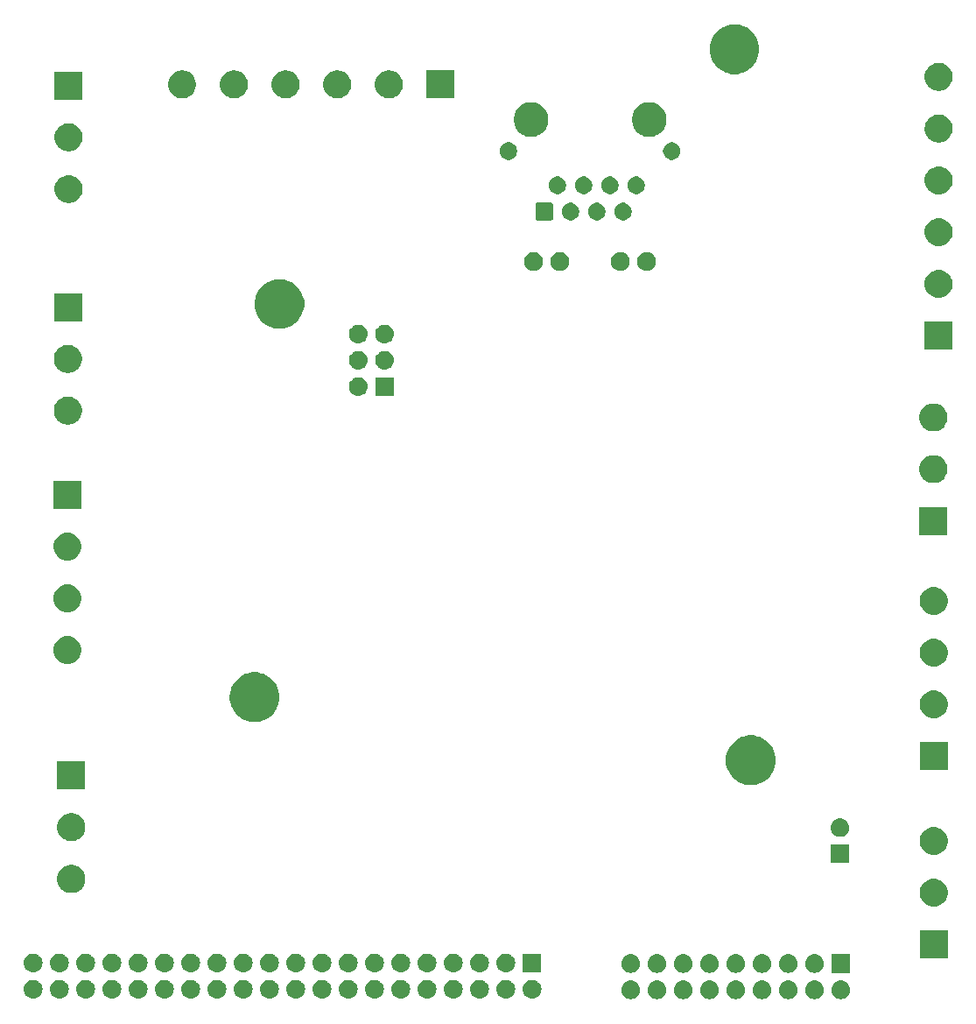
<source format=gbr>
%TF.GenerationSoftware,KiCad,Pcbnew,5.0.2+dfsg1-1*%
%TF.CreationDate,2021-02-11T15:39:11+01:00*%
%TF.ProjectId,ETH OPAMP DCMI FSMC CAN ENCODER CS1000,45544820-4f50-4414-9d50-2044434d4920,rev?*%
%TF.SameCoordinates,Original*%
%TF.FileFunction,Soldermask,Bot*%
%TF.FilePolarity,Negative*%
%FSLAX46Y46*%
G04 Gerber Fmt 4.6, Leading zero omitted, Abs format (unit mm)*
G04 Created by KiCad (PCBNEW 5.0.2+dfsg1-1) date tor 11 feb 2021 15:39:11*
%MOMM*%
%LPD*%
G01*
G04 APERTURE LIST*
%ADD10C,0.100000*%
G04 APERTURE END LIST*
D10*
G36*
X197290443Y-129595519D02*
X197356627Y-129602037D01*
X197469853Y-129636384D01*
X197526467Y-129653557D01*
X197665087Y-129727652D01*
X197682991Y-129737222D01*
X197718729Y-129766552D01*
X197820186Y-129849814D01*
X197882718Y-129926011D01*
X197932778Y-129987009D01*
X197932779Y-129987011D01*
X198016443Y-130143533D01*
X198016443Y-130143534D01*
X198067963Y-130313373D01*
X198085359Y-130490000D01*
X198067963Y-130666627D01*
X198034947Y-130775466D01*
X198016443Y-130836467D01*
X197942348Y-130975087D01*
X197932778Y-130992991D01*
X197903448Y-131028729D01*
X197820186Y-131130186D01*
X197718729Y-131213448D01*
X197682991Y-131242778D01*
X197682989Y-131242779D01*
X197526467Y-131326443D01*
X197469853Y-131343616D01*
X197356627Y-131377963D01*
X197290443Y-131384481D01*
X197224260Y-131391000D01*
X197135740Y-131391000D01*
X197069557Y-131384481D01*
X197003373Y-131377963D01*
X196890147Y-131343616D01*
X196833533Y-131326443D01*
X196677011Y-131242779D01*
X196677009Y-131242778D01*
X196641271Y-131213448D01*
X196539814Y-131130186D01*
X196456552Y-131028729D01*
X196427222Y-130992991D01*
X196417652Y-130975087D01*
X196343557Y-130836467D01*
X196325053Y-130775466D01*
X196292037Y-130666627D01*
X196274641Y-130490000D01*
X196292037Y-130313373D01*
X196343557Y-130143534D01*
X196343557Y-130143533D01*
X196427221Y-129987011D01*
X196427222Y-129987009D01*
X196477282Y-129926011D01*
X196539814Y-129849814D01*
X196641271Y-129766552D01*
X196677009Y-129737222D01*
X196694913Y-129727652D01*
X196833533Y-129653557D01*
X196890147Y-129636384D01*
X197003373Y-129602037D01*
X197069557Y-129595519D01*
X197135740Y-129589000D01*
X197224260Y-129589000D01*
X197290443Y-129595519D01*
X197290443Y-129595519D01*
G37*
G36*
X215070443Y-129595519D02*
X215136627Y-129602037D01*
X215249853Y-129636384D01*
X215306467Y-129653557D01*
X215445087Y-129727652D01*
X215462991Y-129737222D01*
X215498729Y-129766552D01*
X215600186Y-129849814D01*
X215662718Y-129926011D01*
X215712778Y-129987009D01*
X215712779Y-129987011D01*
X215796443Y-130143533D01*
X215796443Y-130143534D01*
X215847963Y-130313373D01*
X215865359Y-130490000D01*
X215847963Y-130666627D01*
X215814947Y-130775466D01*
X215796443Y-130836467D01*
X215722348Y-130975087D01*
X215712778Y-130992991D01*
X215683448Y-131028729D01*
X215600186Y-131130186D01*
X215498729Y-131213448D01*
X215462991Y-131242778D01*
X215462989Y-131242779D01*
X215306467Y-131326443D01*
X215249853Y-131343616D01*
X215136627Y-131377963D01*
X215070443Y-131384481D01*
X215004260Y-131391000D01*
X214915740Y-131391000D01*
X214849557Y-131384481D01*
X214783373Y-131377963D01*
X214670147Y-131343616D01*
X214613533Y-131326443D01*
X214457011Y-131242779D01*
X214457009Y-131242778D01*
X214421271Y-131213448D01*
X214319814Y-131130186D01*
X214236552Y-131028729D01*
X214207222Y-130992991D01*
X214197652Y-130975087D01*
X214123557Y-130836467D01*
X214105053Y-130775466D01*
X214072037Y-130666627D01*
X214054641Y-130490000D01*
X214072037Y-130313373D01*
X214123557Y-130143534D01*
X214123557Y-130143533D01*
X214207221Y-129987011D01*
X214207222Y-129987009D01*
X214257282Y-129926011D01*
X214319814Y-129849814D01*
X214421271Y-129766552D01*
X214457009Y-129737222D01*
X214474913Y-129727652D01*
X214613533Y-129653557D01*
X214670147Y-129636384D01*
X214783373Y-129602037D01*
X214849557Y-129595519D01*
X214915740Y-129589000D01*
X215004260Y-129589000D01*
X215070443Y-129595519D01*
X215070443Y-129595519D01*
G37*
G36*
X217610443Y-129595519D02*
X217676627Y-129602037D01*
X217789853Y-129636384D01*
X217846467Y-129653557D01*
X217985087Y-129727652D01*
X218002991Y-129737222D01*
X218038729Y-129766552D01*
X218140186Y-129849814D01*
X218202718Y-129926011D01*
X218252778Y-129987009D01*
X218252779Y-129987011D01*
X218336443Y-130143533D01*
X218336443Y-130143534D01*
X218387963Y-130313373D01*
X218405359Y-130490000D01*
X218387963Y-130666627D01*
X218354947Y-130775466D01*
X218336443Y-130836467D01*
X218262348Y-130975087D01*
X218252778Y-130992991D01*
X218223448Y-131028729D01*
X218140186Y-131130186D01*
X218038729Y-131213448D01*
X218002991Y-131242778D01*
X218002989Y-131242779D01*
X217846467Y-131326443D01*
X217789853Y-131343616D01*
X217676627Y-131377963D01*
X217610443Y-131384481D01*
X217544260Y-131391000D01*
X217455740Y-131391000D01*
X217389557Y-131384481D01*
X217323373Y-131377963D01*
X217210147Y-131343616D01*
X217153533Y-131326443D01*
X216997011Y-131242779D01*
X216997009Y-131242778D01*
X216961271Y-131213448D01*
X216859814Y-131130186D01*
X216776552Y-131028729D01*
X216747222Y-130992991D01*
X216737652Y-130975087D01*
X216663557Y-130836467D01*
X216645053Y-130775466D01*
X216612037Y-130666627D01*
X216594641Y-130490000D01*
X216612037Y-130313373D01*
X216663557Y-130143534D01*
X216663557Y-130143533D01*
X216747221Y-129987011D01*
X216747222Y-129987009D01*
X216797282Y-129926011D01*
X216859814Y-129849814D01*
X216961271Y-129766552D01*
X216997009Y-129737222D01*
X217014913Y-129727652D01*
X217153533Y-129653557D01*
X217210147Y-129636384D01*
X217323373Y-129602037D01*
X217389557Y-129595519D01*
X217455740Y-129589000D01*
X217544260Y-129589000D01*
X217610443Y-129595519D01*
X217610443Y-129595519D01*
G37*
G36*
X212530443Y-129595519D02*
X212596627Y-129602037D01*
X212709853Y-129636384D01*
X212766467Y-129653557D01*
X212905087Y-129727652D01*
X212922991Y-129737222D01*
X212958729Y-129766552D01*
X213060186Y-129849814D01*
X213122718Y-129926011D01*
X213172778Y-129987009D01*
X213172779Y-129987011D01*
X213256443Y-130143533D01*
X213256443Y-130143534D01*
X213307963Y-130313373D01*
X213325359Y-130490000D01*
X213307963Y-130666627D01*
X213274947Y-130775466D01*
X213256443Y-130836467D01*
X213182348Y-130975087D01*
X213172778Y-130992991D01*
X213143448Y-131028729D01*
X213060186Y-131130186D01*
X212958729Y-131213448D01*
X212922991Y-131242778D01*
X212922989Y-131242779D01*
X212766467Y-131326443D01*
X212709853Y-131343616D01*
X212596627Y-131377963D01*
X212530443Y-131384481D01*
X212464260Y-131391000D01*
X212375740Y-131391000D01*
X212309557Y-131384481D01*
X212243373Y-131377963D01*
X212130147Y-131343616D01*
X212073533Y-131326443D01*
X211917011Y-131242779D01*
X211917009Y-131242778D01*
X211881271Y-131213448D01*
X211779814Y-131130186D01*
X211696552Y-131028729D01*
X211667222Y-130992991D01*
X211657652Y-130975087D01*
X211583557Y-130836467D01*
X211565053Y-130775466D01*
X211532037Y-130666627D01*
X211514641Y-130490000D01*
X211532037Y-130313373D01*
X211583557Y-130143534D01*
X211583557Y-130143533D01*
X211667221Y-129987011D01*
X211667222Y-129987009D01*
X211717282Y-129926011D01*
X211779814Y-129849814D01*
X211881271Y-129766552D01*
X211917009Y-129737222D01*
X211934913Y-129727652D01*
X212073533Y-129653557D01*
X212130147Y-129636384D01*
X212243373Y-129602037D01*
X212309557Y-129595519D01*
X212375740Y-129589000D01*
X212464260Y-129589000D01*
X212530443Y-129595519D01*
X212530443Y-129595519D01*
G37*
G36*
X209990443Y-129595519D02*
X210056627Y-129602037D01*
X210169853Y-129636384D01*
X210226467Y-129653557D01*
X210365087Y-129727652D01*
X210382991Y-129737222D01*
X210418729Y-129766552D01*
X210520186Y-129849814D01*
X210582718Y-129926011D01*
X210632778Y-129987009D01*
X210632779Y-129987011D01*
X210716443Y-130143533D01*
X210716443Y-130143534D01*
X210767963Y-130313373D01*
X210785359Y-130490000D01*
X210767963Y-130666627D01*
X210734947Y-130775466D01*
X210716443Y-130836467D01*
X210642348Y-130975087D01*
X210632778Y-130992991D01*
X210603448Y-131028729D01*
X210520186Y-131130186D01*
X210418729Y-131213448D01*
X210382991Y-131242778D01*
X210382989Y-131242779D01*
X210226467Y-131326443D01*
X210169853Y-131343616D01*
X210056627Y-131377963D01*
X209990443Y-131384481D01*
X209924260Y-131391000D01*
X209835740Y-131391000D01*
X209769557Y-131384481D01*
X209703373Y-131377963D01*
X209590147Y-131343616D01*
X209533533Y-131326443D01*
X209377011Y-131242779D01*
X209377009Y-131242778D01*
X209341271Y-131213448D01*
X209239814Y-131130186D01*
X209156552Y-131028729D01*
X209127222Y-130992991D01*
X209117652Y-130975087D01*
X209043557Y-130836467D01*
X209025053Y-130775466D01*
X208992037Y-130666627D01*
X208974641Y-130490000D01*
X208992037Y-130313373D01*
X209043557Y-130143534D01*
X209043557Y-130143533D01*
X209127221Y-129987011D01*
X209127222Y-129987009D01*
X209177282Y-129926011D01*
X209239814Y-129849814D01*
X209341271Y-129766552D01*
X209377009Y-129737222D01*
X209394913Y-129727652D01*
X209533533Y-129653557D01*
X209590147Y-129636384D01*
X209703373Y-129602037D01*
X209769557Y-129595519D01*
X209835740Y-129589000D01*
X209924260Y-129589000D01*
X209990443Y-129595519D01*
X209990443Y-129595519D01*
G37*
G36*
X204910443Y-129595519D02*
X204976627Y-129602037D01*
X205089853Y-129636384D01*
X205146467Y-129653557D01*
X205285087Y-129727652D01*
X205302991Y-129737222D01*
X205338729Y-129766552D01*
X205440186Y-129849814D01*
X205502718Y-129926011D01*
X205552778Y-129987009D01*
X205552779Y-129987011D01*
X205636443Y-130143533D01*
X205636443Y-130143534D01*
X205687963Y-130313373D01*
X205705359Y-130490000D01*
X205687963Y-130666627D01*
X205654947Y-130775466D01*
X205636443Y-130836467D01*
X205562348Y-130975087D01*
X205552778Y-130992991D01*
X205523448Y-131028729D01*
X205440186Y-131130186D01*
X205338729Y-131213448D01*
X205302991Y-131242778D01*
X205302989Y-131242779D01*
X205146467Y-131326443D01*
X205089853Y-131343616D01*
X204976627Y-131377963D01*
X204910443Y-131384481D01*
X204844260Y-131391000D01*
X204755740Y-131391000D01*
X204689557Y-131384481D01*
X204623373Y-131377963D01*
X204510147Y-131343616D01*
X204453533Y-131326443D01*
X204297011Y-131242779D01*
X204297009Y-131242778D01*
X204261271Y-131213448D01*
X204159814Y-131130186D01*
X204076552Y-131028729D01*
X204047222Y-130992991D01*
X204037652Y-130975087D01*
X203963557Y-130836467D01*
X203945053Y-130775466D01*
X203912037Y-130666627D01*
X203894641Y-130490000D01*
X203912037Y-130313373D01*
X203963557Y-130143534D01*
X203963557Y-130143533D01*
X204047221Y-129987011D01*
X204047222Y-129987009D01*
X204097282Y-129926011D01*
X204159814Y-129849814D01*
X204261271Y-129766552D01*
X204297009Y-129737222D01*
X204314913Y-129727652D01*
X204453533Y-129653557D01*
X204510147Y-129636384D01*
X204623373Y-129602037D01*
X204689557Y-129595519D01*
X204755740Y-129589000D01*
X204844260Y-129589000D01*
X204910443Y-129595519D01*
X204910443Y-129595519D01*
G37*
G36*
X207450443Y-129595519D02*
X207516627Y-129602037D01*
X207629853Y-129636384D01*
X207686467Y-129653557D01*
X207825087Y-129727652D01*
X207842991Y-129737222D01*
X207878729Y-129766552D01*
X207980186Y-129849814D01*
X208042718Y-129926011D01*
X208092778Y-129987009D01*
X208092779Y-129987011D01*
X208176443Y-130143533D01*
X208176443Y-130143534D01*
X208227963Y-130313373D01*
X208245359Y-130490000D01*
X208227963Y-130666627D01*
X208194947Y-130775466D01*
X208176443Y-130836467D01*
X208102348Y-130975087D01*
X208092778Y-130992991D01*
X208063448Y-131028729D01*
X207980186Y-131130186D01*
X207878729Y-131213448D01*
X207842991Y-131242778D01*
X207842989Y-131242779D01*
X207686467Y-131326443D01*
X207629853Y-131343616D01*
X207516627Y-131377963D01*
X207450443Y-131384481D01*
X207384260Y-131391000D01*
X207295740Y-131391000D01*
X207229557Y-131384481D01*
X207163373Y-131377963D01*
X207050147Y-131343616D01*
X206993533Y-131326443D01*
X206837011Y-131242779D01*
X206837009Y-131242778D01*
X206801271Y-131213448D01*
X206699814Y-131130186D01*
X206616552Y-131028729D01*
X206587222Y-130992991D01*
X206577652Y-130975087D01*
X206503557Y-130836467D01*
X206485053Y-130775466D01*
X206452037Y-130666627D01*
X206434641Y-130490000D01*
X206452037Y-130313373D01*
X206503557Y-130143534D01*
X206503557Y-130143533D01*
X206587221Y-129987011D01*
X206587222Y-129987009D01*
X206637282Y-129926011D01*
X206699814Y-129849814D01*
X206801271Y-129766552D01*
X206837009Y-129737222D01*
X206854913Y-129727652D01*
X206993533Y-129653557D01*
X207050147Y-129636384D01*
X207163373Y-129602037D01*
X207229557Y-129595519D01*
X207295740Y-129589000D01*
X207384260Y-129589000D01*
X207450443Y-129595519D01*
X207450443Y-129595519D01*
G37*
G36*
X199830443Y-129595519D02*
X199896627Y-129602037D01*
X200009853Y-129636384D01*
X200066467Y-129653557D01*
X200205087Y-129727652D01*
X200222991Y-129737222D01*
X200258729Y-129766552D01*
X200360186Y-129849814D01*
X200422718Y-129926011D01*
X200472778Y-129987009D01*
X200472779Y-129987011D01*
X200556443Y-130143533D01*
X200556443Y-130143534D01*
X200607963Y-130313373D01*
X200625359Y-130490000D01*
X200607963Y-130666627D01*
X200574947Y-130775466D01*
X200556443Y-130836467D01*
X200482348Y-130975087D01*
X200472778Y-130992991D01*
X200443448Y-131028729D01*
X200360186Y-131130186D01*
X200258729Y-131213448D01*
X200222991Y-131242778D01*
X200222989Y-131242779D01*
X200066467Y-131326443D01*
X200009853Y-131343616D01*
X199896627Y-131377963D01*
X199830443Y-131384481D01*
X199764260Y-131391000D01*
X199675740Y-131391000D01*
X199609557Y-131384481D01*
X199543373Y-131377963D01*
X199430147Y-131343616D01*
X199373533Y-131326443D01*
X199217011Y-131242779D01*
X199217009Y-131242778D01*
X199181271Y-131213448D01*
X199079814Y-131130186D01*
X198996552Y-131028729D01*
X198967222Y-130992991D01*
X198957652Y-130975087D01*
X198883557Y-130836467D01*
X198865053Y-130775466D01*
X198832037Y-130666627D01*
X198814641Y-130490000D01*
X198832037Y-130313373D01*
X198883557Y-130143534D01*
X198883557Y-130143533D01*
X198967221Y-129987011D01*
X198967222Y-129987009D01*
X199017282Y-129926011D01*
X199079814Y-129849814D01*
X199181271Y-129766552D01*
X199217009Y-129737222D01*
X199234913Y-129727652D01*
X199373533Y-129653557D01*
X199430147Y-129636384D01*
X199543373Y-129602037D01*
X199609557Y-129595519D01*
X199675740Y-129589000D01*
X199764260Y-129589000D01*
X199830443Y-129595519D01*
X199830443Y-129595519D01*
G37*
G36*
X202370443Y-129595519D02*
X202436627Y-129602037D01*
X202549853Y-129636384D01*
X202606467Y-129653557D01*
X202745087Y-129727652D01*
X202762991Y-129737222D01*
X202798729Y-129766552D01*
X202900186Y-129849814D01*
X202962718Y-129926011D01*
X203012778Y-129987009D01*
X203012779Y-129987011D01*
X203096443Y-130143533D01*
X203096443Y-130143534D01*
X203147963Y-130313373D01*
X203165359Y-130490000D01*
X203147963Y-130666627D01*
X203114947Y-130775466D01*
X203096443Y-130836467D01*
X203022348Y-130975087D01*
X203012778Y-130992991D01*
X202983448Y-131028729D01*
X202900186Y-131130186D01*
X202798729Y-131213448D01*
X202762991Y-131242778D01*
X202762989Y-131242779D01*
X202606467Y-131326443D01*
X202549853Y-131343616D01*
X202436627Y-131377963D01*
X202370443Y-131384481D01*
X202304260Y-131391000D01*
X202215740Y-131391000D01*
X202149557Y-131384481D01*
X202083373Y-131377963D01*
X201970147Y-131343616D01*
X201913533Y-131326443D01*
X201757011Y-131242779D01*
X201757009Y-131242778D01*
X201721271Y-131213448D01*
X201619814Y-131130186D01*
X201536552Y-131028729D01*
X201507222Y-130992991D01*
X201497652Y-130975087D01*
X201423557Y-130836467D01*
X201405053Y-130775466D01*
X201372037Y-130666627D01*
X201354641Y-130490000D01*
X201372037Y-130313373D01*
X201423557Y-130143534D01*
X201423557Y-130143533D01*
X201507221Y-129987011D01*
X201507222Y-129987009D01*
X201557282Y-129926011D01*
X201619814Y-129849814D01*
X201721271Y-129766552D01*
X201757009Y-129737222D01*
X201774913Y-129727652D01*
X201913533Y-129653557D01*
X201970147Y-129636384D01*
X202083373Y-129602037D01*
X202149557Y-129595519D01*
X202215740Y-129589000D01*
X202304260Y-129589000D01*
X202370443Y-129595519D01*
X202370443Y-129595519D01*
G37*
G36*
X149652443Y-129534519D02*
X149718627Y-129541037D01*
X149831853Y-129575384D01*
X149888467Y-129592557D01*
X150002588Y-129653557D01*
X150044991Y-129676222D01*
X150080729Y-129705552D01*
X150182186Y-129788814D01*
X150232247Y-129849815D01*
X150294778Y-129926009D01*
X150294779Y-129926011D01*
X150378443Y-130082533D01*
X150378443Y-130082534D01*
X150429963Y-130252373D01*
X150447359Y-130429000D01*
X150429963Y-130605627D01*
X150411459Y-130666625D01*
X150378443Y-130775467D01*
X150345838Y-130836466D01*
X150294778Y-130931991D01*
X150265448Y-130967729D01*
X150182186Y-131069186D01*
X150107857Y-131130185D01*
X150044991Y-131181778D01*
X150044989Y-131181779D01*
X149888467Y-131265443D01*
X149831853Y-131282616D01*
X149718627Y-131316963D01*
X149652443Y-131323481D01*
X149586260Y-131330000D01*
X149497740Y-131330000D01*
X149431557Y-131323481D01*
X149365373Y-131316963D01*
X149252147Y-131282616D01*
X149195533Y-131265443D01*
X149039011Y-131181779D01*
X149039009Y-131181778D01*
X148976143Y-131130185D01*
X148901814Y-131069186D01*
X148818552Y-130967729D01*
X148789222Y-130931991D01*
X148738162Y-130836466D01*
X148705557Y-130775467D01*
X148672541Y-130666625D01*
X148654037Y-130605627D01*
X148636641Y-130429000D01*
X148654037Y-130252373D01*
X148705557Y-130082534D01*
X148705557Y-130082533D01*
X148789221Y-129926011D01*
X148789222Y-129926009D01*
X148851753Y-129849815D01*
X148901814Y-129788814D01*
X149003271Y-129705552D01*
X149039009Y-129676222D01*
X149081412Y-129653557D01*
X149195533Y-129592557D01*
X149252147Y-129575384D01*
X149365373Y-129541037D01*
X149431557Y-129534519D01*
X149497740Y-129528000D01*
X149586260Y-129528000D01*
X149652443Y-129534519D01*
X149652443Y-129534519D01*
G37*
G36*
X185212443Y-129534519D02*
X185278627Y-129541037D01*
X185391853Y-129575384D01*
X185448467Y-129592557D01*
X185562588Y-129653557D01*
X185604991Y-129676222D01*
X185640729Y-129705552D01*
X185742186Y-129788814D01*
X185792247Y-129849815D01*
X185854778Y-129926009D01*
X185854779Y-129926011D01*
X185938443Y-130082533D01*
X185938443Y-130082534D01*
X185989963Y-130252373D01*
X186007359Y-130429000D01*
X185989963Y-130605627D01*
X185971459Y-130666625D01*
X185938443Y-130775467D01*
X185905838Y-130836466D01*
X185854778Y-130931991D01*
X185825448Y-130967729D01*
X185742186Y-131069186D01*
X185667857Y-131130185D01*
X185604991Y-131181778D01*
X185604989Y-131181779D01*
X185448467Y-131265443D01*
X185391853Y-131282616D01*
X185278627Y-131316963D01*
X185212443Y-131323481D01*
X185146260Y-131330000D01*
X185057740Y-131330000D01*
X184991557Y-131323481D01*
X184925373Y-131316963D01*
X184812147Y-131282616D01*
X184755533Y-131265443D01*
X184599011Y-131181779D01*
X184599009Y-131181778D01*
X184536143Y-131130185D01*
X184461814Y-131069186D01*
X184378552Y-130967729D01*
X184349222Y-130931991D01*
X184298162Y-130836466D01*
X184265557Y-130775467D01*
X184232541Y-130666625D01*
X184214037Y-130605627D01*
X184196641Y-130429000D01*
X184214037Y-130252373D01*
X184265557Y-130082534D01*
X184265557Y-130082533D01*
X184349221Y-129926011D01*
X184349222Y-129926009D01*
X184411753Y-129849815D01*
X184461814Y-129788814D01*
X184563271Y-129705552D01*
X184599009Y-129676222D01*
X184641412Y-129653557D01*
X184755533Y-129592557D01*
X184812147Y-129575384D01*
X184925373Y-129541037D01*
X184991557Y-129534519D01*
X185057740Y-129528000D01*
X185146260Y-129528000D01*
X185212443Y-129534519D01*
X185212443Y-129534519D01*
G37*
G36*
X187752443Y-129534519D02*
X187818627Y-129541037D01*
X187931853Y-129575384D01*
X187988467Y-129592557D01*
X188102588Y-129653557D01*
X188144991Y-129676222D01*
X188180729Y-129705552D01*
X188282186Y-129788814D01*
X188332247Y-129849815D01*
X188394778Y-129926009D01*
X188394779Y-129926011D01*
X188478443Y-130082533D01*
X188478443Y-130082534D01*
X188529963Y-130252373D01*
X188547359Y-130429000D01*
X188529963Y-130605627D01*
X188511459Y-130666625D01*
X188478443Y-130775467D01*
X188445838Y-130836466D01*
X188394778Y-130931991D01*
X188365448Y-130967729D01*
X188282186Y-131069186D01*
X188207857Y-131130185D01*
X188144991Y-131181778D01*
X188144989Y-131181779D01*
X187988467Y-131265443D01*
X187931853Y-131282616D01*
X187818627Y-131316963D01*
X187752443Y-131323481D01*
X187686260Y-131330000D01*
X187597740Y-131330000D01*
X187531557Y-131323481D01*
X187465373Y-131316963D01*
X187352147Y-131282616D01*
X187295533Y-131265443D01*
X187139011Y-131181779D01*
X187139009Y-131181778D01*
X187076143Y-131130185D01*
X187001814Y-131069186D01*
X186918552Y-130967729D01*
X186889222Y-130931991D01*
X186838162Y-130836466D01*
X186805557Y-130775467D01*
X186772541Y-130666625D01*
X186754037Y-130605627D01*
X186736641Y-130429000D01*
X186754037Y-130252373D01*
X186805557Y-130082534D01*
X186805557Y-130082533D01*
X186889221Y-129926011D01*
X186889222Y-129926009D01*
X186951753Y-129849815D01*
X187001814Y-129788814D01*
X187103271Y-129705552D01*
X187139009Y-129676222D01*
X187181412Y-129653557D01*
X187295533Y-129592557D01*
X187352147Y-129575384D01*
X187465373Y-129541037D01*
X187531557Y-129534519D01*
X187597740Y-129528000D01*
X187686260Y-129528000D01*
X187752443Y-129534519D01*
X187752443Y-129534519D01*
G37*
G36*
X172512443Y-129534519D02*
X172578627Y-129541037D01*
X172691853Y-129575384D01*
X172748467Y-129592557D01*
X172862588Y-129653557D01*
X172904991Y-129676222D01*
X172940729Y-129705552D01*
X173042186Y-129788814D01*
X173092247Y-129849815D01*
X173154778Y-129926009D01*
X173154779Y-129926011D01*
X173238443Y-130082533D01*
X173238443Y-130082534D01*
X173289963Y-130252373D01*
X173307359Y-130429000D01*
X173289963Y-130605627D01*
X173271459Y-130666625D01*
X173238443Y-130775467D01*
X173205838Y-130836466D01*
X173154778Y-130931991D01*
X173125448Y-130967729D01*
X173042186Y-131069186D01*
X172967857Y-131130185D01*
X172904991Y-131181778D01*
X172904989Y-131181779D01*
X172748467Y-131265443D01*
X172691853Y-131282616D01*
X172578627Y-131316963D01*
X172512443Y-131323481D01*
X172446260Y-131330000D01*
X172357740Y-131330000D01*
X172291557Y-131323481D01*
X172225373Y-131316963D01*
X172112147Y-131282616D01*
X172055533Y-131265443D01*
X171899011Y-131181779D01*
X171899009Y-131181778D01*
X171836143Y-131130185D01*
X171761814Y-131069186D01*
X171678552Y-130967729D01*
X171649222Y-130931991D01*
X171598162Y-130836466D01*
X171565557Y-130775467D01*
X171532541Y-130666625D01*
X171514037Y-130605627D01*
X171496641Y-130429000D01*
X171514037Y-130252373D01*
X171565557Y-130082534D01*
X171565557Y-130082533D01*
X171649221Y-129926011D01*
X171649222Y-129926009D01*
X171711753Y-129849815D01*
X171761814Y-129788814D01*
X171863271Y-129705552D01*
X171899009Y-129676222D01*
X171941412Y-129653557D01*
X172055533Y-129592557D01*
X172112147Y-129575384D01*
X172225373Y-129541037D01*
X172291557Y-129534519D01*
X172357740Y-129528000D01*
X172446260Y-129528000D01*
X172512443Y-129534519D01*
X172512443Y-129534519D01*
G37*
G36*
X169972443Y-129534519D02*
X170038627Y-129541037D01*
X170151853Y-129575384D01*
X170208467Y-129592557D01*
X170322588Y-129653557D01*
X170364991Y-129676222D01*
X170400729Y-129705552D01*
X170502186Y-129788814D01*
X170552247Y-129849815D01*
X170614778Y-129926009D01*
X170614779Y-129926011D01*
X170698443Y-130082533D01*
X170698443Y-130082534D01*
X170749963Y-130252373D01*
X170767359Y-130429000D01*
X170749963Y-130605627D01*
X170731459Y-130666625D01*
X170698443Y-130775467D01*
X170665838Y-130836466D01*
X170614778Y-130931991D01*
X170585448Y-130967729D01*
X170502186Y-131069186D01*
X170427857Y-131130185D01*
X170364991Y-131181778D01*
X170364989Y-131181779D01*
X170208467Y-131265443D01*
X170151853Y-131282616D01*
X170038627Y-131316963D01*
X169972443Y-131323481D01*
X169906260Y-131330000D01*
X169817740Y-131330000D01*
X169751557Y-131323481D01*
X169685373Y-131316963D01*
X169572147Y-131282616D01*
X169515533Y-131265443D01*
X169359011Y-131181779D01*
X169359009Y-131181778D01*
X169296143Y-131130185D01*
X169221814Y-131069186D01*
X169138552Y-130967729D01*
X169109222Y-130931991D01*
X169058162Y-130836466D01*
X169025557Y-130775467D01*
X168992541Y-130666625D01*
X168974037Y-130605627D01*
X168956641Y-130429000D01*
X168974037Y-130252373D01*
X169025557Y-130082534D01*
X169025557Y-130082533D01*
X169109221Y-129926011D01*
X169109222Y-129926009D01*
X169171753Y-129849815D01*
X169221814Y-129788814D01*
X169323271Y-129705552D01*
X169359009Y-129676222D01*
X169401412Y-129653557D01*
X169515533Y-129592557D01*
X169572147Y-129575384D01*
X169685373Y-129541037D01*
X169751557Y-129534519D01*
X169817740Y-129528000D01*
X169906260Y-129528000D01*
X169972443Y-129534519D01*
X169972443Y-129534519D01*
G37*
G36*
X167432443Y-129534519D02*
X167498627Y-129541037D01*
X167611853Y-129575384D01*
X167668467Y-129592557D01*
X167782588Y-129653557D01*
X167824991Y-129676222D01*
X167860729Y-129705552D01*
X167962186Y-129788814D01*
X168012247Y-129849815D01*
X168074778Y-129926009D01*
X168074779Y-129926011D01*
X168158443Y-130082533D01*
X168158443Y-130082534D01*
X168209963Y-130252373D01*
X168227359Y-130429000D01*
X168209963Y-130605627D01*
X168191459Y-130666625D01*
X168158443Y-130775467D01*
X168125838Y-130836466D01*
X168074778Y-130931991D01*
X168045448Y-130967729D01*
X167962186Y-131069186D01*
X167887857Y-131130185D01*
X167824991Y-131181778D01*
X167824989Y-131181779D01*
X167668467Y-131265443D01*
X167611853Y-131282616D01*
X167498627Y-131316963D01*
X167432443Y-131323481D01*
X167366260Y-131330000D01*
X167277740Y-131330000D01*
X167211557Y-131323481D01*
X167145373Y-131316963D01*
X167032147Y-131282616D01*
X166975533Y-131265443D01*
X166819011Y-131181779D01*
X166819009Y-131181778D01*
X166756143Y-131130185D01*
X166681814Y-131069186D01*
X166598552Y-130967729D01*
X166569222Y-130931991D01*
X166518162Y-130836466D01*
X166485557Y-130775467D01*
X166452541Y-130666625D01*
X166434037Y-130605627D01*
X166416641Y-130429000D01*
X166434037Y-130252373D01*
X166485557Y-130082534D01*
X166485557Y-130082533D01*
X166569221Y-129926011D01*
X166569222Y-129926009D01*
X166631753Y-129849815D01*
X166681814Y-129788814D01*
X166783271Y-129705552D01*
X166819009Y-129676222D01*
X166861412Y-129653557D01*
X166975533Y-129592557D01*
X167032147Y-129575384D01*
X167145373Y-129541037D01*
X167211557Y-129534519D01*
X167277740Y-129528000D01*
X167366260Y-129528000D01*
X167432443Y-129534519D01*
X167432443Y-129534519D01*
G37*
G36*
X164892443Y-129534519D02*
X164958627Y-129541037D01*
X165071853Y-129575384D01*
X165128467Y-129592557D01*
X165242588Y-129653557D01*
X165284991Y-129676222D01*
X165320729Y-129705552D01*
X165422186Y-129788814D01*
X165472247Y-129849815D01*
X165534778Y-129926009D01*
X165534779Y-129926011D01*
X165618443Y-130082533D01*
X165618443Y-130082534D01*
X165669963Y-130252373D01*
X165687359Y-130429000D01*
X165669963Y-130605627D01*
X165651459Y-130666625D01*
X165618443Y-130775467D01*
X165585838Y-130836466D01*
X165534778Y-130931991D01*
X165505448Y-130967729D01*
X165422186Y-131069186D01*
X165347857Y-131130185D01*
X165284991Y-131181778D01*
X165284989Y-131181779D01*
X165128467Y-131265443D01*
X165071853Y-131282616D01*
X164958627Y-131316963D01*
X164892443Y-131323481D01*
X164826260Y-131330000D01*
X164737740Y-131330000D01*
X164671557Y-131323481D01*
X164605373Y-131316963D01*
X164492147Y-131282616D01*
X164435533Y-131265443D01*
X164279011Y-131181779D01*
X164279009Y-131181778D01*
X164216143Y-131130185D01*
X164141814Y-131069186D01*
X164058552Y-130967729D01*
X164029222Y-130931991D01*
X163978162Y-130836466D01*
X163945557Y-130775467D01*
X163912541Y-130666625D01*
X163894037Y-130605627D01*
X163876641Y-130429000D01*
X163894037Y-130252373D01*
X163945557Y-130082534D01*
X163945557Y-130082533D01*
X164029221Y-129926011D01*
X164029222Y-129926009D01*
X164091753Y-129849815D01*
X164141814Y-129788814D01*
X164243271Y-129705552D01*
X164279009Y-129676222D01*
X164321412Y-129653557D01*
X164435533Y-129592557D01*
X164492147Y-129575384D01*
X164605373Y-129541037D01*
X164671557Y-129534519D01*
X164737740Y-129528000D01*
X164826260Y-129528000D01*
X164892443Y-129534519D01*
X164892443Y-129534519D01*
G37*
G36*
X162352443Y-129534519D02*
X162418627Y-129541037D01*
X162531853Y-129575384D01*
X162588467Y-129592557D01*
X162702588Y-129653557D01*
X162744991Y-129676222D01*
X162780729Y-129705552D01*
X162882186Y-129788814D01*
X162932247Y-129849815D01*
X162994778Y-129926009D01*
X162994779Y-129926011D01*
X163078443Y-130082533D01*
X163078443Y-130082534D01*
X163129963Y-130252373D01*
X163147359Y-130429000D01*
X163129963Y-130605627D01*
X163111459Y-130666625D01*
X163078443Y-130775467D01*
X163045838Y-130836466D01*
X162994778Y-130931991D01*
X162965448Y-130967729D01*
X162882186Y-131069186D01*
X162807857Y-131130185D01*
X162744991Y-131181778D01*
X162744989Y-131181779D01*
X162588467Y-131265443D01*
X162531853Y-131282616D01*
X162418627Y-131316963D01*
X162352443Y-131323481D01*
X162286260Y-131330000D01*
X162197740Y-131330000D01*
X162131557Y-131323481D01*
X162065373Y-131316963D01*
X161952147Y-131282616D01*
X161895533Y-131265443D01*
X161739011Y-131181779D01*
X161739009Y-131181778D01*
X161676143Y-131130185D01*
X161601814Y-131069186D01*
X161518552Y-130967729D01*
X161489222Y-130931991D01*
X161438162Y-130836466D01*
X161405557Y-130775467D01*
X161372541Y-130666625D01*
X161354037Y-130605627D01*
X161336641Y-130429000D01*
X161354037Y-130252373D01*
X161405557Y-130082534D01*
X161405557Y-130082533D01*
X161489221Y-129926011D01*
X161489222Y-129926009D01*
X161551753Y-129849815D01*
X161601814Y-129788814D01*
X161703271Y-129705552D01*
X161739009Y-129676222D01*
X161781412Y-129653557D01*
X161895533Y-129592557D01*
X161952147Y-129575384D01*
X162065373Y-129541037D01*
X162131557Y-129534519D01*
X162197740Y-129528000D01*
X162286260Y-129528000D01*
X162352443Y-129534519D01*
X162352443Y-129534519D01*
G37*
G36*
X159812443Y-129534519D02*
X159878627Y-129541037D01*
X159991853Y-129575384D01*
X160048467Y-129592557D01*
X160162588Y-129653557D01*
X160204991Y-129676222D01*
X160240729Y-129705552D01*
X160342186Y-129788814D01*
X160392247Y-129849815D01*
X160454778Y-129926009D01*
X160454779Y-129926011D01*
X160538443Y-130082533D01*
X160538443Y-130082534D01*
X160589963Y-130252373D01*
X160607359Y-130429000D01*
X160589963Y-130605627D01*
X160571459Y-130666625D01*
X160538443Y-130775467D01*
X160505838Y-130836466D01*
X160454778Y-130931991D01*
X160425448Y-130967729D01*
X160342186Y-131069186D01*
X160267857Y-131130185D01*
X160204991Y-131181778D01*
X160204989Y-131181779D01*
X160048467Y-131265443D01*
X159991853Y-131282616D01*
X159878627Y-131316963D01*
X159812443Y-131323481D01*
X159746260Y-131330000D01*
X159657740Y-131330000D01*
X159591557Y-131323481D01*
X159525373Y-131316963D01*
X159412147Y-131282616D01*
X159355533Y-131265443D01*
X159199011Y-131181779D01*
X159199009Y-131181778D01*
X159136143Y-131130185D01*
X159061814Y-131069186D01*
X158978552Y-130967729D01*
X158949222Y-130931991D01*
X158898162Y-130836466D01*
X158865557Y-130775467D01*
X158832541Y-130666625D01*
X158814037Y-130605627D01*
X158796641Y-130429000D01*
X158814037Y-130252373D01*
X158865557Y-130082534D01*
X158865557Y-130082533D01*
X158949221Y-129926011D01*
X158949222Y-129926009D01*
X159011753Y-129849815D01*
X159061814Y-129788814D01*
X159163271Y-129705552D01*
X159199009Y-129676222D01*
X159241412Y-129653557D01*
X159355533Y-129592557D01*
X159412147Y-129575384D01*
X159525373Y-129541037D01*
X159591557Y-129534519D01*
X159657740Y-129528000D01*
X159746260Y-129528000D01*
X159812443Y-129534519D01*
X159812443Y-129534519D01*
G37*
G36*
X157272443Y-129534519D02*
X157338627Y-129541037D01*
X157451853Y-129575384D01*
X157508467Y-129592557D01*
X157622588Y-129653557D01*
X157664991Y-129676222D01*
X157700729Y-129705552D01*
X157802186Y-129788814D01*
X157852247Y-129849815D01*
X157914778Y-129926009D01*
X157914779Y-129926011D01*
X157998443Y-130082533D01*
X157998443Y-130082534D01*
X158049963Y-130252373D01*
X158067359Y-130429000D01*
X158049963Y-130605627D01*
X158031459Y-130666625D01*
X157998443Y-130775467D01*
X157965838Y-130836466D01*
X157914778Y-130931991D01*
X157885448Y-130967729D01*
X157802186Y-131069186D01*
X157727857Y-131130185D01*
X157664991Y-131181778D01*
X157664989Y-131181779D01*
X157508467Y-131265443D01*
X157451853Y-131282616D01*
X157338627Y-131316963D01*
X157272443Y-131323481D01*
X157206260Y-131330000D01*
X157117740Y-131330000D01*
X157051557Y-131323481D01*
X156985373Y-131316963D01*
X156872147Y-131282616D01*
X156815533Y-131265443D01*
X156659011Y-131181779D01*
X156659009Y-131181778D01*
X156596143Y-131130185D01*
X156521814Y-131069186D01*
X156438552Y-130967729D01*
X156409222Y-130931991D01*
X156358162Y-130836466D01*
X156325557Y-130775467D01*
X156292541Y-130666625D01*
X156274037Y-130605627D01*
X156256641Y-130429000D01*
X156274037Y-130252373D01*
X156325557Y-130082534D01*
X156325557Y-130082533D01*
X156409221Y-129926011D01*
X156409222Y-129926009D01*
X156471753Y-129849815D01*
X156521814Y-129788814D01*
X156623271Y-129705552D01*
X156659009Y-129676222D01*
X156701412Y-129653557D01*
X156815533Y-129592557D01*
X156872147Y-129575384D01*
X156985373Y-129541037D01*
X157051557Y-129534519D01*
X157117740Y-129528000D01*
X157206260Y-129528000D01*
X157272443Y-129534519D01*
X157272443Y-129534519D01*
G37*
G36*
X154732443Y-129534519D02*
X154798627Y-129541037D01*
X154911853Y-129575384D01*
X154968467Y-129592557D01*
X155082588Y-129653557D01*
X155124991Y-129676222D01*
X155160729Y-129705552D01*
X155262186Y-129788814D01*
X155312247Y-129849815D01*
X155374778Y-129926009D01*
X155374779Y-129926011D01*
X155458443Y-130082533D01*
X155458443Y-130082534D01*
X155509963Y-130252373D01*
X155527359Y-130429000D01*
X155509963Y-130605627D01*
X155491459Y-130666625D01*
X155458443Y-130775467D01*
X155425838Y-130836466D01*
X155374778Y-130931991D01*
X155345448Y-130967729D01*
X155262186Y-131069186D01*
X155187857Y-131130185D01*
X155124991Y-131181778D01*
X155124989Y-131181779D01*
X154968467Y-131265443D01*
X154911853Y-131282616D01*
X154798627Y-131316963D01*
X154732443Y-131323481D01*
X154666260Y-131330000D01*
X154577740Y-131330000D01*
X154511557Y-131323481D01*
X154445373Y-131316963D01*
X154332147Y-131282616D01*
X154275533Y-131265443D01*
X154119011Y-131181779D01*
X154119009Y-131181778D01*
X154056143Y-131130185D01*
X153981814Y-131069186D01*
X153898552Y-130967729D01*
X153869222Y-130931991D01*
X153818162Y-130836466D01*
X153785557Y-130775467D01*
X153752541Y-130666625D01*
X153734037Y-130605627D01*
X153716641Y-130429000D01*
X153734037Y-130252373D01*
X153785557Y-130082534D01*
X153785557Y-130082533D01*
X153869221Y-129926011D01*
X153869222Y-129926009D01*
X153931753Y-129849815D01*
X153981814Y-129788814D01*
X154083271Y-129705552D01*
X154119009Y-129676222D01*
X154161412Y-129653557D01*
X154275533Y-129592557D01*
X154332147Y-129575384D01*
X154445373Y-129541037D01*
X154511557Y-129534519D01*
X154577740Y-129528000D01*
X154666260Y-129528000D01*
X154732443Y-129534519D01*
X154732443Y-129534519D01*
G37*
G36*
X180132443Y-129534519D02*
X180198627Y-129541037D01*
X180311853Y-129575384D01*
X180368467Y-129592557D01*
X180482588Y-129653557D01*
X180524991Y-129676222D01*
X180560729Y-129705552D01*
X180662186Y-129788814D01*
X180712247Y-129849815D01*
X180774778Y-129926009D01*
X180774779Y-129926011D01*
X180858443Y-130082533D01*
X180858443Y-130082534D01*
X180909963Y-130252373D01*
X180927359Y-130429000D01*
X180909963Y-130605627D01*
X180891459Y-130666625D01*
X180858443Y-130775467D01*
X180825838Y-130836466D01*
X180774778Y-130931991D01*
X180745448Y-130967729D01*
X180662186Y-131069186D01*
X180587857Y-131130185D01*
X180524991Y-131181778D01*
X180524989Y-131181779D01*
X180368467Y-131265443D01*
X180311853Y-131282616D01*
X180198627Y-131316963D01*
X180132443Y-131323481D01*
X180066260Y-131330000D01*
X179977740Y-131330000D01*
X179911557Y-131323481D01*
X179845373Y-131316963D01*
X179732147Y-131282616D01*
X179675533Y-131265443D01*
X179519011Y-131181779D01*
X179519009Y-131181778D01*
X179456143Y-131130185D01*
X179381814Y-131069186D01*
X179298552Y-130967729D01*
X179269222Y-130931991D01*
X179218162Y-130836466D01*
X179185557Y-130775467D01*
X179152541Y-130666625D01*
X179134037Y-130605627D01*
X179116641Y-130429000D01*
X179134037Y-130252373D01*
X179185557Y-130082534D01*
X179185557Y-130082533D01*
X179269221Y-129926011D01*
X179269222Y-129926009D01*
X179331753Y-129849815D01*
X179381814Y-129788814D01*
X179483271Y-129705552D01*
X179519009Y-129676222D01*
X179561412Y-129653557D01*
X179675533Y-129592557D01*
X179732147Y-129575384D01*
X179845373Y-129541037D01*
X179911557Y-129534519D01*
X179977740Y-129528000D01*
X180066260Y-129528000D01*
X180132443Y-129534519D01*
X180132443Y-129534519D01*
G37*
G36*
X152192443Y-129534519D02*
X152258627Y-129541037D01*
X152371853Y-129575384D01*
X152428467Y-129592557D01*
X152542588Y-129653557D01*
X152584991Y-129676222D01*
X152620729Y-129705552D01*
X152722186Y-129788814D01*
X152772247Y-129849815D01*
X152834778Y-129926009D01*
X152834779Y-129926011D01*
X152918443Y-130082533D01*
X152918443Y-130082534D01*
X152969963Y-130252373D01*
X152987359Y-130429000D01*
X152969963Y-130605627D01*
X152951459Y-130666625D01*
X152918443Y-130775467D01*
X152885838Y-130836466D01*
X152834778Y-130931991D01*
X152805448Y-130967729D01*
X152722186Y-131069186D01*
X152647857Y-131130185D01*
X152584991Y-131181778D01*
X152584989Y-131181779D01*
X152428467Y-131265443D01*
X152371853Y-131282616D01*
X152258627Y-131316963D01*
X152192443Y-131323481D01*
X152126260Y-131330000D01*
X152037740Y-131330000D01*
X151971557Y-131323481D01*
X151905373Y-131316963D01*
X151792147Y-131282616D01*
X151735533Y-131265443D01*
X151579011Y-131181779D01*
X151579009Y-131181778D01*
X151516143Y-131130185D01*
X151441814Y-131069186D01*
X151358552Y-130967729D01*
X151329222Y-130931991D01*
X151278162Y-130836466D01*
X151245557Y-130775467D01*
X151212541Y-130666625D01*
X151194037Y-130605627D01*
X151176641Y-130429000D01*
X151194037Y-130252373D01*
X151245557Y-130082534D01*
X151245557Y-130082533D01*
X151329221Y-129926011D01*
X151329222Y-129926009D01*
X151391753Y-129849815D01*
X151441814Y-129788814D01*
X151543271Y-129705552D01*
X151579009Y-129676222D01*
X151621412Y-129653557D01*
X151735533Y-129592557D01*
X151792147Y-129575384D01*
X151905373Y-129541037D01*
X151971557Y-129534519D01*
X152037740Y-129528000D01*
X152126260Y-129528000D01*
X152192443Y-129534519D01*
X152192443Y-129534519D01*
G37*
G36*
X182672443Y-129534519D02*
X182738627Y-129541037D01*
X182851853Y-129575384D01*
X182908467Y-129592557D01*
X183022588Y-129653557D01*
X183064991Y-129676222D01*
X183100729Y-129705552D01*
X183202186Y-129788814D01*
X183252247Y-129849815D01*
X183314778Y-129926009D01*
X183314779Y-129926011D01*
X183398443Y-130082533D01*
X183398443Y-130082534D01*
X183449963Y-130252373D01*
X183467359Y-130429000D01*
X183449963Y-130605627D01*
X183431459Y-130666625D01*
X183398443Y-130775467D01*
X183365838Y-130836466D01*
X183314778Y-130931991D01*
X183285448Y-130967729D01*
X183202186Y-131069186D01*
X183127857Y-131130185D01*
X183064991Y-131181778D01*
X183064989Y-131181779D01*
X182908467Y-131265443D01*
X182851853Y-131282616D01*
X182738627Y-131316963D01*
X182672443Y-131323481D01*
X182606260Y-131330000D01*
X182517740Y-131330000D01*
X182451557Y-131323481D01*
X182385373Y-131316963D01*
X182272147Y-131282616D01*
X182215533Y-131265443D01*
X182059011Y-131181779D01*
X182059009Y-131181778D01*
X181996143Y-131130185D01*
X181921814Y-131069186D01*
X181838552Y-130967729D01*
X181809222Y-130931991D01*
X181758162Y-130836466D01*
X181725557Y-130775467D01*
X181692541Y-130666625D01*
X181674037Y-130605627D01*
X181656641Y-130429000D01*
X181674037Y-130252373D01*
X181725557Y-130082534D01*
X181725557Y-130082533D01*
X181809221Y-129926011D01*
X181809222Y-129926009D01*
X181871753Y-129849815D01*
X181921814Y-129788814D01*
X182023271Y-129705552D01*
X182059009Y-129676222D01*
X182101412Y-129653557D01*
X182215533Y-129592557D01*
X182272147Y-129575384D01*
X182385373Y-129541037D01*
X182451557Y-129534519D01*
X182517740Y-129528000D01*
X182606260Y-129528000D01*
X182672443Y-129534519D01*
X182672443Y-129534519D01*
G37*
G36*
X147112443Y-129534519D02*
X147178627Y-129541037D01*
X147291853Y-129575384D01*
X147348467Y-129592557D01*
X147462588Y-129653557D01*
X147504991Y-129676222D01*
X147540729Y-129705552D01*
X147642186Y-129788814D01*
X147692247Y-129849815D01*
X147754778Y-129926009D01*
X147754779Y-129926011D01*
X147838443Y-130082533D01*
X147838443Y-130082534D01*
X147889963Y-130252373D01*
X147907359Y-130429000D01*
X147889963Y-130605627D01*
X147871459Y-130666625D01*
X147838443Y-130775467D01*
X147805838Y-130836466D01*
X147754778Y-130931991D01*
X147725448Y-130967729D01*
X147642186Y-131069186D01*
X147567857Y-131130185D01*
X147504991Y-131181778D01*
X147504989Y-131181779D01*
X147348467Y-131265443D01*
X147291853Y-131282616D01*
X147178627Y-131316963D01*
X147112443Y-131323481D01*
X147046260Y-131330000D01*
X146957740Y-131330000D01*
X146891557Y-131323481D01*
X146825373Y-131316963D01*
X146712147Y-131282616D01*
X146655533Y-131265443D01*
X146499011Y-131181779D01*
X146499009Y-131181778D01*
X146436143Y-131130185D01*
X146361814Y-131069186D01*
X146278552Y-130967729D01*
X146249222Y-130931991D01*
X146198162Y-130836466D01*
X146165557Y-130775467D01*
X146132541Y-130666625D01*
X146114037Y-130605627D01*
X146096641Y-130429000D01*
X146114037Y-130252373D01*
X146165557Y-130082534D01*
X146165557Y-130082533D01*
X146249221Y-129926011D01*
X146249222Y-129926009D01*
X146311753Y-129849815D01*
X146361814Y-129788814D01*
X146463271Y-129705552D01*
X146499009Y-129676222D01*
X146541412Y-129653557D01*
X146655533Y-129592557D01*
X146712147Y-129575384D01*
X146825373Y-129541037D01*
X146891557Y-129534519D01*
X146957740Y-129528000D01*
X147046260Y-129528000D01*
X147112443Y-129534519D01*
X147112443Y-129534519D01*
G37*
G36*
X144572443Y-129534519D02*
X144638627Y-129541037D01*
X144751853Y-129575384D01*
X144808467Y-129592557D01*
X144922588Y-129653557D01*
X144964991Y-129676222D01*
X145000729Y-129705552D01*
X145102186Y-129788814D01*
X145152247Y-129849815D01*
X145214778Y-129926009D01*
X145214779Y-129926011D01*
X145298443Y-130082533D01*
X145298443Y-130082534D01*
X145349963Y-130252373D01*
X145367359Y-130429000D01*
X145349963Y-130605627D01*
X145331459Y-130666625D01*
X145298443Y-130775467D01*
X145265838Y-130836466D01*
X145214778Y-130931991D01*
X145185448Y-130967729D01*
X145102186Y-131069186D01*
X145027857Y-131130185D01*
X144964991Y-131181778D01*
X144964989Y-131181779D01*
X144808467Y-131265443D01*
X144751853Y-131282616D01*
X144638627Y-131316963D01*
X144572443Y-131323481D01*
X144506260Y-131330000D01*
X144417740Y-131330000D01*
X144351557Y-131323481D01*
X144285373Y-131316963D01*
X144172147Y-131282616D01*
X144115533Y-131265443D01*
X143959011Y-131181779D01*
X143959009Y-131181778D01*
X143896143Y-131130185D01*
X143821814Y-131069186D01*
X143738552Y-130967729D01*
X143709222Y-130931991D01*
X143658162Y-130836466D01*
X143625557Y-130775467D01*
X143592541Y-130666625D01*
X143574037Y-130605627D01*
X143556641Y-130429000D01*
X143574037Y-130252373D01*
X143625557Y-130082534D01*
X143625557Y-130082533D01*
X143709221Y-129926011D01*
X143709222Y-129926009D01*
X143771753Y-129849815D01*
X143821814Y-129788814D01*
X143923271Y-129705552D01*
X143959009Y-129676222D01*
X144001412Y-129653557D01*
X144115533Y-129592557D01*
X144172147Y-129575384D01*
X144285373Y-129541037D01*
X144351557Y-129534519D01*
X144417740Y-129528000D01*
X144506260Y-129528000D01*
X144572443Y-129534519D01*
X144572443Y-129534519D01*
G37*
G36*
X142032443Y-129534519D02*
X142098627Y-129541037D01*
X142211853Y-129575384D01*
X142268467Y-129592557D01*
X142382588Y-129653557D01*
X142424991Y-129676222D01*
X142460729Y-129705552D01*
X142562186Y-129788814D01*
X142612247Y-129849815D01*
X142674778Y-129926009D01*
X142674779Y-129926011D01*
X142758443Y-130082533D01*
X142758443Y-130082534D01*
X142809963Y-130252373D01*
X142827359Y-130429000D01*
X142809963Y-130605627D01*
X142791459Y-130666625D01*
X142758443Y-130775467D01*
X142725838Y-130836466D01*
X142674778Y-130931991D01*
X142645448Y-130967729D01*
X142562186Y-131069186D01*
X142487857Y-131130185D01*
X142424991Y-131181778D01*
X142424989Y-131181779D01*
X142268467Y-131265443D01*
X142211853Y-131282616D01*
X142098627Y-131316963D01*
X142032443Y-131323481D01*
X141966260Y-131330000D01*
X141877740Y-131330000D01*
X141811557Y-131323481D01*
X141745373Y-131316963D01*
X141632147Y-131282616D01*
X141575533Y-131265443D01*
X141419011Y-131181779D01*
X141419009Y-131181778D01*
X141356143Y-131130185D01*
X141281814Y-131069186D01*
X141198552Y-130967729D01*
X141169222Y-130931991D01*
X141118162Y-130836466D01*
X141085557Y-130775467D01*
X141052541Y-130666625D01*
X141034037Y-130605627D01*
X141016641Y-130429000D01*
X141034037Y-130252373D01*
X141085557Y-130082534D01*
X141085557Y-130082533D01*
X141169221Y-129926011D01*
X141169222Y-129926009D01*
X141231753Y-129849815D01*
X141281814Y-129788814D01*
X141383271Y-129705552D01*
X141419009Y-129676222D01*
X141461412Y-129653557D01*
X141575533Y-129592557D01*
X141632147Y-129575384D01*
X141745373Y-129541037D01*
X141811557Y-129534519D01*
X141877740Y-129528000D01*
X141966260Y-129528000D01*
X142032443Y-129534519D01*
X142032443Y-129534519D01*
G37*
G36*
X139492443Y-129534519D02*
X139558627Y-129541037D01*
X139671853Y-129575384D01*
X139728467Y-129592557D01*
X139842588Y-129653557D01*
X139884991Y-129676222D01*
X139920729Y-129705552D01*
X140022186Y-129788814D01*
X140072247Y-129849815D01*
X140134778Y-129926009D01*
X140134779Y-129926011D01*
X140218443Y-130082533D01*
X140218443Y-130082534D01*
X140269963Y-130252373D01*
X140287359Y-130429000D01*
X140269963Y-130605627D01*
X140251459Y-130666625D01*
X140218443Y-130775467D01*
X140185838Y-130836466D01*
X140134778Y-130931991D01*
X140105448Y-130967729D01*
X140022186Y-131069186D01*
X139947857Y-131130185D01*
X139884991Y-131181778D01*
X139884989Y-131181779D01*
X139728467Y-131265443D01*
X139671853Y-131282616D01*
X139558627Y-131316963D01*
X139492443Y-131323481D01*
X139426260Y-131330000D01*
X139337740Y-131330000D01*
X139271557Y-131323481D01*
X139205373Y-131316963D01*
X139092147Y-131282616D01*
X139035533Y-131265443D01*
X138879011Y-131181779D01*
X138879009Y-131181778D01*
X138816143Y-131130185D01*
X138741814Y-131069186D01*
X138658552Y-130967729D01*
X138629222Y-130931991D01*
X138578162Y-130836466D01*
X138545557Y-130775467D01*
X138512541Y-130666625D01*
X138494037Y-130605627D01*
X138476641Y-130429000D01*
X138494037Y-130252373D01*
X138545557Y-130082534D01*
X138545557Y-130082533D01*
X138629221Y-129926011D01*
X138629222Y-129926009D01*
X138691753Y-129849815D01*
X138741814Y-129788814D01*
X138843271Y-129705552D01*
X138879009Y-129676222D01*
X138921412Y-129653557D01*
X139035533Y-129592557D01*
X139092147Y-129575384D01*
X139205373Y-129541037D01*
X139271557Y-129534519D01*
X139337740Y-129528000D01*
X139426260Y-129528000D01*
X139492443Y-129534519D01*
X139492443Y-129534519D01*
G37*
G36*
X177592443Y-129534519D02*
X177658627Y-129541037D01*
X177771853Y-129575384D01*
X177828467Y-129592557D01*
X177942588Y-129653557D01*
X177984991Y-129676222D01*
X178020729Y-129705552D01*
X178122186Y-129788814D01*
X178172247Y-129849815D01*
X178234778Y-129926009D01*
X178234779Y-129926011D01*
X178318443Y-130082533D01*
X178318443Y-130082534D01*
X178369963Y-130252373D01*
X178387359Y-130429000D01*
X178369963Y-130605627D01*
X178351459Y-130666625D01*
X178318443Y-130775467D01*
X178285838Y-130836466D01*
X178234778Y-130931991D01*
X178205448Y-130967729D01*
X178122186Y-131069186D01*
X178047857Y-131130185D01*
X177984991Y-131181778D01*
X177984989Y-131181779D01*
X177828467Y-131265443D01*
X177771853Y-131282616D01*
X177658627Y-131316963D01*
X177592443Y-131323481D01*
X177526260Y-131330000D01*
X177437740Y-131330000D01*
X177371557Y-131323481D01*
X177305373Y-131316963D01*
X177192147Y-131282616D01*
X177135533Y-131265443D01*
X176979011Y-131181779D01*
X176979009Y-131181778D01*
X176916143Y-131130185D01*
X176841814Y-131069186D01*
X176758552Y-130967729D01*
X176729222Y-130931991D01*
X176678162Y-130836466D01*
X176645557Y-130775467D01*
X176612541Y-130666625D01*
X176594037Y-130605627D01*
X176576641Y-130429000D01*
X176594037Y-130252373D01*
X176645557Y-130082534D01*
X176645557Y-130082533D01*
X176729221Y-129926011D01*
X176729222Y-129926009D01*
X176791753Y-129849815D01*
X176841814Y-129788814D01*
X176943271Y-129705552D01*
X176979009Y-129676222D01*
X177021412Y-129653557D01*
X177135533Y-129592557D01*
X177192147Y-129575384D01*
X177305373Y-129541037D01*
X177371557Y-129534519D01*
X177437740Y-129528000D01*
X177526260Y-129528000D01*
X177592443Y-129534519D01*
X177592443Y-129534519D01*
G37*
G36*
X175052443Y-129534519D02*
X175118627Y-129541037D01*
X175231853Y-129575384D01*
X175288467Y-129592557D01*
X175402588Y-129653557D01*
X175444991Y-129676222D01*
X175480729Y-129705552D01*
X175582186Y-129788814D01*
X175632247Y-129849815D01*
X175694778Y-129926009D01*
X175694779Y-129926011D01*
X175778443Y-130082533D01*
X175778443Y-130082534D01*
X175829963Y-130252373D01*
X175847359Y-130429000D01*
X175829963Y-130605627D01*
X175811459Y-130666625D01*
X175778443Y-130775467D01*
X175745838Y-130836466D01*
X175694778Y-130931991D01*
X175665448Y-130967729D01*
X175582186Y-131069186D01*
X175507857Y-131130185D01*
X175444991Y-131181778D01*
X175444989Y-131181779D01*
X175288467Y-131265443D01*
X175231853Y-131282616D01*
X175118627Y-131316963D01*
X175052443Y-131323481D01*
X174986260Y-131330000D01*
X174897740Y-131330000D01*
X174831557Y-131323481D01*
X174765373Y-131316963D01*
X174652147Y-131282616D01*
X174595533Y-131265443D01*
X174439011Y-131181779D01*
X174439009Y-131181778D01*
X174376143Y-131130185D01*
X174301814Y-131069186D01*
X174218552Y-130967729D01*
X174189222Y-130931991D01*
X174138162Y-130836466D01*
X174105557Y-130775467D01*
X174072541Y-130666625D01*
X174054037Y-130605627D01*
X174036641Y-130429000D01*
X174054037Y-130252373D01*
X174105557Y-130082534D01*
X174105557Y-130082533D01*
X174189221Y-129926011D01*
X174189222Y-129926009D01*
X174251753Y-129849815D01*
X174301814Y-129788814D01*
X174403271Y-129705552D01*
X174439009Y-129676222D01*
X174481412Y-129653557D01*
X174595533Y-129592557D01*
X174652147Y-129575384D01*
X174765373Y-129541037D01*
X174831557Y-129534519D01*
X174897740Y-129528000D01*
X174986260Y-129528000D01*
X175052443Y-129534519D01*
X175052443Y-129534519D01*
G37*
G36*
X209990443Y-127055519D02*
X210056627Y-127062037D01*
X210169853Y-127096384D01*
X210226467Y-127113557D01*
X210365087Y-127187652D01*
X210382991Y-127197222D01*
X210418729Y-127226552D01*
X210520186Y-127309814D01*
X210582718Y-127386011D01*
X210632778Y-127447009D01*
X210632779Y-127447011D01*
X210716443Y-127603533D01*
X210716443Y-127603534D01*
X210767963Y-127773373D01*
X210785359Y-127950000D01*
X210767963Y-128126627D01*
X210734947Y-128235466D01*
X210716443Y-128296467D01*
X210642348Y-128435087D01*
X210632778Y-128452991D01*
X210603448Y-128488729D01*
X210520186Y-128590186D01*
X210418729Y-128673448D01*
X210382991Y-128702778D01*
X210382989Y-128702779D01*
X210226467Y-128786443D01*
X210169853Y-128803616D01*
X210056627Y-128837963D01*
X209990443Y-128844481D01*
X209924260Y-128851000D01*
X209835740Y-128851000D01*
X209769557Y-128844481D01*
X209703373Y-128837963D01*
X209590147Y-128803616D01*
X209533533Y-128786443D01*
X209377011Y-128702779D01*
X209377009Y-128702778D01*
X209341271Y-128673448D01*
X209239814Y-128590186D01*
X209156552Y-128488729D01*
X209127222Y-128452991D01*
X209117652Y-128435087D01*
X209043557Y-128296467D01*
X209025053Y-128235466D01*
X208992037Y-128126627D01*
X208974641Y-127950000D01*
X208992037Y-127773373D01*
X209043557Y-127603534D01*
X209043557Y-127603533D01*
X209127221Y-127447011D01*
X209127222Y-127447009D01*
X209177282Y-127386011D01*
X209239814Y-127309814D01*
X209341271Y-127226552D01*
X209377009Y-127197222D01*
X209394913Y-127187652D01*
X209533533Y-127113557D01*
X209590147Y-127096384D01*
X209703373Y-127062037D01*
X209769557Y-127055519D01*
X209835740Y-127049000D01*
X209924260Y-127049000D01*
X209990443Y-127055519D01*
X209990443Y-127055519D01*
G37*
G36*
X212530443Y-127055519D02*
X212596627Y-127062037D01*
X212709853Y-127096384D01*
X212766467Y-127113557D01*
X212905087Y-127187652D01*
X212922991Y-127197222D01*
X212958729Y-127226552D01*
X213060186Y-127309814D01*
X213122718Y-127386011D01*
X213172778Y-127447009D01*
X213172779Y-127447011D01*
X213256443Y-127603533D01*
X213256443Y-127603534D01*
X213307963Y-127773373D01*
X213325359Y-127950000D01*
X213307963Y-128126627D01*
X213274947Y-128235466D01*
X213256443Y-128296467D01*
X213182348Y-128435087D01*
X213172778Y-128452991D01*
X213143448Y-128488729D01*
X213060186Y-128590186D01*
X212958729Y-128673448D01*
X212922991Y-128702778D01*
X212922989Y-128702779D01*
X212766467Y-128786443D01*
X212709853Y-128803616D01*
X212596627Y-128837963D01*
X212530443Y-128844481D01*
X212464260Y-128851000D01*
X212375740Y-128851000D01*
X212309557Y-128844481D01*
X212243373Y-128837963D01*
X212130147Y-128803616D01*
X212073533Y-128786443D01*
X211917011Y-128702779D01*
X211917009Y-128702778D01*
X211881271Y-128673448D01*
X211779814Y-128590186D01*
X211696552Y-128488729D01*
X211667222Y-128452991D01*
X211657652Y-128435087D01*
X211583557Y-128296467D01*
X211565053Y-128235466D01*
X211532037Y-128126627D01*
X211514641Y-127950000D01*
X211532037Y-127773373D01*
X211583557Y-127603534D01*
X211583557Y-127603533D01*
X211667221Y-127447011D01*
X211667222Y-127447009D01*
X211717282Y-127386011D01*
X211779814Y-127309814D01*
X211881271Y-127226552D01*
X211917009Y-127197222D01*
X211934913Y-127187652D01*
X212073533Y-127113557D01*
X212130147Y-127096384D01*
X212243373Y-127062037D01*
X212309557Y-127055519D01*
X212375740Y-127049000D01*
X212464260Y-127049000D01*
X212530443Y-127055519D01*
X212530443Y-127055519D01*
G37*
G36*
X207450443Y-127055519D02*
X207516627Y-127062037D01*
X207629853Y-127096384D01*
X207686467Y-127113557D01*
X207825087Y-127187652D01*
X207842991Y-127197222D01*
X207878729Y-127226552D01*
X207980186Y-127309814D01*
X208042718Y-127386011D01*
X208092778Y-127447009D01*
X208092779Y-127447011D01*
X208176443Y-127603533D01*
X208176443Y-127603534D01*
X208227963Y-127773373D01*
X208245359Y-127950000D01*
X208227963Y-128126627D01*
X208194947Y-128235466D01*
X208176443Y-128296467D01*
X208102348Y-128435087D01*
X208092778Y-128452991D01*
X208063448Y-128488729D01*
X207980186Y-128590186D01*
X207878729Y-128673448D01*
X207842991Y-128702778D01*
X207842989Y-128702779D01*
X207686467Y-128786443D01*
X207629853Y-128803616D01*
X207516627Y-128837963D01*
X207450443Y-128844481D01*
X207384260Y-128851000D01*
X207295740Y-128851000D01*
X207229557Y-128844481D01*
X207163373Y-128837963D01*
X207050147Y-128803616D01*
X206993533Y-128786443D01*
X206837011Y-128702779D01*
X206837009Y-128702778D01*
X206801271Y-128673448D01*
X206699814Y-128590186D01*
X206616552Y-128488729D01*
X206587222Y-128452991D01*
X206577652Y-128435087D01*
X206503557Y-128296467D01*
X206485053Y-128235466D01*
X206452037Y-128126627D01*
X206434641Y-127950000D01*
X206452037Y-127773373D01*
X206503557Y-127603534D01*
X206503557Y-127603533D01*
X206587221Y-127447011D01*
X206587222Y-127447009D01*
X206637282Y-127386011D01*
X206699814Y-127309814D01*
X206801271Y-127226552D01*
X206837009Y-127197222D01*
X206854913Y-127187652D01*
X206993533Y-127113557D01*
X207050147Y-127096384D01*
X207163373Y-127062037D01*
X207229557Y-127055519D01*
X207295740Y-127049000D01*
X207384260Y-127049000D01*
X207450443Y-127055519D01*
X207450443Y-127055519D01*
G37*
G36*
X204910443Y-127055519D02*
X204976627Y-127062037D01*
X205089853Y-127096384D01*
X205146467Y-127113557D01*
X205285087Y-127187652D01*
X205302991Y-127197222D01*
X205338729Y-127226552D01*
X205440186Y-127309814D01*
X205502718Y-127386011D01*
X205552778Y-127447009D01*
X205552779Y-127447011D01*
X205636443Y-127603533D01*
X205636443Y-127603534D01*
X205687963Y-127773373D01*
X205705359Y-127950000D01*
X205687963Y-128126627D01*
X205654947Y-128235466D01*
X205636443Y-128296467D01*
X205562348Y-128435087D01*
X205552778Y-128452991D01*
X205523448Y-128488729D01*
X205440186Y-128590186D01*
X205338729Y-128673448D01*
X205302991Y-128702778D01*
X205302989Y-128702779D01*
X205146467Y-128786443D01*
X205089853Y-128803616D01*
X204976627Y-128837963D01*
X204910443Y-128844481D01*
X204844260Y-128851000D01*
X204755740Y-128851000D01*
X204689557Y-128844481D01*
X204623373Y-128837963D01*
X204510147Y-128803616D01*
X204453533Y-128786443D01*
X204297011Y-128702779D01*
X204297009Y-128702778D01*
X204261271Y-128673448D01*
X204159814Y-128590186D01*
X204076552Y-128488729D01*
X204047222Y-128452991D01*
X204037652Y-128435087D01*
X203963557Y-128296467D01*
X203945053Y-128235466D01*
X203912037Y-128126627D01*
X203894641Y-127950000D01*
X203912037Y-127773373D01*
X203963557Y-127603534D01*
X203963557Y-127603533D01*
X204047221Y-127447011D01*
X204047222Y-127447009D01*
X204097282Y-127386011D01*
X204159814Y-127309814D01*
X204261271Y-127226552D01*
X204297009Y-127197222D01*
X204314913Y-127187652D01*
X204453533Y-127113557D01*
X204510147Y-127096384D01*
X204623373Y-127062037D01*
X204689557Y-127055519D01*
X204755740Y-127049000D01*
X204844260Y-127049000D01*
X204910443Y-127055519D01*
X204910443Y-127055519D01*
G37*
G36*
X215070443Y-127055519D02*
X215136627Y-127062037D01*
X215249853Y-127096384D01*
X215306467Y-127113557D01*
X215445087Y-127187652D01*
X215462991Y-127197222D01*
X215498729Y-127226552D01*
X215600186Y-127309814D01*
X215662718Y-127386011D01*
X215712778Y-127447009D01*
X215712779Y-127447011D01*
X215796443Y-127603533D01*
X215796443Y-127603534D01*
X215847963Y-127773373D01*
X215865359Y-127950000D01*
X215847963Y-128126627D01*
X215814947Y-128235466D01*
X215796443Y-128296467D01*
X215722348Y-128435087D01*
X215712778Y-128452991D01*
X215683448Y-128488729D01*
X215600186Y-128590186D01*
X215498729Y-128673448D01*
X215462991Y-128702778D01*
X215462989Y-128702779D01*
X215306467Y-128786443D01*
X215249853Y-128803616D01*
X215136627Y-128837963D01*
X215070443Y-128844481D01*
X215004260Y-128851000D01*
X214915740Y-128851000D01*
X214849557Y-128844481D01*
X214783373Y-128837963D01*
X214670147Y-128803616D01*
X214613533Y-128786443D01*
X214457011Y-128702779D01*
X214457009Y-128702778D01*
X214421271Y-128673448D01*
X214319814Y-128590186D01*
X214236552Y-128488729D01*
X214207222Y-128452991D01*
X214197652Y-128435087D01*
X214123557Y-128296467D01*
X214105053Y-128235466D01*
X214072037Y-128126627D01*
X214054641Y-127950000D01*
X214072037Y-127773373D01*
X214123557Y-127603534D01*
X214123557Y-127603533D01*
X214207221Y-127447011D01*
X214207222Y-127447009D01*
X214257282Y-127386011D01*
X214319814Y-127309814D01*
X214421271Y-127226552D01*
X214457009Y-127197222D01*
X214474913Y-127187652D01*
X214613533Y-127113557D01*
X214670147Y-127096384D01*
X214783373Y-127062037D01*
X214849557Y-127055519D01*
X214915740Y-127049000D01*
X215004260Y-127049000D01*
X215070443Y-127055519D01*
X215070443Y-127055519D01*
G37*
G36*
X218401000Y-128851000D02*
X216599000Y-128851000D01*
X216599000Y-127049000D01*
X218401000Y-127049000D01*
X218401000Y-128851000D01*
X218401000Y-128851000D01*
G37*
G36*
X197290443Y-127055519D02*
X197356627Y-127062037D01*
X197469853Y-127096384D01*
X197526467Y-127113557D01*
X197665087Y-127187652D01*
X197682991Y-127197222D01*
X197718729Y-127226552D01*
X197820186Y-127309814D01*
X197882718Y-127386011D01*
X197932778Y-127447009D01*
X197932779Y-127447011D01*
X198016443Y-127603533D01*
X198016443Y-127603534D01*
X198067963Y-127773373D01*
X198085359Y-127950000D01*
X198067963Y-128126627D01*
X198034947Y-128235466D01*
X198016443Y-128296467D01*
X197942348Y-128435087D01*
X197932778Y-128452991D01*
X197903448Y-128488729D01*
X197820186Y-128590186D01*
X197718729Y-128673448D01*
X197682991Y-128702778D01*
X197682989Y-128702779D01*
X197526467Y-128786443D01*
X197469853Y-128803616D01*
X197356627Y-128837963D01*
X197290443Y-128844481D01*
X197224260Y-128851000D01*
X197135740Y-128851000D01*
X197069557Y-128844481D01*
X197003373Y-128837963D01*
X196890147Y-128803616D01*
X196833533Y-128786443D01*
X196677011Y-128702779D01*
X196677009Y-128702778D01*
X196641271Y-128673448D01*
X196539814Y-128590186D01*
X196456552Y-128488729D01*
X196427222Y-128452991D01*
X196417652Y-128435087D01*
X196343557Y-128296467D01*
X196325053Y-128235466D01*
X196292037Y-128126627D01*
X196274641Y-127950000D01*
X196292037Y-127773373D01*
X196343557Y-127603534D01*
X196343557Y-127603533D01*
X196427221Y-127447011D01*
X196427222Y-127447009D01*
X196477282Y-127386011D01*
X196539814Y-127309814D01*
X196641271Y-127226552D01*
X196677009Y-127197222D01*
X196694913Y-127187652D01*
X196833533Y-127113557D01*
X196890147Y-127096384D01*
X197003373Y-127062037D01*
X197069557Y-127055519D01*
X197135740Y-127049000D01*
X197224260Y-127049000D01*
X197290443Y-127055519D01*
X197290443Y-127055519D01*
G37*
G36*
X202370443Y-127055519D02*
X202436627Y-127062037D01*
X202549853Y-127096384D01*
X202606467Y-127113557D01*
X202745087Y-127187652D01*
X202762991Y-127197222D01*
X202798729Y-127226552D01*
X202900186Y-127309814D01*
X202962718Y-127386011D01*
X203012778Y-127447009D01*
X203012779Y-127447011D01*
X203096443Y-127603533D01*
X203096443Y-127603534D01*
X203147963Y-127773373D01*
X203165359Y-127950000D01*
X203147963Y-128126627D01*
X203114947Y-128235466D01*
X203096443Y-128296467D01*
X203022348Y-128435087D01*
X203012778Y-128452991D01*
X202983448Y-128488729D01*
X202900186Y-128590186D01*
X202798729Y-128673448D01*
X202762991Y-128702778D01*
X202762989Y-128702779D01*
X202606467Y-128786443D01*
X202549853Y-128803616D01*
X202436627Y-128837963D01*
X202370443Y-128844481D01*
X202304260Y-128851000D01*
X202215740Y-128851000D01*
X202149557Y-128844481D01*
X202083373Y-128837963D01*
X201970147Y-128803616D01*
X201913533Y-128786443D01*
X201757011Y-128702779D01*
X201757009Y-128702778D01*
X201721271Y-128673448D01*
X201619814Y-128590186D01*
X201536552Y-128488729D01*
X201507222Y-128452991D01*
X201497652Y-128435087D01*
X201423557Y-128296467D01*
X201405053Y-128235466D01*
X201372037Y-128126627D01*
X201354641Y-127950000D01*
X201372037Y-127773373D01*
X201423557Y-127603534D01*
X201423557Y-127603533D01*
X201507221Y-127447011D01*
X201507222Y-127447009D01*
X201557282Y-127386011D01*
X201619814Y-127309814D01*
X201721271Y-127226552D01*
X201757009Y-127197222D01*
X201774913Y-127187652D01*
X201913533Y-127113557D01*
X201970147Y-127096384D01*
X202083373Y-127062037D01*
X202149557Y-127055519D01*
X202215740Y-127049000D01*
X202304260Y-127049000D01*
X202370443Y-127055519D01*
X202370443Y-127055519D01*
G37*
G36*
X199830443Y-127055519D02*
X199896627Y-127062037D01*
X200009853Y-127096384D01*
X200066467Y-127113557D01*
X200205087Y-127187652D01*
X200222991Y-127197222D01*
X200258729Y-127226552D01*
X200360186Y-127309814D01*
X200422718Y-127386011D01*
X200472778Y-127447009D01*
X200472779Y-127447011D01*
X200556443Y-127603533D01*
X200556443Y-127603534D01*
X200607963Y-127773373D01*
X200625359Y-127950000D01*
X200607963Y-128126627D01*
X200574947Y-128235466D01*
X200556443Y-128296467D01*
X200482348Y-128435087D01*
X200472778Y-128452991D01*
X200443448Y-128488729D01*
X200360186Y-128590186D01*
X200258729Y-128673448D01*
X200222991Y-128702778D01*
X200222989Y-128702779D01*
X200066467Y-128786443D01*
X200009853Y-128803616D01*
X199896627Y-128837963D01*
X199830443Y-128844481D01*
X199764260Y-128851000D01*
X199675740Y-128851000D01*
X199609557Y-128844481D01*
X199543373Y-128837963D01*
X199430147Y-128803616D01*
X199373533Y-128786443D01*
X199217011Y-128702779D01*
X199217009Y-128702778D01*
X199181271Y-128673448D01*
X199079814Y-128590186D01*
X198996552Y-128488729D01*
X198967222Y-128452991D01*
X198957652Y-128435087D01*
X198883557Y-128296467D01*
X198865053Y-128235466D01*
X198832037Y-128126627D01*
X198814641Y-127950000D01*
X198832037Y-127773373D01*
X198883557Y-127603534D01*
X198883557Y-127603533D01*
X198967221Y-127447011D01*
X198967222Y-127447009D01*
X199017282Y-127386011D01*
X199079814Y-127309814D01*
X199181271Y-127226552D01*
X199217009Y-127197222D01*
X199234913Y-127187652D01*
X199373533Y-127113557D01*
X199430147Y-127096384D01*
X199543373Y-127062037D01*
X199609557Y-127055519D01*
X199675740Y-127049000D01*
X199764260Y-127049000D01*
X199830443Y-127055519D01*
X199830443Y-127055519D01*
G37*
G36*
X169972442Y-126994518D02*
X170038627Y-127001037D01*
X170151853Y-127035384D01*
X170208467Y-127052557D01*
X170322588Y-127113557D01*
X170364991Y-127136222D01*
X170400729Y-127165552D01*
X170502186Y-127248814D01*
X170552247Y-127309815D01*
X170614778Y-127386009D01*
X170614779Y-127386011D01*
X170698443Y-127542533D01*
X170698443Y-127542534D01*
X170749963Y-127712373D01*
X170767359Y-127889000D01*
X170749963Y-128065627D01*
X170731459Y-128126625D01*
X170698443Y-128235467D01*
X170665838Y-128296466D01*
X170614778Y-128391991D01*
X170585448Y-128427729D01*
X170502186Y-128529186D01*
X170427857Y-128590185D01*
X170364991Y-128641778D01*
X170364989Y-128641779D01*
X170208467Y-128725443D01*
X170151853Y-128742616D01*
X170038627Y-128776963D01*
X169972442Y-128783482D01*
X169906260Y-128790000D01*
X169817740Y-128790000D01*
X169751558Y-128783482D01*
X169685373Y-128776963D01*
X169572147Y-128742616D01*
X169515533Y-128725443D01*
X169359011Y-128641779D01*
X169359009Y-128641778D01*
X169296143Y-128590185D01*
X169221814Y-128529186D01*
X169138552Y-128427729D01*
X169109222Y-128391991D01*
X169058162Y-128296466D01*
X169025557Y-128235467D01*
X168992541Y-128126625D01*
X168974037Y-128065627D01*
X168956641Y-127889000D01*
X168974037Y-127712373D01*
X169025557Y-127542534D01*
X169025557Y-127542533D01*
X169109221Y-127386011D01*
X169109222Y-127386009D01*
X169171753Y-127309815D01*
X169221814Y-127248814D01*
X169323271Y-127165552D01*
X169359009Y-127136222D01*
X169401412Y-127113557D01*
X169515533Y-127052557D01*
X169572147Y-127035384D01*
X169685373Y-127001037D01*
X169751558Y-126994518D01*
X169817740Y-126988000D01*
X169906260Y-126988000D01*
X169972442Y-126994518D01*
X169972442Y-126994518D01*
G37*
G36*
X142032442Y-126994518D02*
X142098627Y-127001037D01*
X142211853Y-127035384D01*
X142268467Y-127052557D01*
X142382588Y-127113557D01*
X142424991Y-127136222D01*
X142460729Y-127165552D01*
X142562186Y-127248814D01*
X142612247Y-127309815D01*
X142674778Y-127386009D01*
X142674779Y-127386011D01*
X142758443Y-127542533D01*
X142758443Y-127542534D01*
X142809963Y-127712373D01*
X142827359Y-127889000D01*
X142809963Y-128065627D01*
X142791459Y-128126625D01*
X142758443Y-128235467D01*
X142725838Y-128296466D01*
X142674778Y-128391991D01*
X142645448Y-128427729D01*
X142562186Y-128529186D01*
X142487857Y-128590185D01*
X142424991Y-128641778D01*
X142424989Y-128641779D01*
X142268467Y-128725443D01*
X142211853Y-128742616D01*
X142098627Y-128776963D01*
X142032442Y-128783482D01*
X141966260Y-128790000D01*
X141877740Y-128790000D01*
X141811558Y-128783482D01*
X141745373Y-128776963D01*
X141632147Y-128742616D01*
X141575533Y-128725443D01*
X141419011Y-128641779D01*
X141419009Y-128641778D01*
X141356143Y-128590185D01*
X141281814Y-128529186D01*
X141198552Y-128427729D01*
X141169222Y-128391991D01*
X141118162Y-128296466D01*
X141085557Y-128235467D01*
X141052541Y-128126625D01*
X141034037Y-128065627D01*
X141016641Y-127889000D01*
X141034037Y-127712373D01*
X141085557Y-127542534D01*
X141085557Y-127542533D01*
X141169221Y-127386011D01*
X141169222Y-127386009D01*
X141231753Y-127309815D01*
X141281814Y-127248814D01*
X141383271Y-127165552D01*
X141419009Y-127136222D01*
X141461412Y-127113557D01*
X141575533Y-127052557D01*
X141632147Y-127035384D01*
X141745373Y-127001037D01*
X141811558Y-126994518D01*
X141877740Y-126988000D01*
X141966260Y-126988000D01*
X142032442Y-126994518D01*
X142032442Y-126994518D01*
G37*
G36*
X144572442Y-126994518D02*
X144638627Y-127001037D01*
X144751853Y-127035384D01*
X144808467Y-127052557D01*
X144922588Y-127113557D01*
X144964991Y-127136222D01*
X145000729Y-127165552D01*
X145102186Y-127248814D01*
X145152247Y-127309815D01*
X145214778Y-127386009D01*
X145214779Y-127386011D01*
X145298443Y-127542533D01*
X145298443Y-127542534D01*
X145349963Y-127712373D01*
X145367359Y-127889000D01*
X145349963Y-128065627D01*
X145331459Y-128126625D01*
X145298443Y-128235467D01*
X145265838Y-128296466D01*
X145214778Y-128391991D01*
X145185448Y-128427729D01*
X145102186Y-128529186D01*
X145027857Y-128590185D01*
X144964991Y-128641778D01*
X144964989Y-128641779D01*
X144808467Y-128725443D01*
X144751853Y-128742616D01*
X144638627Y-128776963D01*
X144572442Y-128783482D01*
X144506260Y-128790000D01*
X144417740Y-128790000D01*
X144351558Y-128783482D01*
X144285373Y-128776963D01*
X144172147Y-128742616D01*
X144115533Y-128725443D01*
X143959011Y-128641779D01*
X143959009Y-128641778D01*
X143896143Y-128590185D01*
X143821814Y-128529186D01*
X143738552Y-128427729D01*
X143709222Y-128391991D01*
X143658162Y-128296466D01*
X143625557Y-128235467D01*
X143592541Y-128126625D01*
X143574037Y-128065627D01*
X143556641Y-127889000D01*
X143574037Y-127712373D01*
X143625557Y-127542534D01*
X143625557Y-127542533D01*
X143709221Y-127386011D01*
X143709222Y-127386009D01*
X143771753Y-127309815D01*
X143821814Y-127248814D01*
X143923271Y-127165552D01*
X143959009Y-127136222D01*
X144001412Y-127113557D01*
X144115533Y-127052557D01*
X144172147Y-127035384D01*
X144285373Y-127001037D01*
X144351558Y-126994518D01*
X144417740Y-126988000D01*
X144506260Y-126988000D01*
X144572442Y-126994518D01*
X144572442Y-126994518D01*
G37*
G36*
X147112442Y-126994518D02*
X147178627Y-127001037D01*
X147291853Y-127035384D01*
X147348467Y-127052557D01*
X147462588Y-127113557D01*
X147504991Y-127136222D01*
X147540729Y-127165552D01*
X147642186Y-127248814D01*
X147692247Y-127309815D01*
X147754778Y-127386009D01*
X147754779Y-127386011D01*
X147838443Y-127542533D01*
X147838443Y-127542534D01*
X147889963Y-127712373D01*
X147907359Y-127889000D01*
X147889963Y-128065627D01*
X147871459Y-128126625D01*
X147838443Y-128235467D01*
X147805838Y-128296466D01*
X147754778Y-128391991D01*
X147725448Y-128427729D01*
X147642186Y-128529186D01*
X147567857Y-128590185D01*
X147504991Y-128641778D01*
X147504989Y-128641779D01*
X147348467Y-128725443D01*
X147291853Y-128742616D01*
X147178627Y-128776963D01*
X147112442Y-128783482D01*
X147046260Y-128790000D01*
X146957740Y-128790000D01*
X146891558Y-128783482D01*
X146825373Y-128776963D01*
X146712147Y-128742616D01*
X146655533Y-128725443D01*
X146499011Y-128641779D01*
X146499009Y-128641778D01*
X146436143Y-128590185D01*
X146361814Y-128529186D01*
X146278552Y-128427729D01*
X146249222Y-128391991D01*
X146198162Y-128296466D01*
X146165557Y-128235467D01*
X146132541Y-128126625D01*
X146114037Y-128065627D01*
X146096641Y-127889000D01*
X146114037Y-127712373D01*
X146165557Y-127542534D01*
X146165557Y-127542533D01*
X146249221Y-127386011D01*
X146249222Y-127386009D01*
X146311753Y-127309815D01*
X146361814Y-127248814D01*
X146463271Y-127165552D01*
X146499009Y-127136222D01*
X146541412Y-127113557D01*
X146655533Y-127052557D01*
X146712147Y-127035384D01*
X146825373Y-127001037D01*
X146891558Y-126994518D01*
X146957740Y-126988000D01*
X147046260Y-126988000D01*
X147112442Y-126994518D01*
X147112442Y-126994518D01*
G37*
G36*
X149652442Y-126994518D02*
X149718627Y-127001037D01*
X149831853Y-127035384D01*
X149888467Y-127052557D01*
X150002588Y-127113557D01*
X150044991Y-127136222D01*
X150080729Y-127165552D01*
X150182186Y-127248814D01*
X150232247Y-127309815D01*
X150294778Y-127386009D01*
X150294779Y-127386011D01*
X150378443Y-127542533D01*
X150378443Y-127542534D01*
X150429963Y-127712373D01*
X150447359Y-127889000D01*
X150429963Y-128065627D01*
X150411459Y-128126625D01*
X150378443Y-128235467D01*
X150345838Y-128296466D01*
X150294778Y-128391991D01*
X150265448Y-128427729D01*
X150182186Y-128529186D01*
X150107857Y-128590185D01*
X150044991Y-128641778D01*
X150044989Y-128641779D01*
X149888467Y-128725443D01*
X149831853Y-128742616D01*
X149718627Y-128776963D01*
X149652442Y-128783482D01*
X149586260Y-128790000D01*
X149497740Y-128790000D01*
X149431558Y-128783482D01*
X149365373Y-128776963D01*
X149252147Y-128742616D01*
X149195533Y-128725443D01*
X149039011Y-128641779D01*
X149039009Y-128641778D01*
X148976143Y-128590185D01*
X148901814Y-128529186D01*
X148818552Y-128427729D01*
X148789222Y-128391991D01*
X148738162Y-128296466D01*
X148705557Y-128235467D01*
X148672541Y-128126625D01*
X148654037Y-128065627D01*
X148636641Y-127889000D01*
X148654037Y-127712373D01*
X148705557Y-127542534D01*
X148705557Y-127542533D01*
X148789221Y-127386011D01*
X148789222Y-127386009D01*
X148851753Y-127309815D01*
X148901814Y-127248814D01*
X149003271Y-127165552D01*
X149039009Y-127136222D01*
X149081412Y-127113557D01*
X149195533Y-127052557D01*
X149252147Y-127035384D01*
X149365373Y-127001037D01*
X149431558Y-126994518D01*
X149497740Y-126988000D01*
X149586260Y-126988000D01*
X149652442Y-126994518D01*
X149652442Y-126994518D01*
G37*
G36*
X154732442Y-126994518D02*
X154798627Y-127001037D01*
X154911853Y-127035384D01*
X154968467Y-127052557D01*
X155082588Y-127113557D01*
X155124991Y-127136222D01*
X155160729Y-127165552D01*
X155262186Y-127248814D01*
X155312247Y-127309815D01*
X155374778Y-127386009D01*
X155374779Y-127386011D01*
X155458443Y-127542533D01*
X155458443Y-127542534D01*
X155509963Y-127712373D01*
X155527359Y-127889000D01*
X155509963Y-128065627D01*
X155491459Y-128126625D01*
X155458443Y-128235467D01*
X155425838Y-128296466D01*
X155374778Y-128391991D01*
X155345448Y-128427729D01*
X155262186Y-128529186D01*
X155187857Y-128590185D01*
X155124991Y-128641778D01*
X155124989Y-128641779D01*
X154968467Y-128725443D01*
X154911853Y-128742616D01*
X154798627Y-128776963D01*
X154732442Y-128783482D01*
X154666260Y-128790000D01*
X154577740Y-128790000D01*
X154511558Y-128783482D01*
X154445373Y-128776963D01*
X154332147Y-128742616D01*
X154275533Y-128725443D01*
X154119011Y-128641779D01*
X154119009Y-128641778D01*
X154056143Y-128590185D01*
X153981814Y-128529186D01*
X153898552Y-128427729D01*
X153869222Y-128391991D01*
X153818162Y-128296466D01*
X153785557Y-128235467D01*
X153752541Y-128126625D01*
X153734037Y-128065627D01*
X153716641Y-127889000D01*
X153734037Y-127712373D01*
X153785557Y-127542534D01*
X153785557Y-127542533D01*
X153869221Y-127386011D01*
X153869222Y-127386009D01*
X153931753Y-127309815D01*
X153981814Y-127248814D01*
X154083271Y-127165552D01*
X154119009Y-127136222D01*
X154161412Y-127113557D01*
X154275533Y-127052557D01*
X154332147Y-127035384D01*
X154445373Y-127001037D01*
X154511558Y-126994518D01*
X154577740Y-126988000D01*
X154666260Y-126988000D01*
X154732442Y-126994518D01*
X154732442Y-126994518D01*
G37*
G36*
X157272442Y-126994518D02*
X157338627Y-127001037D01*
X157451853Y-127035384D01*
X157508467Y-127052557D01*
X157622588Y-127113557D01*
X157664991Y-127136222D01*
X157700729Y-127165552D01*
X157802186Y-127248814D01*
X157852247Y-127309815D01*
X157914778Y-127386009D01*
X157914779Y-127386011D01*
X157998443Y-127542533D01*
X157998443Y-127542534D01*
X158049963Y-127712373D01*
X158067359Y-127889000D01*
X158049963Y-128065627D01*
X158031459Y-128126625D01*
X157998443Y-128235467D01*
X157965838Y-128296466D01*
X157914778Y-128391991D01*
X157885448Y-128427729D01*
X157802186Y-128529186D01*
X157727857Y-128590185D01*
X157664991Y-128641778D01*
X157664989Y-128641779D01*
X157508467Y-128725443D01*
X157451853Y-128742616D01*
X157338627Y-128776963D01*
X157272442Y-128783482D01*
X157206260Y-128790000D01*
X157117740Y-128790000D01*
X157051558Y-128783482D01*
X156985373Y-128776963D01*
X156872147Y-128742616D01*
X156815533Y-128725443D01*
X156659011Y-128641779D01*
X156659009Y-128641778D01*
X156596143Y-128590185D01*
X156521814Y-128529186D01*
X156438552Y-128427729D01*
X156409222Y-128391991D01*
X156358162Y-128296466D01*
X156325557Y-128235467D01*
X156292541Y-128126625D01*
X156274037Y-128065627D01*
X156256641Y-127889000D01*
X156274037Y-127712373D01*
X156325557Y-127542534D01*
X156325557Y-127542533D01*
X156409221Y-127386011D01*
X156409222Y-127386009D01*
X156471753Y-127309815D01*
X156521814Y-127248814D01*
X156623271Y-127165552D01*
X156659009Y-127136222D01*
X156701412Y-127113557D01*
X156815533Y-127052557D01*
X156872147Y-127035384D01*
X156985373Y-127001037D01*
X157051558Y-126994518D01*
X157117740Y-126988000D01*
X157206260Y-126988000D01*
X157272442Y-126994518D01*
X157272442Y-126994518D01*
G37*
G36*
X159812442Y-126994518D02*
X159878627Y-127001037D01*
X159991853Y-127035384D01*
X160048467Y-127052557D01*
X160162588Y-127113557D01*
X160204991Y-127136222D01*
X160240729Y-127165552D01*
X160342186Y-127248814D01*
X160392247Y-127309815D01*
X160454778Y-127386009D01*
X160454779Y-127386011D01*
X160538443Y-127542533D01*
X160538443Y-127542534D01*
X160589963Y-127712373D01*
X160607359Y-127889000D01*
X160589963Y-128065627D01*
X160571459Y-128126625D01*
X160538443Y-128235467D01*
X160505838Y-128296466D01*
X160454778Y-128391991D01*
X160425448Y-128427729D01*
X160342186Y-128529186D01*
X160267857Y-128590185D01*
X160204991Y-128641778D01*
X160204989Y-128641779D01*
X160048467Y-128725443D01*
X159991853Y-128742616D01*
X159878627Y-128776963D01*
X159812442Y-128783482D01*
X159746260Y-128790000D01*
X159657740Y-128790000D01*
X159591558Y-128783482D01*
X159525373Y-128776963D01*
X159412147Y-128742616D01*
X159355533Y-128725443D01*
X159199011Y-128641779D01*
X159199009Y-128641778D01*
X159136143Y-128590185D01*
X159061814Y-128529186D01*
X158978552Y-128427729D01*
X158949222Y-128391991D01*
X158898162Y-128296466D01*
X158865557Y-128235467D01*
X158832541Y-128126625D01*
X158814037Y-128065627D01*
X158796641Y-127889000D01*
X158814037Y-127712373D01*
X158865557Y-127542534D01*
X158865557Y-127542533D01*
X158949221Y-127386011D01*
X158949222Y-127386009D01*
X159011753Y-127309815D01*
X159061814Y-127248814D01*
X159163271Y-127165552D01*
X159199009Y-127136222D01*
X159241412Y-127113557D01*
X159355533Y-127052557D01*
X159412147Y-127035384D01*
X159525373Y-127001037D01*
X159591558Y-126994518D01*
X159657740Y-126988000D01*
X159746260Y-126988000D01*
X159812442Y-126994518D01*
X159812442Y-126994518D01*
G37*
G36*
X162352442Y-126994518D02*
X162418627Y-127001037D01*
X162531853Y-127035384D01*
X162588467Y-127052557D01*
X162702588Y-127113557D01*
X162744991Y-127136222D01*
X162780729Y-127165552D01*
X162882186Y-127248814D01*
X162932247Y-127309815D01*
X162994778Y-127386009D01*
X162994779Y-127386011D01*
X163078443Y-127542533D01*
X163078443Y-127542534D01*
X163129963Y-127712373D01*
X163147359Y-127889000D01*
X163129963Y-128065627D01*
X163111459Y-128126625D01*
X163078443Y-128235467D01*
X163045838Y-128296466D01*
X162994778Y-128391991D01*
X162965448Y-128427729D01*
X162882186Y-128529186D01*
X162807857Y-128590185D01*
X162744991Y-128641778D01*
X162744989Y-128641779D01*
X162588467Y-128725443D01*
X162531853Y-128742616D01*
X162418627Y-128776963D01*
X162352442Y-128783482D01*
X162286260Y-128790000D01*
X162197740Y-128790000D01*
X162131558Y-128783482D01*
X162065373Y-128776963D01*
X161952147Y-128742616D01*
X161895533Y-128725443D01*
X161739011Y-128641779D01*
X161739009Y-128641778D01*
X161676143Y-128590185D01*
X161601814Y-128529186D01*
X161518552Y-128427729D01*
X161489222Y-128391991D01*
X161438162Y-128296466D01*
X161405557Y-128235467D01*
X161372541Y-128126625D01*
X161354037Y-128065627D01*
X161336641Y-127889000D01*
X161354037Y-127712373D01*
X161405557Y-127542534D01*
X161405557Y-127542533D01*
X161489221Y-127386011D01*
X161489222Y-127386009D01*
X161551753Y-127309815D01*
X161601814Y-127248814D01*
X161703271Y-127165552D01*
X161739009Y-127136222D01*
X161781412Y-127113557D01*
X161895533Y-127052557D01*
X161952147Y-127035384D01*
X162065373Y-127001037D01*
X162131558Y-126994518D01*
X162197740Y-126988000D01*
X162286260Y-126988000D01*
X162352442Y-126994518D01*
X162352442Y-126994518D01*
G37*
G36*
X139492442Y-126994518D02*
X139558627Y-127001037D01*
X139671853Y-127035384D01*
X139728467Y-127052557D01*
X139842588Y-127113557D01*
X139884991Y-127136222D01*
X139920729Y-127165552D01*
X140022186Y-127248814D01*
X140072247Y-127309815D01*
X140134778Y-127386009D01*
X140134779Y-127386011D01*
X140218443Y-127542533D01*
X140218443Y-127542534D01*
X140269963Y-127712373D01*
X140287359Y-127889000D01*
X140269963Y-128065627D01*
X140251459Y-128126625D01*
X140218443Y-128235467D01*
X140185838Y-128296466D01*
X140134778Y-128391991D01*
X140105448Y-128427729D01*
X140022186Y-128529186D01*
X139947857Y-128590185D01*
X139884991Y-128641778D01*
X139884989Y-128641779D01*
X139728467Y-128725443D01*
X139671853Y-128742616D01*
X139558627Y-128776963D01*
X139492442Y-128783482D01*
X139426260Y-128790000D01*
X139337740Y-128790000D01*
X139271558Y-128783482D01*
X139205373Y-128776963D01*
X139092147Y-128742616D01*
X139035533Y-128725443D01*
X138879011Y-128641779D01*
X138879009Y-128641778D01*
X138816143Y-128590185D01*
X138741814Y-128529186D01*
X138658552Y-128427729D01*
X138629222Y-128391991D01*
X138578162Y-128296466D01*
X138545557Y-128235467D01*
X138512541Y-128126625D01*
X138494037Y-128065627D01*
X138476641Y-127889000D01*
X138494037Y-127712373D01*
X138545557Y-127542534D01*
X138545557Y-127542533D01*
X138629221Y-127386011D01*
X138629222Y-127386009D01*
X138691753Y-127309815D01*
X138741814Y-127248814D01*
X138843271Y-127165552D01*
X138879009Y-127136222D01*
X138921412Y-127113557D01*
X139035533Y-127052557D01*
X139092147Y-127035384D01*
X139205373Y-127001037D01*
X139271558Y-126994518D01*
X139337740Y-126988000D01*
X139426260Y-126988000D01*
X139492442Y-126994518D01*
X139492442Y-126994518D01*
G37*
G36*
X167432442Y-126994518D02*
X167498627Y-127001037D01*
X167611853Y-127035384D01*
X167668467Y-127052557D01*
X167782588Y-127113557D01*
X167824991Y-127136222D01*
X167860729Y-127165552D01*
X167962186Y-127248814D01*
X168012247Y-127309815D01*
X168074778Y-127386009D01*
X168074779Y-127386011D01*
X168158443Y-127542533D01*
X168158443Y-127542534D01*
X168209963Y-127712373D01*
X168227359Y-127889000D01*
X168209963Y-128065627D01*
X168191459Y-128126625D01*
X168158443Y-128235467D01*
X168125838Y-128296466D01*
X168074778Y-128391991D01*
X168045448Y-128427729D01*
X167962186Y-128529186D01*
X167887857Y-128590185D01*
X167824991Y-128641778D01*
X167824989Y-128641779D01*
X167668467Y-128725443D01*
X167611853Y-128742616D01*
X167498627Y-128776963D01*
X167432442Y-128783482D01*
X167366260Y-128790000D01*
X167277740Y-128790000D01*
X167211558Y-128783482D01*
X167145373Y-128776963D01*
X167032147Y-128742616D01*
X166975533Y-128725443D01*
X166819011Y-128641779D01*
X166819009Y-128641778D01*
X166756143Y-128590185D01*
X166681814Y-128529186D01*
X166598552Y-128427729D01*
X166569222Y-128391991D01*
X166518162Y-128296466D01*
X166485557Y-128235467D01*
X166452541Y-128126625D01*
X166434037Y-128065627D01*
X166416641Y-127889000D01*
X166434037Y-127712373D01*
X166485557Y-127542534D01*
X166485557Y-127542533D01*
X166569221Y-127386011D01*
X166569222Y-127386009D01*
X166631753Y-127309815D01*
X166681814Y-127248814D01*
X166783271Y-127165552D01*
X166819009Y-127136222D01*
X166861412Y-127113557D01*
X166975533Y-127052557D01*
X167032147Y-127035384D01*
X167145373Y-127001037D01*
X167211558Y-126994518D01*
X167277740Y-126988000D01*
X167366260Y-126988000D01*
X167432442Y-126994518D01*
X167432442Y-126994518D01*
G37*
G36*
X172512442Y-126994518D02*
X172578627Y-127001037D01*
X172691853Y-127035384D01*
X172748467Y-127052557D01*
X172862588Y-127113557D01*
X172904991Y-127136222D01*
X172940729Y-127165552D01*
X173042186Y-127248814D01*
X173092247Y-127309815D01*
X173154778Y-127386009D01*
X173154779Y-127386011D01*
X173238443Y-127542533D01*
X173238443Y-127542534D01*
X173289963Y-127712373D01*
X173307359Y-127889000D01*
X173289963Y-128065627D01*
X173271459Y-128126625D01*
X173238443Y-128235467D01*
X173205838Y-128296466D01*
X173154778Y-128391991D01*
X173125448Y-128427729D01*
X173042186Y-128529186D01*
X172967857Y-128590185D01*
X172904991Y-128641778D01*
X172904989Y-128641779D01*
X172748467Y-128725443D01*
X172691853Y-128742616D01*
X172578627Y-128776963D01*
X172512442Y-128783482D01*
X172446260Y-128790000D01*
X172357740Y-128790000D01*
X172291558Y-128783482D01*
X172225373Y-128776963D01*
X172112147Y-128742616D01*
X172055533Y-128725443D01*
X171899011Y-128641779D01*
X171899009Y-128641778D01*
X171836143Y-128590185D01*
X171761814Y-128529186D01*
X171678552Y-128427729D01*
X171649222Y-128391991D01*
X171598162Y-128296466D01*
X171565557Y-128235467D01*
X171532541Y-128126625D01*
X171514037Y-128065627D01*
X171496641Y-127889000D01*
X171514037Y-127712373D01*
X171565557Y-127542534D01*
X171565557Y-127542533D01*
X171649221Y-127386011D01*
X171649222Y-127386009D01*
X171711753Y-127309815D01*
X171761814Y-127248814D01*
X171863271Y-127165552D01*
X171899009Y-127136222D01*
X171941412Y-127113557D01*
X172055533Y-127052557D01*
X172112147Y-127035384D01*
X172225373Y-127001037D01*
X172291558Y-126994518D01*
X172357740Y-126988000D01*
X172446260Y-126988000D01*
X172512442Y-126994518D01*
X172512442Y-126994518D01*
G37*
G36*
X188543000Y-128790000D02*
X186741000Y-128790000D01*
X186741000Y-126988000D01*
X188543000Y-126988000D01*
X188543000Y-128790000D01*
X188543000Y-128790000D01*
G37*
G36*
X185212442Y-126994518D02*
X185278627Y-127001037D01*
X185391853Y-127035384D01*
X185448467Y-127052557D01*
X185562588Y-127113557D01*
X185604991Y-127136222D01*
X185640729Y-127165552D01*
X185742186Y-127248814D01*
X185792247Y-127309815D01*
X185854778Y-127386009D01*
X185854779Y-127386011D01*
X185938443Y-127542533D01*
X185938443Y-127542534D01*
X185989963Y-127712373D01*
X186007359Y-127889000D01*
X185989963Y-128065627D01*
X185971459Y-128126625D01*
X185938443Y-128235467D01*
X185905838Y-128296466D01*
X185854778Y-128391991D01*
X185825448Y-128427729D01*
X185742186Y-128529186D01*
X185667857Y-128590185D01*
X185604991Y-128641778D01*
X185604989Y-128641779D01*
X185448467Y-128725443D01*
X185391853Y-128742616D01*
X185278627Y-128776963D01*
X185212442Y-128783482D01*
X185146260Y-128790000D01*
X185057740Y-128790000D01*
X184991558Y-128783482D01*
X184925373Y-128776963D01*
X184812147Y-128742616D01*
X184755533Y-128725443D01*
X184599011Y-128641779D01*
X184599009Y-128641778D01*
X184536143Y-128590185D01*
X184461814Y-128529186D01*
X184378552Y-128427729D01*
X184349222Y-128391991D01*
X184298162Y-128296466D01*
X184265557Y-128235467D01*
X184232541Y-128126625D01*
X184214037Y-128065627D01*
X184196641Y-127889000D01*
X184214037Y-127712373D01*
X184265557Y-127542534D01*
X184265557Y-127542533D01*
X184349221Y-127386011D01*
X184349222Y-127386009D01*
X184411753Y-127309815D01*
X184461814Y-127248814D01*
X184563271Y-127165552D01*
X184599009Y-127136222D01*
X184641412Y-127113557D01*
X184755533Y-127052557D01*
X184812147Y-127035384D01*
X184925373Y-127001037D01*
X184991558Y-126994518D01*
X185057740Y-126988000D01*
X185146260Y-126988000D01*
X185212442Y-126994518D01*
X185212442Y-126994518D01*
G37*
G36*
X182672442Y-126994518D02*
X182738627Y-127001037D01*
X182851853Y-127035384D01*
X182908467Y-127052557D01*
X183022588Y-127113557D01*
X183064991Y-127136222D01*
X183100729Y-127165552D01*
X183202186Y-127248814D01*
X183252247Y-127309815D01*
X183314778Y-127386009D01*
X183314779Y-127386011D01*
X183398443Y-127542533D01*
X183398443Y-127542534D01*
X183449963Y-127712373D01*
X183467359Y-127889000D01*
X183449963Y-128065627D01*
X183431459Y-128126625D01*
X183398443Y-128235467D01*
X183365838Y-128296466D01*
X183314778Y-128391991D01*
X183285448Y-128427729D01*
X183202186Y-128529186D01*
X183127857Y-128590185D01*
X183064991Y-128641778D01*
X183064989Y-128641779D01*
X182908467Y-128725443D01*
X182851853Y-128742616D01*
X182738627Y-128776963D01*
X182672442Y-128783482D01*
X182606260Y-128790000D01*
X182517740Y-128790000D01*
X182451558Y-128783482D01*
X182385373Y-128776963D01*
X182272147Y-128742616D01*
X182215533Y-128725443D01*
X182059011Y-128641779D01*
X182059009Y-128641778D01*
X181996143Y-128590185D01*
X181921814Y-128529186D01*
X181838552Y-128427729D01*
X181809222Y-128391991D01*
X181758162Y-128296466D01*
X181725557Y-128235467D01*
X181692541Y-128126625D01*
X181674037Y-128065627D01*
X181656641Y-127889000D01*
X181674037Y-127712373D01*
X181725557Y-127542534D01*
X181725557Y-127542533D01*
X181809221Y-127386011D01*
X181809222Y-127386009D01*
X181871753Y-127309815D01*
X181921814Y-127248814D01*
X182023271Y-127165552D01*
X182059009Y-127136222D01*
X182101412Y-127113557D01*
X182215533Y-127052557D01*
X182272147Y-127035384D01*
X182385373Y-127001037D01*
X182451558Y-126994518D01*
X182517740Y-126988000D01*
X182606260Y-126988000D01*
X182672442Y-126994518D01*
X182672442Y-126994518D01*
G37*
G36*
X180132442Y-126994518D02*
X180198627Y-127001037D01*
X180311853Y-127035384D01*
X180368467Y-127052557D01*
X180482588Y-127113557D01*
X180524991Y-127136222D01*
X180560729Y-127165552D01*
X180662186Y-127248814D01*
X180712247Y-127309815D01*
X180774778Y-127386009D01*
X180774779Y-127386011D01*
X180858443Y-127542533D01*
X180858443Y-127542534D01*
X180909963Y-127712373D01*
X180927359Y-127889000D01*
X180909963Y-128065627D01*
X180891459Y-128126625D01*
X180858443Y-128235467D01*
X180825838Y-128296466D01*
X180774778Y-128391991D01*
X180745448Y-128427729D01*
X180662186Y-128529186D01*
X180587857Y-128590185D01*
X180524991Y-128641778D01*
X180524989Y-128641779D01*
X180368467Y-128725443D01*
X180311853Y-128742616D01*
X180198627Y-128776963D01*
X180132442Y-128783482D01*
X180066260Y-128790000D01*
X179977740Y-128790000D01*
X179911558Y-128783482D01*
X179845373Y-128776963D01*
X179732147Y-128742616D01*
X179675533Y-128725443D01*
X179519011Y-128641779D01*
X179519009Y-128641778D01*
X179456143Y-128590185D01*
X179381814Y-128529186D01*
X179298552Y-128427729D01*
X179269222Y-128391991D01*
X179218162Y-128296466D01*
X179185557Y-128235467D01*
X179152541Y-128126625D01*
X179134037Y-128065627D01*
X179116641Y-127889000D01*
X179134037Y-127712373D01*
X179185557Y-127542534D01*
X179185557Y-127542533D01*
X179269221Y-127386011D01*
X179269222Y-127386009D01*
X179331753Y-127309815D01*
X179381814Y-127248814D01*
X179483271Y-127165552D01*
X179519009Y-127136222D01*
X179561412Y-127113557D01*
X179675533Y-127052557D01*
X179732147Y-127035384D01*
X179845373Y-127001037D01*
X179911558Y-126994518D01*
X179977740Y-126988000D01*
X180066260Y-126988000D01*
X180132442Y-126994518D01*
X180132442Y-126994518D01*
G37*
G36*
X177592442Y-126994518D02*
X177658627Y-127001037D01*
X177771853Y-127035384D01*
X177828467Y-127052557D01*
X177942588Y-127113557D01*
X177984991Y-127136222D01*
X178020729Y-127165552D01*
X178122186Y-127248814D01*
X178172247Y-127309815D01*
X178234778Y-127386009D01*
X178234779Y-127386011D01*
X178318443Y-127542533D01*
X178318443Y-127542534D01*
X178369963Y-127712373D01*
X178387359Y-127889000D01*
X178369963Y-128065627D01*
X178351459Y-128126625D01*
X178318443Y-128235467D01*
X178285838Y-128296466D01*
X178234778Y-128391991D01*
X178205448Y-128427729D01*
X178122186Y-128529186D01*
X178047857Y-128590185D01*
X177984991Y-128641778D01*
X177984989Y-128641779D01*
X177828467Y-128725443D01*
X177771853Y-128742616D01*
X177658627Y-128776963D01*
X177592442Y-128783482D01*
X177526260Y-128790000D01*
X177437740Y-128790000D01*
X177371558Y-128783482D01*
X177305373Y-128776963D01*
X177192147Y-128742616D01*
X177135533Y-128725443D01*
X176979011Y-128641779D01*
X176979009Y-128641778D01*
X176916143Y-128590185D01*
X176841814Y-128529186D01*
X176758552Y-128427729D01*
X176729222Y-128391991D01*
X176678162Y-128296466D01*
X176645557Y-128235467D01*
X176612541Y-128126625D01*
X176594037Y-128065627D01*
X176576641Y-127889000D01*
X176594037Y-127712373D01*
X176645557Y-127542534D01*
X176645557Y-127542533D01*
X176729221Y-127386011D01*
X176729222Y-127386009D01*
X176791753Y-127309815D01*
X176841814Y-127248814D01*
X176943271Y-127165552D01*
X176979009Y-127136222D01*
X177021412Y-127113557D01*
X177135533Y-127052557D01*
X177192147Y-127035384D01*
X177305373Y-127001037D01*
X177371558Y-126994518D01*
X177437740Y-126988000D01*
X177526260Y-126988000D01*
X177592442Y-126994518D01*
X177592442Y-126994518D01*
G37*
G36*
X175052442Y-126994518D02*
X175118627Y-127001037D01*
X175231853Y-127035384D01*
X175288467Y-127052557D01*
X175402588Y-127113557D01*
X175444991Y-127136222D01*
X175480729Y-127165552D01*
X175582186Y-127248814D01*
X175632247Y-127309815D01*
X175694778Y-127386009D01*
X175694779Y-127386011D01*
X175778443Y-127542533D01*
X175778443Y-127542534D01*
X175829963Y-127712373D01*
X175847359Y-127889000D01*
X175829963Y-128065627D01*
X175811459Y-128126625D01*
X175778443Y-128235467D01*
X175745838Y-128296466D01*
X175694778Y-128391991D01*
X175665448Y-128427729D01*
X175582186Y-128529186D01*
X175507857Y-128590185D01*
X175444991Y-128641778D01*
X175444989Y-128641779D01*
X175288467Y-128725443D01*
X175231853Y-128742616D01*
X175118627Y-128776963D01*
X175052442Y-128783482D01*
X174986260Y-128790000D01*
X174897740Y-128790000D01*
X174831558Y-128783482D01*
X174765373Y-128776963D01*
X174652147Y-128742616D01*
X174595533Y-128725443D01*
X174439011Y-128641779D01*
X174439009Y-128641778D01*
X174376143Y-128590185D01*
X174301814Y-128529186D01*
X174218552Y-128427729D01*
X174189222Y-128391991D01*
X174138162Y-128296466D01*
X174105557Y-128235467D01*
X174072541Y-128126625D01*
X174054037Y-128065627D01*
X174036641Y-127889000D01*
X174054037Y-127712373D01*
X174105557Y-127542534D01*
X174105557Y-127542533D01*
X174189221Y-127386011D01*
X174189222Y-127386009D01*
X174251753Y-127309815D01*
X174301814Y-127248814D01*
X174403271Y-127165552D01*
X174439009Y-127136222D01*
X174481412Y-127113557D01*
X174595533Y-127052557D01*
X174652147Y-127035384D01*
X174765373Y-127001037D01*
X174831558Y-126994518D01*
X174897740Y-126988000D01*
X174986260Y-126988000D01*
X175052442Y-126994518D01*
X175052442Y-126994518D01*
G37*
G36*
X164892442Y-126994518D02*
X164958627Y-127001037D01*
X165071853Y-127035384D01*
X165128467Y-127052557D01*
X165242588Y-127113557D01*
X165284991Y-127136222D01*
X165320729Y-127165552D01*
X165422186Y-127248814D01*
X165472247Y-127309815D01*
X165534778Y-127386009D01*
X165534779Y-127386011D01*
X165618443Y-127542533D01*
X165618443Y-127542534D01*
X165669963Y-127712373D01*
X165687359Y-127889000D01*
X165669963Y-128065627D01*
X165651459Y-128126625D01*
X165618443Y-128235467D01*
X165585838Y-128296466D01*
X165534778Y-128391991D01*
X165505448Y-128427729D01*
X165422186Y-128529186D01*
X165347857Y-128590185D01*
X165284991Y-128641778D01*
X165284989Y-128641779D01*
X165128467Y-128725443D01*
X165071853Y-128742616D01*
X164958627Y-128776963D01*
X164892442Y-128783482D01*
X164826260Y-128790000D01*
X164737740Y-128790000D01*
X164671558Y-128783482D01*
X164605373Y-128776963D01*
X164492147Y-128742616D01*
X164435533Y-128725443D01*
X164279011Y-128641779D01*
X164279009Y-128641778D01*
X164216143Y-128590185D01*
X164141814Y-128529186D01*
X164058552Y-128427729D01*
X164029222Y-128391991D01*
X163978162Y-128296466D01*
X163945557Y-128235467D01*
X163912541Y-128126625D01*
X163894037Y-128065627D01*
X163876641Y-127889000D01*
X163894037Y-127712373D01*
X163945557Y-127542534D01*
X163945557Y-127542533D01*
X164029221Y-127386011D01*
X164029222Y-127386009D01*
X164091753Y-127309815D01*
X164141814Y-127248814D01*
X164243271Y-127165552D01*
X164279009Y-127136222D01*
X164321412Y-127113557D01*
X164435533Y-127052557D01*
X164492147Y-127035384D01*
X164605373Y-127001037D01*
X164671558Y-126994518D01*
X164737740Y-126988000D01*
X164826260Y-126988000D01*
X164892442Y-126994518D01*
X164892442Y-126994518D01*
G37*
G36*
X152192442Y-126994518D02*
X152258627Y-127001037D01*
X152371853Y-127035384D01*
X152428467Y-127052557D01*
X152542588Y-127113557D01*
X152584991Y-127136222D01*
X152620729Y-127165552D01*
X152722186Y-127248814D01*
X152772247Y-127309815D01*
X152834778Y-127386009D01*
X152834779Y-127386011D01*
X152918443Y-127542533D01*
X152918443Y-127542534D01*
X152969963Y-127712373D01*
X152987359Y-127889000D01*
X152969963Y-128065627D01*
X152951459Y-128126625D01*
X152918443Y-128235467D01*
X152885838Y-128296466D01*
X152834778Y-128391991D01*
X152805448Y-128427729D01*
X152722186Y-128529186D01*
X152647857Y-128590185D01*
X152584991Y-128641778D01*
X152584989Y-128641779D01*
X152428467Y-128725443D01*
X152371853Y-128742616D01*
X152258627Y-128776963D01*
X152192442Y-128783482D01*
X152126260Y-128790000D01*
X152037740Y-128790000D01*
X151971558Y-128783482D01*
X151905373Y-128776963D01*
X151792147Y-128742616D01*
X151735533Y-128725443D01*
X151579011Y-128641779D01*
X151579009Y-128641778D01*
X151516143Y-128590185D01*
X151441814Y-128529186D01*
X151358552Y-128427729D01*
X151329222Y-128391991D01*
X151278162Y-128296466D01*
X151245557Y-128235467D01*
X151212541Y-128126625D01*
X151194037Y-128065627D01*
X151176641Y-127889000D01*
X151194037Y-127712373D01*
X151245557Y-127542534D01*
X151245557Y-127542533D01*
X151329221Y-127386011D01*
X151329222Y-127386009D01*
X151391753Y-127309815D01*
X151441814Y-127248814D01*
X151543271Y-127165552D01*
X151579009Y-127136222D01*
X151621412Y-127113557D01*
X151735533Y-127052557D01*
X151792147Y-127035384D01*
X151905373Y-127001037D01*
X151971558Y-126994518D01*
X152037740Y-126988000D01*
X152126260Y-126988000D01*
X152192442Y-126994518D01*
X152192442Y-126994518D01*
G37*
G36*
X227851000Y-127451000D02*
X225149000Y-127451000D01*
X225149000Y-124749000D01*
X227851000Y-124749000D01*
X227851000Y-127451000D01*
X227851000Y-127451000D01*
G37*
G36*
X226763567Y-119774959D02*
X226894072Y-119800918D01*
X227139939Y-119902759D01*
X227360464Y-120050110D01*
X227361215Y-120050612D01*
X227549388Y-120238785D01*
X227549390Y-120238788D01*
X227697241Y-120460061D01*
X227799082Y-120705928D01*
X227851000Y-120966938D01*
X227851000Y-121233062D01*
X227799082Y-121494072D01*
X227697241Y-121739939D01*
X227549890Y-121960464D01*
X227549388Y-121961215D01*
X227361215Y-122149388D01*
X227361212Y-122149390D01*
X227139939Y-122297241D01*
X226894072Y-122399082D01*
X226763567Y-122425041D01*
X226633063Y-122451000D01*
X226366937Y-122451000D01*
X226236433Y-122425041D01*
X226105928Y-122399082D01*
X225860061Y-122297241D01*
X225638788Y-122149390D01*
X225638785Y-122149388D01*
X225450612Y-121961215D01*
X225450110Y-121960464D01*
X225302759Y-121739939D01*
X225200918Y-121494072D01*
X225149000Y-121233062D01*
X225149000Y-120966938D01*
X225200918Y-120705928D01*
X225302759Y-120460061D01*
X225450610Y-120238788D01*
X225450612Y-120238785D01*
X225638785Y-120050612D01*
X225639536Y-120050110D01*
X225860061Y-119902759D01*
X226105928Y-119800918D01*
X226236433Y-119774959D01*
X226366937Y-119749000D01*
X226633063Y-119749000D01*
X226763567Y-119774959D01*
X226763567Y-119774959D01*
G37*
G36*
X143333567Y-118450959D02*
X143464072Y-118476918D01*
X143709939Y-118578759D01*
X143930464Y-118726110D01*
X143931215Y-118726612D01*
X144119388Y-118914785D01*
X144119390Y-118914788D01*
X144267241Y-119136061D01*
X144369082Y-119381928D01*
X144421000Y-119642938D01*
X144421000Y-119909062D01*
X144369082Y-120170072D01*
X144267241Y-120415939D01*
X144119890Y-120636464D01*
X144119388Y-120637215D01*
X143931215Y-120825388D01*
X143931212Y-120825390D01*
X143709939Y-120973241D01*
X143464072Y-121075082D01*
X143333567Y-121101041D01*
X143203063Y-121127000D01*
X142936937Y-121127000D01*
X142806433Y-121101041D01*
X142675928Y-121075082D01*
X142430061Y-120973241D01*
X142208788Y-120825390D01*
X142208785Y-120825388D01*
X142020612Y-120637215D01*
X142020110Y-120636464D01*
X141872759Y-120415939D01*
X141770918Y-120170072D01*
X141719000Y-119909062D01*
X141719000Y-119642938D01*
X141770918Y-119381928D01*
X141872759Y-119136061D01*
X142020610Y-118914788D01*
X142020612Y-118914785D01*
X142208785Y-118726612D01*
X142209536Y-118726110D01*
X142430061Y-118578759D01*
X142675928Y-118476918D01*
X142806433Y-118450959D01*
X142936937Y-118425000D01*
X143203063Y-118425000D01*
X143333567Y-118450959D01*
X143333567Y-118450959D01*
G37*
G36*
X218325000Y-118249000D02*
X216523000Y-118249000D01*
X216523000Y-116447000D01*
X218325000Y-116447000D01*
X218325000Y-118249000D01*
X218325000Y-118249000D01*
G37*
G36*
X226763567Y-114774959D02*
X226894072Y-114800918D01*
X227139939Y-114902759D01*
X227360464Y-115050110D01*
X227361215Y-115050612D01*
X227549388Y-115238785D01*
X227549390Y-115238788D01*
X227697241Y-115460061D01*
X227799082Y-115705928D01*
X227851000Y-115966938D01*
X227851000Y-116233062D01*
X227799082Y-116494072D01*
X227697241Y-116739939D01*
X227549890Y-116960464D01*
X227549388Y-116961215D01*
X227361215Y-117149388D01*
X227361212Y-117149390D01*
X227139939Y-117297241D01*
X226894072Y-117399082D01*
X226763567Y-117425041D01*
X226633063Y-117451000D01*
X226366937Y-117451000D01*
X226236433Y-117425041D01*
X226105928Y-117399082D01*
X225860061Y-117297241D01*
X225638788Y-117149390D01*
X225638785Y-117149388D01*
X225450612Y-116961215D01*
X225450110Y-116960464D01*
X225302759Y-116739939D01*
X225200918Y-116494072D01*
X225149000Y-116233062D01*
X225149000Y-115966938D01*
X225200918Y-115705928D01*
X225302759Y-115460061D01*
X225450610Y-115238788D01*
X225450612Y-115238785D01*
X225638785Y-115050612D01*
X225639536Y-115050110D01*
X225860061Y-114902759D01*
X226105928Y-114800918D01*
X226236433Y-114774959D01*
X226366937Y-114749000D01*
X226633063Y-114749000D01*
X226763567Y-114774959D01*
X226763567Y-114774959D01*
G37*
G36*
X143333567Y-113450959D02*
X143464072Y-113476918D01*
X143709939Y-113578759D01*
X143930464Y-113726110D01*
X143931215Y-113726612D01*
X144119388Y-113914785D01*
X144119390Y-113914788D01*
X144267241Y-114136061D01*
X144369082Y-114381928D01*
X144421000Y-114642938D01*
X144421000Y-114909062D01*
X144369082Y-115170072D01*
X144267241Y-115415939D01*
X144170461Y-115560779D01*
X144119388Y-115637215D01*
X143931215Y-115825388D01*
X143931212Y-115825390D01*
X143709939Y-115973241D01*
X143464072Y-116075082D01*
X143333567Y-116101041D01*
X143203063Y-116127000D01*
X142936937Y-116127000D01*
X142806433Y-116101041D01*
X142675928Y-116075082D01*
X142430061Y-115973241D01*
X142208788Y-115825390D01*
X142208785Y-115825388D01*
X142020612Y-115637215D01*
X141969539Y-115560779D01*
X141872759Y-115415939D01*
X141770918Y-115170072D01*
X141719000Y-114909062D01*
X141719000Y-114642938D01*
X141770918Y-114381928D01*
X141872759Y-114136061D01*
X142020610Y-113914788D01*
X142020612Y-113914785D01*
X142208785Y-113726612D01*
X142209536Y-113726110D01*
X142430061Y-113578759D01*
X142675928Y-113476918D01*
X142806433Y-113450959D01*
X142936937Y-113425000D01*
X143203063Y-113425000D01*
X143333567Y-113450959D01*
X143333567Y-113450959D01*
G37*
G36*
X217534442Y-113913518D02*
X217600627Y-113920037D01*
X217713853Y-113954384D01*
X217770467Y-113971557D01*
X217909087Y-114045652D01*
X217926991Y-114055222D01*
X217962729Y-114084552D01*
X218064186Y-114167814D01*
X218147448Y-114269271D01*
X218176778Y-114305009D01*
X218176779Y-114305011D01*
X218260443Y-114461533D01*
X218260443Y-114461534D01*
X218311963Y-114631373D01*
X218329359Y-114808000D01*
X218311963Y-114984627D01*
X218277616Y-115097853D01*
X218260443Y-115154467D01*
X218215373Y-115238785D01*
X218176778Y-115310991D01*
X218147448Y-115346729D01*
X218064186Y-115448186D01*
X217962729Y-115531448D01*
X217926991Y-115560778D01*
X217926989Y-115560779D01*
X217770467Y-115644443D01*
X217713853Y-115661616D01*
X217600627Y-115695963D01*
X217534442Y-115702482D01*
X217468260Y-115709000D01*
X217379740Y-115709000D01*
X217313558Y-115702482D01*
X217247373Y-115695963D01*
X217134147Y-115661616D01*
X217077533Y-115644443D01*
X216921011Y-115560779D01*
X216921009Y-115560778D01*
X216885271Y-115531448D01*
X216783814Y-115448186D01*
X216700552Y-115346729D01*
X216671222Y-115310991D01*
X216632627Y-115238785D01*
X216587557Y-115154467D01*
X216570384Y-115097853D01*
X216536037Y-114984627D01*
X216518641Y-114808000D01*
X216536037Y-114631373D01*
X216587557Y-114461534D01*
X216587557Y-114461533D01*
X216671221Y-114305011D01*
X216671222Y-114305009D01*
X216700552Y-114269271D01*
X216783814Y-114167814D01*
X216885271Y-114084552D01*
X216921009Y-114055222D01*
X216938913Y-114045652D01*
X217077533Y-113971557D01*
X217134147Y-113954384D01*
X217247373Y-113920037D01*
X217313558Y-113913518D01*
X217379740Y-113907000D01*
X217468260Y-113907000D01*
X217534442Y-113913518D01*
X217534442Y-113913518D01*
G37*
G36*
X144421000Y-111127000D02*
X141719000Y-111127000D01*
X141719000Y-108425000D01*
X144421000Y-108425000D01*
X144421000Y-111127000D01*
X144421000Y-111127000D01*
G37*
G36*
X209268412Y-105945135D02*
X209500346Y-105991269D01*
X209681338Y-106066239D01*
X209937299Y-106172261D01*
X210330551Y-106435024D01*
X210664976Y-106769449D01*
X210927739Y-107162701D01*
X211108731Y-107599655D01*
X211201000Y-108063521D01*
X211201000Y-108536479D01*
X211108731Y-109000345D01*
X210927739Y-109437299D01*
X210664976Y-109830551D01*
X210330551Y-110164976D01*
X209937299Y-110427739D01*
X209681338Y-110533761D01*
X209500346Y-110608731D01*
X209268412Y-110654865D01*
X209036479Y-110701000D01*
X208563521Y-110701000D01*
X208331588Y-110654865D01*
X208099654Y-110608731D01*
X207918662Y-110533761D01*
X207662701Y-110427739D01*
X207269449Y-110164976D01*
X206935024Y-109830551D01*
X206672261Y-109437299D01*
X206491269Y-109000345D01*
X206399000Y-108536479D01*
X206399000Y-108063521D01*
X206491269Y-107599655D01*
X206672261Y-107162701D01*
X206935024Y-106769449D01*
X207269449Y-106435024D01*
X207662701Y-106172261D01*
X207918662Y-106066239D01*
X208099654Y-105991269D01*
X208331588Y-105945135D01*
X208563521Y-105899000D01*
X209036479Y-105899000D01*
X209268412Y-105945135D01*
X209268412Y-105945135D01*
G37*
G36*
X227851000Y-109251000D02*
X225149000Y-109251000D01*
X225149000Y-106549000D01*
X227851000Y-106549000D01*
X227851000Y-109251000D01*
X227851000Y-109251000D01*
G37*
G36*
X161268412Y-99845135D02*
X161500346Y-99891269D01*
X161681338Y-99966239D01*
X161937299Y-100072261D01*
X162330551Y-100335024D01*
X162664976Y-100669449D01*
X162927739Y-101062701D01*
X163033761Y-101318662D01*
X163108731Y-101499654D01*
X163128874Y-101600918D01*
X163178541Y-101850610D01*
X163201000Y-101963522D01*
X163201000Y-102436478D01*
X163108731Y-102900346D01*
X163033761Y-103081338D01*
X162927739Y-103337299D01*
X162664976Y-103730551D01*
X162330551Y-104064976D01*
X161937299Y-104327739D01*
X161681338Y-104433761D01*
X161500346Y-104508731D01*
X161268412Y-104554865D01*
X161036479Y-104601000D01*
X160563521Y-104601000D01*
X160331588Y-104554866D01*
X160099654Y-104508731D01*
X159918662Y-104433761D01*
X159662701Y-104327739D01*
X159269449Y-104064976D01*
X158935024Y-103730551D01*
X158672261Y-103337299D01*
X158566239Y-103081338D01*
X158491269Y-102900346D01*
X158399000Y-102436478D01*
X158399000Y-101963522D01*
X158421460Y-101850610D01*
X158471126Y-101600918D01*
X158491269Y-101499654D01*
X158566239Y-101318662D01*
X158672261Y-101062701D01*
X158935024Y-100669449D01*
X159269449Y-100335024D01*
X159662701Y-100072261D01*
X159918662Y-99966239D01*
X160099654Y-99891269D01*
X160331588Y-99845135D01*
X160563521Y-99799000D01*
X161036479Y-99799000D01*
X161268412Y-99845135D01*
X161268412Y-99845135D01*
G37*
G36*
X226763567Y-101574959D02*
X226894072Y-101600918D01*
X227139939Y-101702759D01*
X227360464Y-101850110D01*
X227361215Y-101850612D01*
X227549388Y-102038785D01*
X227549390Y-102038788D01*
X227697241Y-102260061D01*
X227799082Y-102505928D01*
X227851000Y-102766938D01*
X227851000Y-103033062D01*
X227799082Y-103294072D01*
X227697241Y-103539939D01*
X227569879Y-103730548D01*
X227549388Y-103761215D01*
X227361215Y-103949388D01*
X227361212Y-103949390D01*
X227139939Y-104097241D01*
X226894072Y-104199082D01*
X226763567Y-104225041D01*
X226633063Y-104251000D01*
X226366937Y-104251000D01*
X226236433Y-104225041D01*
X226105928Y-104199082D01*
X225860061Y-104097241D01*
X225638788Y-103949390D01*
X225638785Y-103949388D01*
X225450612Y-103761215D01*
X225430121Y-103730548D01*
X225302759Y-103539939D01*
X225200918Y-103294072D01*
X225149000Y-103033062D01*
X225149000Y-102766938D01*
X225200918Y-102505928D01*
X225302759Y-102260061D01*
X225450610Y-102038788D01*
X225450612Y-102038785D01*
X225638785Y-101850612D01*
X225639536Y-101850110D01*
X225860061Y-101702759D01*
X226105928Y-101600918D01*
X226236433Y-101574959D01*
X226366937Y-101549000D01*
X226633063Y-101549000D01*
X226763567Y-101574959D01*
X226763567Y-101574959D01*
G37*
G36*
X226763567Y-96574959D02*
X226894072Y-96600918D01*
X227139939Y-96702759D01*
X227360464Y-96850110D01*
X227361215Y-96850612D01*
X227549388Y-97038785D01*
X227549390Y-97038788D01*
X227697241Y-97260061D01*
X227799082Y-97505928D01*
X227851000Y-97766938D01*
X227851000Y-98033062D01*
X227799082Y-98294072D01*
X227697241Y-98539939D01*
X227590698Y-98699390D01*
X227549388Y-98761215D01*
X227361215Y-98949388D01*
X227361212Y-98949390D01*
X227139939Y-99097241D01*
X226894072Y-99199082D01*
X226763567Y-99225041D01*
X226633063Y-99251000D01*
X226366937Y-99251000D01*
X226236433Y-99225041D01*
X226105928Y-99199082D01*
X225860061Y-99097241D01*
X225638788Y-98949390D01*
X225638785Y-98949388D01*
X225450612Y-98761215D01*
X225409302Y-98699390D01*
X225302759Y-98539939D01*
X225200918Y-98294072D01*
X225149000Y-98033062D01*
X225149000Y-97766938D01*
X225200918Y-97505928D01*
X225302759Y-97260061D01*
X225450610Y-97038788D01*
X225450612Y-97038785D01*
X225638785Y-96850612D01*
X225639536Y-96850110D01*
X225860061Y-96702759D01*
X226105928Y-96600918D01*
X226236433Y-96574959D01*
X226366937Y-96549000D01*
X226633063Y-96549000D01*
X226763567Y-96574959D01*
X226763567Y-96574959D01*
G37*
G36*
X142963567Y-96324959D02*
X143094072Y-96350918D01*
X143339939Y-96452759D01*
X143560464Y-96600110D01*
X143561215Y-96600612D01*
X143749388Y-96788785D01*
X143749390Y-96788788D01*
X143897241Y-97010061D01*
X143999082Y-97255928D01*
X144051000Y-97516938D01*
X144051000Y-97783062D01*
X143999082Y-98044072D01*
X143897241Y-98289939D01*
X143749890Y-98510464D01*
X143749388Y-98511215D01*
X143561215Y-98699388D01*
X143561212Y-98699390D01*
X143339939Y-98847241D01*
X143094072Y-98949082D01*
X142963567Y-98975041D01*
X142833063Y-99001000D01*
X142566937Y-99001000D01*
X142436433Y-98975041D01*
X142305928Y-98949082D01*
X142060061Y-98847241D01*
X141838788Y-98699390D01*
X141838785Y-98699388D01*
X141650612Y-98511215D01*
X141650110Y-98510464D01*
X141502759Y-98289939D01*
X141400918Y-98044072D01*
X141349000Y-97783062D01*
X141349000Y-97516938D01*
X141400918Y-97255928D01*
X141502759Y-97010061D01*
X141650610Y-96788788D01*
X141650612Y-96788785D01*
X141838785Y-96600612D01*
X141839536Y-96600110D01*
X142060061Y-96452759D01*
X142305928Y-96350918D01*
X142436433Y-96324959D01*
X142566937Y-96299000D01*
X142833063Y-96299000D01*
X142963567Y-96324959D01*
X142963567Y-96324959D01*
G37*
G36*
X226763567Y-91574959D02*
X226894072Y-91600918D01*
X227139939Y-91702759D01*
X227360464Y-91850110D01*
X227361215Y-91850612D01*
X227549388Y-92038785D01*
X227549390Y-92038788D01*
X227697241Y-92260061D01*
X227799082Y-92505928D01*
X227851000Y-92766938D01*
X227851000Y-93033062D01*
X227799082Y-93294072D01*
X227697241Y-93539939D01*
X227590698Y-93699390D01*
X227549388Y-93761215D01*
X227361215Y-93949388D01*
X227361212Y-93949390D01*
X227139939Y-94097241D01*
X226894072Y-94199082D01*
X226763567Y-94225041D01*
X226633063Y-94251000D01*
X226366937Y-94251000D01*
X226236433Y-94225041D01*
X226105928Y-94199082D01*
X225860061Y-94097241D01*
X225638788Y-93949390D01*
X225638785Y-93949388D01*
X225450612Y-93761215D01*
X225409302Y-93699390D01*
X225302759Y-93539939D01*
X225200918Y-93294072D01*
X225149000Y-93033062D01*
X225149000Y-92766938D01*
X225200918Y-92505928D01*
X225302759Y-92260061D01*
X225450610Y-92038788D01*
X225450612Y-92038785D01*
X225638785Y-91850612D01*
X225639536Y-91850110D01*
X225860061Y-91702759D01*
X226105928Y-91600918D01*
X226236433Y-91574959D01*
X226366937Y-91549000D01*
X226633063Y-91549000D01*
X226763567Y-91574959D01*
X226763567Y-91574959D01*
G37*
G36*
X142963567Y-91324959D02*
X143094072Y-91350918D01*
X143339939Y-91452759D01*
X143560464Y-91600110D01*
X143561215Y-91600612D01*
X143749388Y-91788785D01*
X143749390Y-91788788D01*
X143897241Y-92010061D01*
X143999082Y-92255928D01*
X144051000Y-92516938D01*
X144051000Y-92783062D01*
X143999082Y-93044072D01*
X143897241Y-93289939D01*
X143749890Y-93510464D01*
X143749388Y-93511215D01*
X143561215Y-93699388D01*
X143561212Y-93699390D01*
X143339939Y-93847241D01*
X143094072Y-93949082D01*
X142963567Y-93975041D01*
X142833063Y-94001000D01*
X142566937Y-94001000D01*
X142436433Y-93975041D01*
X142305928Y-93949082D01*
X142060061Y-93847241D01*
X141838788Y-93699390D01*
X141838785Y-93699388D01*
X141650612Y-93511215D01*
X141650110Y-93510464D01*
X141502759Y-93289939D01*
X141400918Y-93044072D01*
X141349000Y-92783062D01*
X141349000Y-92516938D01*
X141400918Y-92255928D01*
X141502759Y-92010061D01*
X141650610Y-91788788D01*
X141650612Y-91788785D01*
X141838785Y-91600612D01*
X141839536Y-91600110D01*
X142060061Y-91452759D01*
X142305928Y-91350918D01*
X142436433Y-91324959D01*
X142566937Y-91299000D01*
X142833063Y-91299000D01*
X142963567Y-91324959D01*
X142963567Y-91324959D01*
G37*
G36*
X142963567Y-86324959D02*
X143094072Y-86350918D01*
X143339939Y-86452759D01*
X143560464Y-86600110D01*
X143561215Y-86600612D01*
X143749388Y-86788785D01*
X143749390Y-86788788D01*
X143897241Y-87010061D01*
X143999082Y-87255928D01*
X144051000Y-87516938D01*
X144051000Y-87783062D01*
X143999082Y-88044072D01*
X143897241Y-88289939D01*
X143749890Y-88510464D01*
X143749388Y-88511215D01*
X143561215Y-88699388D01*
X143561212Y-88699390D01*
X143339939Y-88847241D01*
X143094072Y-88949082D01*
X142963567Y-88975041D01*
X142833063Y-89001000D01*
X142566937Y-89001000D01*
X142436433Y-88975041D01*
X142305928Y-88949082D01*
X142060061Y-88847241D01*
X141838788Y-88699390D01*
X141838785Y-88699388D01*
X141650612Y-88511215D01*
X141650110Y-88510464D01*
X141502759Y-88289939D01*
X141400918Y-88044072D01*
X141349000Y-87783062D01*
X141349000Y-87516938D01*
X141400918Y-87255928D01*
X141502759Y-87010061D01*
X141650610Y-86788788D01*
X141650612Y-86788785D01*
X141838785Y-86600612D01*
X141839536Y-86600110D01*
X142060061Y-86452759D01*
X142305928Y-86350918D01*
X142436433Y-86324959D01*
X142566937Y-86299000D01*
X142833063Y-86299000D01*
X142963567Y-86324959D01*
X142963567Y-86324959D01*
G37*
G36*
X227812000Y-86515200D02*
X225110000Y-86515200D01*
X225110000Y-83813200D01*
X227812000Y-83813200D01*
X227812000Y-86515200D01*
X227812000Y-86515200D01*
G37*
G36*
X144051000Y-84001000D02*
X141349000Y-84001000D01*
X141349000Y-81299000D01*
X144051000Y-81299000D01*
X144051000Y-84001000D01*
X144051000Y-84001000D01*
G37*
G36*
X226724567Y-78839159D02*
X226855072Y-78865118D01*
X227100939Y-78966959D01*
X227321464Y-79114310D01*
X227322215Y-79114812D01*
X227510388Y-79302985D01*
X227510390Y-79302988D01*
X227658241Y-79524261D01*
X227760082Y-79770128D01*
X227812000Y-80031138D01*
X227812000Y-80297262D01*
X227760082Y-80558272D01*
X227658241Y-80804139D01*
X227510890Y-81024664D01*
X227510388Y-81025415D01*
X227322215Y-81213588D01*
X227322212Y-81213590D01*
X227100939Y-81361441D01*
X226855072Y-81463282D01*
X226724567Y-81489241D01*
X226594063Y-81515200D01*
X226327937Y-81515200D01*
X226197433Y-81489241D01*
X226066928Y-81463282D01*
X225821061Y-81361441D01*
X225599788Y-81213590D01*
X225599785Y-81213588D01*
X225411612Y-81025415D01*
X225411110Y-81024664D01*
X225263759Y-80804139D01*
X225161918Y-80558272D01*
X225110000Y-80297262D01*
X225110000Y-80031138D01*
X225161918Y-79770128D01*
X225263759Y-79524261D01*
X225411610Y-79302988D01*
X225411612Y-79302985D01*
X225599785Y-79114812D01*
X225600536Y-79114310D01*
X225821061Y-78966959D01*
X226066928Y-78865118D01*
X226197433Y-78839159D01*
X226327937Y-78813200D01*
X226594063Y-78813200D01*
X226724567Y-78839159D01*
X226724567Y-78839159D01*
G37*
G36*
X226724567Y-73839159D02*
X226855072Y-73865118D01*
X227100939Y-73966959D01*
X227321464Y-74114310D01*
X227322215Y-74114812D01*
X227510388Y-74302985D01*
X227510390Y-74302988D01*
X227658241Y-74524261D01*
X227760082Y-74770128D01*
X227812000Y-75031138D01*
X227812000Y-75297262D01*
X227760082Y-75558272D01*
X227658241Y-75804139D01*
X227510890Y-76024664D01*
X227510388Y-76025415D01*
X227322215Y-76213588D01*
X227322212Y-76213590D01*
X227100939Y-76361441D01*
X226855072Y-76463282D01*
X226724567Y-76489241D01*
X226594063Y-76515200D01*
X226327937Y-76515200D01*
X226197433Y-76489241D01*
X226066928Y-76463282D01*
X225821061Y-76361441D01*
X225599788Y-76213590D01*
X225599785Y-76213588D01*
X225411612Y-76025415D01*
X225411110Y-76024664D01*
X225263759Y-75804139D01*
X225161918Y-75558272D01*
X225110000Y-75297262D01*
X225110000Y-75031138D01*
X225161918Y-74770128D01*
X225263759Y-74524261D01*
X225411610Y-74302988D01*
X225411612Y-74302985D01*
X225599785Y-74114812D01*
X225600536Y-74114310D01*
X225821061Y-73966959D01*
X226066928Y-73865118D01*
X226197433Y-73839159D01*
X226327937Y-73813200D01*
X226594063Y-73813200D01*
X226724567Y-73839159D01*
X226724567Y-73839159D01*
G37*
G36*
X143011567Y-73190959D02*
X143142072Y-73216918D01*
X143387939Y-73318759D01*
X143608464Y-73466110D01*
X143609215Y-73466612D01*
X143797388Y-73654785D01*
X143797390Y-73654788D01*
X143945241Y-73876061D01*
X144047082Y-74121928D01*
X144099000Y-74382938D01*
X144099000Y-74649062D01*
X144047082Y-74910072D01*
X143945241Y-75155939D01*
X143797890Y-75376464D01*
X143797388Y-75377215D01*
X143609215Y-75565388D01*
X143609212Y-75565390D01*
X143387939Y-75713241D01*
X143142072Y-75815082D01*
X143011567Y-75841041D01*
X142881063Y-75867000D01*
X142614937Y-75867000D01*
X142484433Y-75841041D01*
X142353928Y-75815082D01*
X142108061Y-75713241D01*
X141886788Y-75565390D01*
X141886785Y-75565388D01*
X141698612Y-75377215D01*
X141698110Y-75376464D01*
X141550759Y-75155939D01*
X141448918Y-74910072D01*
X141397000Y-74649062D01*
X141397000Y-74382938D01*
X141448918Y-74121928D01*
X141550759Y-73876061D01*
X141698610Y-73654788D01*
X141698612Y-73654785D01*
X141886785Y-73466612D01*
X141887536Y-73466110D01*
X142108061Y-73318759D01*
X142353928Y-73216918D01*
X142484433Y-73190959D01*
X142614937Y-73165000D01*
X142881063Y-73165000D01*
X143011567Y-73190959D01*
X143011567Y-73190959D01*
G37*
G36*
X170945443Y-71280519D02*
X171011627Y-71287037D01*
X171124853Y-71321384D01*
X171181467Y-71338557D01*
X171320087Y-71412652D01*
X171337991Y-71422222D01*
X171373729Y-71451552D01*
X171475186Y-71534814D01*
X171558448Y-71636271D01*
X171587778Y-71672009D01*
X171587779Y-71672011D01*
X171671443Y-71828533D01*
X171671443Y-71828534D01*
X171722963Y-71998373D01*
X171740359Y-72175000D01*
X171722963Y-72351627D01*
X171688616Y-72464853D01*
X171671443Y-72521467D01*
X171597348Y-72660087D01*
X171587778Y-72677991D01*
X171558448Y-72713729D01*
X171475186Y-72815186D01*
X171373729Y-72898448D01*
X171337991Y-72927778D01*
X171337989Y-72927779D01*
X171181467Y-73011443D01*
X171124853Y-73028616D01*
X171011627Y-73062963D01*
X170945442Y-73069482D01*
X170879260Y-73076000D01*
X170790740Y-73076000D01*
X170724558Y-73069482D01*
X170658373Y-73062963D01*
X170545147Y-73028616D01*
X170488533Y-73011443D01*
X170332011Y-72927779D01*
X170332009Y-72927778D01*
X170296271Y-72898448D01*
X170194814Y-72815186D01*
X170111552Y-72713729D01*
X170082222Y-72677991D01*
X170072652Y-72660087D01*
X169998557Y-72521467D01*
X169981384Y-72464853D01*
X169947037Y-72351627D01*
X169929641Y-72175000D01*
X169947037Y-71998373D01*
X169998557Y-71828534D01*
X169998557Y-71828533D01*
X170082221Y-71672011D01*
X170082222Y-71672009D01*
X170111552Y-71636271D01*
X170194814Y-71534814D01*
X170296271Y-71451552D01*
X170332009Y-71422222D01*
X170349913Y-71412652D01*
X170488533Y-71338557D01*
X170545147Y-71321384D01*
X170658373Y-71287037D01*
X170724557Y-71280519D01*
X170790740Y-71274000D01*
X170879260Y-71274000D01*
X170945443Y-71280519D01*
X170945443Y-71280519D01*
G37*
G36*
X174276000Y-73076000D02*
X172474000Y-73076000D01*
X172474000Y-71274000D01*
X174276000Y-71274000D01*
X174276000Y-73076000D01*
X174276000Y-73076000D01*
G37*
G36*
X143011567Y-68190959D02*
X143142072Y-68216918D01*
X143387939Y-68318759D01*
X143608464Y-68466110D01*
X143609215Y-68466612D01*
X143797388Y-68654785D01*
X143797390Y-68654788D01*
X143945241Y-68876061D01*
X144047082Y-69121928D01*
X144099000Y-69382938D01*
X144099000Y-69649062D01*
X144047082Y-69910072D01*
X143945241Y-70155939D01*
X143797890Y-70376464D01*
X143797388Y-70377215D01*
X143609215Y-70565388D01*
X143609212Y-70565390D01*
X143387939Y-70713241D01*
X143142072Y-70815082D01*
X143011567Y-70841041D01*
X142881063Y-70867000D01*
X142614937Y-70867000D01*
X142484433Y-70841041D01*
X142353928Y-70815082D01*
X142108061Y-70713241D01*
X141886788Y-70565390D01*
X141886785Y-70565388D01*
X141698612Y-70377215D01*
X141698110Y-70376464D01*
X141550759Y-70155939D01*
X141448918Y-69910072D01*
X141397000Y-69649062D01*
X141397000Y-69382938D01*
X141448918Y-69121928D01*
X141550759Y-68876061D01*
X141698610Y-68654788D01*
X141698612Y-68654785D01*
X141886785Y-68466612D01*
X141887536Y-68466110D01*
X142108061Y-68318759D01*
X142353928Y-68216918D01*
X142484433Y-68190959D01*
X142614937Y-68165000D01*
X142881063Y-68165000D01*
X143011567Y-68190959D01*
X143011567Y-68190959D01*
G37*
G36*
X173485442Y-68740518D02*
X173551627Y-68747037D01*
X173664853Y-68781384D01*
X173721467Y-68798557D01*
X173860087Y-68872652D01*
X173877991Y-68882222D01*
X173913729Y-68911552D01*
X174015186Y-68994814D01*
X174098448Y-69096271D01*
X174127778Y-69132009D01*
X174127779Y-69132011D01*
X174211443Y-69288533D01*
X174211443Y-69288534D01*
X174262963Y-69458373D01*
X174280359Y-69635000D01*
X174262963Y-69811627D01*
X174233100Y-69910071D01*
X174211443Y-69981467D01*
X174137348Y-70120087D01*
X174127778Y-70137991D01*
X174113050Y-70155937D01*
X174015186Y-70275186D01*
X173913729Y-70358448D01*
X173877991Y-70387778D01*
X173877989Y-70387779D01*
X173721467Y-70471443D01*
X173664853Y-70488616D01*
X173551627Y-70522963D01*
X173485443Y-70529481D01*
X173419260Y-70536000D01*
X173330740Y-70536000D01*
X173264557Y-70529481D01*
X173198373Y-70522963D01*
X173085147Y-70488616D01*
X173028533Y-70471443D01*
X172872011Y-70387779D01*
X172872009Y-70387778D01*
X172836271Y-70358448D01*
X172734814Y-70275186D01*
X172636950Y-70155937D01*
X172622222Y-70137991D01*
X172612652Y-70120087D01*
X172538557Y-69981467D01*
X172516900Y-69910071D01*
X172487037Y-69811627D01*
X172469641Y-69635000D01*
X172487037Y-69458373D01*
X172538557Y-69288534D01*
X172538557Y-69288533D01*
X172622221Y-69132011D01*
X172622222Y-69132009D01*
X172651552Y-69096271D01*
X172734814Y-68994814D01*
X172836271Y-68911552D01*
X172872009Y-68882222D01*
X172889913Y-68872652D01*
X173028533Y-68798557D01*
X173085147Y-68781384D01*
X173198373Y-68747037D01*
X173264558Y-68740518D01*
X173330740Y-68734000D01*
X173419260Y-68734000D01*
X173485442Y-68740518D01*
X173485442Y-68740518D01*
G37*
G36*
X170945442Y-68740518D02*
X171011627Y-68747037D01*
X171124853Y-68781384D01*
X171181467Y-68798557D01*
X171320087Y-68872652D01*
X171337991Y-68882222D01*
X171373729Y-68911552D01*
X171475186Y-68994814D01*
X171558448Y-69096271D01*
X171587778Y-69132009D01*
X171587779Y-69132011D01*
X171671443Y-69288533D01*
X171671443Y-69288534D01*
X171722963Y-69458373D01*
X171740359Y-69635000D01*
X171722963Y-69811627D01*
X171693100Y-69910071D01*
X171671443Y-69981467D01*
X171597348Y-70120087D01*
X171587778Y-70137991D01*
X171573050Y-70155937D01*
X171475186Y-70275186D01*
X171373729Y-70358448D01*
X171337991Y-70387778D01*
X171337989Y-70387779D01*
X171181467Y-70471443D01*
X171124853Y-70488616D01*
X171011627Y-70522963D01*
X170945443Y-70529481D01*
X170879260Y-70536000D01*
X170790740Y-70536000D01*
X170724557Y-70529481D01*
X170658373Y-70522963D01*
X170545147Y-70488616D01*
X170488533Y-70471443D01*
X170332011Y-70387779D01*
X170332009Y-70387778D01*
X170296271Y-70358448D01*
X170194814Y-70275186D01*
X170096950Y-70155937D01*
X170082222Y-70137991D01*
X170072652Y-70120087D01*
X169998557Y-69981467D01*
X169976900Y-69910071D01*
X169947037Y-69811627D01*
X169929641Y-69635000D01*
X169947037Y-69458373D01*
X169998557Y-69288534D01*
X169998557Y-69288533D01*
X170082221Y-69132011D01*
X170082222Y-69132009D01*
X170111552Y-69096271D01*
X170194814Y-68994814D01*
X170296271Y-68911552D01*
X170332009Y-68882222D01*
X170349913Y-68872652D01*
X170488533Y-68798557D01*
X170545147Y-68781384D01*
X170658373Y-68747037D01*
X170724558Y-68740518D01*
X170790740Y-68734000D01*
X170879260Y-68734000D01*
X170945442Y-68740518D01*
X170945442Y-68740518D01*
G37*
G36*
X228306000Y-68604000D02*
X225604000Y-68604000D01*
X225604000Y-65902000D01*
X228306000Y-65902000D01*
X228306000Y-68604000D01*
X228306000Y-68604000D01*
G37*
G36*
X173485442Y-66200518D02*
X173551627Y-66207037D01*
X173664853Y-66241384D01*
X173721467Y-66258557D01*
X173850894Y-66327738D01*
X173877991Y-66342222D01*
X173913729Y-66371552D01*
X174015186Y-66454814D01*
X174098448Y-66556271D01*
X174127778Y-66592009D01*
X174127779Y-66592011D01*
X174211443Y-66748533D01*
X174211443Y-66748534D01*
X174262963Y-66918373D01*
X174280359Y-67095000D01*
X174262963Y-67271627D01*
X174228616Y-67384853D01*
X174211443Y-67441467D01*
X174137348Y-67580087D01*
X174127778Y-67597991D01*
X174098448Y-67633729D01*
X174015186Y-67735186D01*
X173913729Y-67818448D01*
X173877991Y-67847778D01*
X173877989Y-67847779D01*
X173721467Y-67931443D01*
X173664853Y-67948616D01*
X173551627Y-67982963D01*
X173485442Y-67989482D01*
X173419260Y-67996000D01*
X173330740Y-67996000D01*
X173264558Y-67989482D01*
X173198373Y-67982963D01*
X173085147Y-67948616D01*
X173028533Y-67931443D01*
X172872011Y-67847779D01*
X172872009Y-67847778D01*
X172836271Y-67818448D01*
X172734814Y-67735186D01*
X172651552Y-67633729D01*
X172622222Y-67597991D01*
X172612652Y-67580087D01*
X172538557Y-67441467D01*
X172521384Y-67384853D01*
X172487037Y-67271627D01*
X172469641Y-67095000D01*
X172487037Y-66918373D01*
X172538557Y-66748534D01*
X172538557Y-66748533D01*
X172622221Y-66592011D01*
X172622222Y-66592009D01*
X172651552Y-66556271D01*
X172734814Y-66454814D01*
X172836271Y-66371552D01*
X172872009Y-66342222D01*
X172899106Y-66327738D01*
X173028533Y-66258557D01*
X173085147Y-66241384D01*
X173198373Y-66207037D01*
X173264558Y-66200518D01*
X173330740Y-66194000D01*
X173419260Y-66194000D01*
X173485442Y-66200518D01*
X173485442Y-66200518D01*
G37*
G36*
X170945442Y-66200518D02*
X171011627Y-66207037D01*
X171124853Y-66241384D01*
X171181467Y-66258557D01*
X171310894Y-66327738D01*
X171337991Y-66342222D01*
X171373729Y-66371552D01*
X171475186Y-66454814D01*
X171558448Y-66556271D01*
X171587778Y-66592009D01*
X171587779Y-66592011D01*
X171671443Y-66748533D01*
X171671443Y-66748534D01*
X171722963Y-66918373D01*
X171740359Y-67095000D01*
X171722963Y-67271627D01*
X171688616Y-67384853D01*
X171671443Y-67441467D01*
X171597348Y-67580087D01*
X171587778Y-67597991D01*
X171558448Y-67633729D01*
X171475186Y-67735186D01*
X171373729Y-67818448D01*
X171337991Y-67847778D01*
X171337989Y-67847779D01*
X171181467Y-67931443D01*
X171124853Y-67948616D01*
X171011627Y-67982963D01*
X170945442Y-67989482D01*
X170879260Y-67996000D01*
X170790740Y-67996000D01*
X170724558Y-67989482D01*
X170658373Y-67982963D01*
X170545147Y-67948616D01*
X170488533Y-67931443D01*
X170332011Y-67847779D01*
X170332009Y-67847778D01*
X170296271Y-67818448D01*
X170194814Y-67735186D01*
X170111552Y-67633729D01*
X170082222Y-67597991D01*
X170072652Y-67580087D01*
X169998557Y-67441467D01*
X169981384Y-67384853D01*
X169947037Y-67271627D01*
X169929641Y-67095000D01*
X169947037Y-66918373D01*
X169998557Y-66748534D01*
X169998557Y-66748533D01*
X170082221Y-66592011D01*
X170082222Y-66592009D01*
X170111552Y-66556271D01*
X170194814Y-66454814D01*
X170296271Y-66371552D01*
X170332009Y-66342222D01*
X170359106Y-66327738D01*
X170488533Y-66258557D01*
X170545147Y-66241384D01*
X170658373Y-66207037D01*
X170724558Y-66200518D01*
X170790740Y-66194000D01*
X170879260Y-66194000D01*
X170945442Y-66200518D01*
X170945442Y-66200518D01*
G37*
G36*
X163668412Y-61845134D02*
X163900346Y-61891269D01*
X164081338Y-61966239D01*
X164337299Y-62072261D01*
X164730551Y-62335024D01*
X165064976Y-62669449D01*
X165327739Y-63062701D01*
X165427020Y-63302388D01*
X165508731Y-63499654D01*
X165529487Y-63604000D01*
X165601000Y-63963521D01*
X165601000Y-64436479D01*
X165508731Y-64900345D01*
X165327739Y-65337299D01*
X165064976Y-65730551D01*
X164730551Y-66064976D01*
X164337299Y-66327739D01*
X164081338Y-66433761D01*
X163900346Y-66508731D01*
X163668412Y-66554866D01*
X163436479Y-66601000D01*
X162963521Y-66601000D01*
X162731588Y-66554866D01*
X162499654Y-66508731D01*
X162318662Y-66433761D01*
X162062701Y-66327739D01*
X161669449Y-66064976D01*
X161335024Y-65730551D01*
X161072261Y-65337299D01*
X160891269Y-64900345D01*
X160799000Y-64436479D01*
X160799000Y-63963521D01*
X160870513Y-63604000D01*
X160891269Y-63499654D01*
X160972980Y-63302388D01*
X161072261Y-63062701D01*
X161335024Y-62669449D01*
X161669449Y-62335024D01*
X162062701Y-62072261D01*
X162318662Y-61966239D01*
X162499654Y-61891269D01*
X162731588Y-61845134D01*
X162963521Y-61799000D01*
X163436479Y-61799000D01*
X163668412Y-61845134D01*
X163668412Y-61845134D01*
G37*
G36*
X144099000Y-65867000D02*
X141397000Y-65867000D01*
X141397000Y-63165000D01*
X144099000Y-63165000D01*
X144099000Y-65867000D01*
X144099000Y-65867000D01*
G37*
G36*
X227218567Y-60927959D02*
X227349072Y-60953918D01*
X227594939Y-61055759D01*
X227815464Y-61203110D01*
X227816215Y-61203612D01*
X228004388Y-61391785D01*
X228004390Y-61391788D01*
X228152241Y-61613061D01*
X228229259Y-61799000D01*
X228254082Y-61858929D01*
X228296517Y-62072261D01*
X228306000Y-62119938D01*
X228306000Y-62386062D01*
X228254082Y-62647072D01*
X228152241Y-62892939D01*
X228038809Y-63062700D01*
X228004388Y-63114215D01*
X227816215Y-63302388D01*
X227816212Y-63302390D01*
X227594939Y-63450241D01*
X227349072Y-63552082D01*
X227218567Y-63578041D01*
X227088063Y-63604000D01*
X226821937Y-63604000D01*
X226691433Y-63578041D01*
X226560928Y-63552082D01*
X226315061Y-63450241D01*
X226093788Y-63302390D01*
X226093785Y-63302388D01*
X225905612Y-63114215D01*
X225871191Y-63062700D01*
X225757759Y-62892939D01*
X225655918Y-62647072D01*
X225604000Y-62386062D01*
X225604000Y-62119938D01*
X225613484Y-62072261D01*
X225655918Y-61858929D01*
X225680741Y-61799000D01*
X225757759Y-61613061D01*
X225905610Y-61391788D01*
X225905612Y-61391785D01*
X226093785Y-61203612D01*
X226094536Y-61203110D01*
X226315061Y-61055759D01*
X226560928Y-60953918D01*
X226691433Y-60927959D01*
X226821937Y-60902000D01*
X227088063Y-60902000D01*
X227218567Y-60927959D01*
X227218567Y-60927959D01*
G37*
G36*
X188054729Y-59223709D02*
X188220520Y-59292381D01*
X188369732Y-59392082D01*
X188496618Y-59518968D01*
X188596319Y-59668180D01*
X188664991Y-59833971D01*
X188700000Y-60009973D01*
X188700000Y-60189427D01*
X188664991Y-60365429D01*
X188596319Y-60531220D01*
X188496618Y-60680432D01*
X188369732Y-60807318D01*
X188220520Y-60907019D01*
X188054729Y-60975691D01*
X187878727Y-61010700D01*
X187699273Y-61010700D01*
X187523271Y-60975691D01*
X187357480Y-60907019D01*
X187208268Y-60807318D01*
X187081382Y-60680432D01*
X186981681Y-60531220D01*
X186913009Y-60365429D01*
X186878000Y-60189427D01*
X186878000Y-60009973D01*
X186913009Y-59833971D01*
X186981681Y-59668180D01*
X187081382Y-59518968D01*
X187208268Y-59392082D01*
X187357480Y-59292381D01*
X187523271Y-59223709D01*
X187699273Y-59188700D01*
X187878727Y-59188700D01*
X188054729Y-59223709D01*
X188054729Y-59223709D01*
G37*
G36*
X196444729Y-59223709D02*
X196610520Y-59292381D01*
X196759732Y-59392082D01*
X196886618Y-59518968D01*
X196986319Y-59668180D01*
X197054991Y-59833971D01*
X197090000Y-60009973D01*
X197090000Y-60189427D01*
X197054991Y-60365429D01*
X196986319Y-60531220D01*
X196886618Y-60680432D01*
X196759732Y-60807318D01*
X196610520Y-60907019D01*
X196444729Y-60975691D01*
X196268727Y-61010700D01*
X196089273Y-61010700D01*
X195913271Y-60975691D01*
X195747480Y-60907019D01*
X195598268Y-60807318D01*
X195471382Y-60680432D01*
X195371681Y-60531220D01*
X195303009Y-60365429D01*
X195268000Y-60189427D01*
X195268000Y-60009973D01*
X195303009Y-59833971D01*
X195371681Y-59668180D01*
X195471382Y-59518968D01*
X195598268Y-59392082D01*
X195747480Y-59292381D01*
X195913271Y-59223709D01*
X196089273Y-59188700D01*
X196268727Y-59188700D01*
X196444729Y-59223709D01*
X196444729Y-59223709D01*
G37*
G36*
X198984729Y-59223709D02*
X199150520Y-59292381D01*
X199299732Y-59392082D01*
X199426618Y-59518968D01*
X199526319Y-59668180D01*
X199594991Y-59833971D01*
X199630000Y-60009973D01*
X199630000Y-60189427D01*
X199594991Y-60365429D01*
X199526319Y-60531220D01*
X199426618Y-60680432D01*
X199299732Y-60807318D01*
X199150520Y-60907019D01*
X198984729Y-60975691D01*
X198808727Y-61010700D01*
X198629273Y-61010700D01*
X198453271Y-60975691D01*
X198287480Y-60907019D01*
X198138268Y-60807318D01*
X198011382Y-60680432D01*
X197911681Y-60531220D01*
X197843009Y-60365429D01*
X197808000Y-60189427D01*
X197808000Y-60009973D01*
X197843009Y-59833971D01*
X197911681Y-59668180D01*
X198011382Y-59518968D01*
X198138268Y-59392082D01*
X198287480Y-59292381D01*
X198453271Y-59223709D01*
X198629273Y-59188700D01*
X198808727Y-59188700D01*
X198984729Y-59223709D01*
X198984729Y-59223709D01*
G37*
G36*
X190594729Y-59223709D02*
X190760520Y-59292381D01*
X190909732Y-59392082D01*
X191036618Y-59518968D01*
X191136319Y-59668180D01*
X191204991Y-59833971D01*
X191240000Y-60009973D01*
X191240000Y-60189427D01*
X191204991Y-60365429D01*
X191136319Y-60531220D01*
X191036618Y-60680432D01*
X190909732Y-60807318D01*
X190760520Y-60907019D01*
X190594729Y-60975691D01*
X190418727Y-61010700D01*
X190239273Y-61010700D01*
X190063271Y-60975691D01*
X189897480Y-60907019D01*
X189748268Y-60807318D01*
X189621382Y-60680432D01*
X189521681Y-60531220D01*
X189453009Y-60365429D01*
X189418000Y-60189427D01*
X189418000Y-60009973D01*
X189453009Y-59833971D01*
X189521681Y-59668180D01*
X189621382Y-59518968D01*
X189748268Y-59392082D01*
X189897480Y-59292381D01*
X190063271Y-59223709D01*
X190239273Y-59188700D01*
X190418727Y-59188700D01*
X190594729Y-59223709D01*
X190594729Y-59223709D01*
G37*
G36*
X227218567Y-55927959D02*
X227349072Y-55953918D01*
X227594939Y-56055759D01*
X227815464Y-56203110D01*
X227816215Y-56203612D01*
X228004388Y-56391785D01*
X228004390Y-56391788D01*
X228152241Y-56613061D01*
X228254082Y-56858928D01*
X228306000Y-57119938D01*
X228306000Y-57386062D01*
X228254082Y-57647072D01*
X228152241Y-57892939D01*
X228004890Y-58113464D01*
X228004388Y-58114215D01*
X227816215Y-58302388D01*
X227816212Y-58302390D01*
X227594939Y-58450241D01*
X227349072Y-58552082D01*
X227218567Y-58578041D01*
X227088063Y-58604000D01*
X226821937Y-58604000D01*
X226691433Y-58578041D01*
X226560928Y-58552082D01*
X226315061Y-58450241D01*
X226093788Y-58302390D01*
X226093785Y-58302388D01*
X225905612Y-58114215D01*
X225905110Y-58113464D01*
X225757759Y-57892939D01*
X225655918Y-57647072D01*
X225604000Y-57386062D01*
X225604000Y-57119938D01*
X225655918Y-56858928D01*
X225757759Y-56613061D01*
X225905610Y-56391788D01*
X225905612Y-56391785D01*
X226093785Y-56203612D01*
X226094536Y-56203110D01*
X226315061Y-56055759D01*
X226560928Y-55953918D01*
X226691433Y-55927959D01*
X226821937Y-55902000D01*
X227088063Y-55902000D01*
X227218567Y-55927959D01*
X227218567Y-55927959D01*
G37*
G36*
X189516961Y-54422705D02*
X189550161Y-54432776D01*
X189580747Y-54449125D01*
X189607566Y-54471134D01*
X189629575Y-54497953D01*
X189645924Y-54528539D01*
X189655995Y-54561739D01*
X189660000Y-54602401D01*
X189660000Y-55936999D01*
X189655995Y-55977661D01*
X189645924Y-56010861D01*
X189629575Y-56041447D01*
X189607566Y-56068266D01*
X189580747Y-56090275D01*
X189550161Y-56106624D01*
X189516961Y-56116695D01*
X189476299Y-56120700D01*
X188141701Y-56120700D01*
X188101039Y-56116695D01*
X188067839Y-56106624D01*
X188037253Y-56090275D01*
X188010434Y-56068266D01*
X187988425Y-56041447D01*
X187972076Y-56010861D01*
X187962005Y-55977661D01*
X187958000Y-55936999D01*
X187958000Y-54602401D01*
X187962005Y-54561739D01*
X187972076Y-54528539D01*
X187988425Y-54497953D01*
X188010434Y-54471134D01*
X188037253Y-54449125D01*
X188067839Y-54432776D01*
X188101039Y-54422705D01*
X188141701Y-54418700D01*
X189476299Y-54418700D01*
X189516961Y-54422705D01*
X189516961Y-54422705D01*
G37*
G36*
X191597228Y-54451403D02*
X191752100Y-54515553D01*
X191891481Y-54608685D01*
X192010015Y-54727219D01*
X192103147Y-54866600D01*
X192167297Y-55021472D01*
X192200000Y-55185884D01*
X192200000Y-55353516D01*
X192167297Y-55517928D01*
X192103147Y-55672800D01*
X192010015Y-55812181D01*
X191891481Y-55930715D01*
X191752100Y-56023847D01*
X191597228Y-56087997D01*
X191432816Y-56120700D01*
X191265184Y-56120700D01*
X191100772Y-56087997D01*
X190945900Y-56023847D01*
X190806519Y-55930715D01*
X190687985Y-55812181D01*
X190594853Y-55672800D01*
X190530703Y-55517928D01*
X190498000Y-55353516D01*
X190498000Y-55185884D01*
X190530703Y-55021472D01*
X190594853Y-54866600D01*
X190687985Y-54727219D01*
X190806519Y-54608685D01*
X190945900Y-54515553D01*
X191100772Y-54451403D01*
X191265184Y-54418700D01*
X191432816Y-54418700D01*
X191597228Y-54451403D01*
X191597228Y-54451403D01*
G37*
G36*
X194137228Y-54451403D02*
X194292100Y-54515553D01*
X194431481Y-54608685D01*
X194550015Y-54727219D01*
X194643147Y-54866600D01*
X194707297Y-55021472D01*
X194740000Y-55185884D01*
X194740000Y-55353516D01*
X194707297Y-55517928D01*
X194643147Y-55672800D01*
X194550015Y-55812181D01*
X194431481Y-55930715D01*
X194292100Y-56023847D01*
X194137228Y-56087997D01*
X193972816Y-56120700D01*
X193805184Y-56120700D01*
X193640772Y-56087997D01*
X193485900Y-56023847D01*
X193346519Y-55930715D01*
X193227985Y-55812181D01*
X193134853Y-55672800D01*
X193070703Y-55517928D01*
X193038000Y-55353516D01*
X193038000Y-55185884D01*
X193070703Y-55021472D01*
X193134853Y-54866600D01*
X193227985Y-54727219D01*
X193346519Y-54608685D01*
X193485900Y-54515553D01*
X193640772Y-54451403D01*
X193805184Y-54418700D01*
X193972816Y-54418700D01*
X194137228Y-54451403D01*
X194137228Y-54451403D01*
G37*
G36*
X196677228Y-54451403D02*
X196832100Y-54515553D01*
X196971481Y-54608685D01*
X197090015Y-54727219D01*
X197183147Y-54866600D01*
X197247297Y-55021472D01*
X197280000Y-55185884D01*
X197280000Y-55353516D01*
X197247297Y-55517928D01*
X197183147Y-55672800D01*
X197090015Y-55812181D01*
X196971481Y-55930715D01*
X196832100Y-56023847D01*
X196677228Y-56087997D01*
X196512816Y-56120700D01*
X196345184Y-56120700D01*
X196180772Y-56087997D01*
X196025900Y-56023847D01*
X195886519Y-55930715D01*
X195767985Y-55812181D01*
X195674853Y-55672800D01*
X195610703Y-55517928D01*
X195578000Y-55353516D01*
X195578000Y-55185884D01*
X195610703Y-55021472D01*
X195674853Y-54866600D01*
X195767985Y-54727219D01*
X195886519Y-54608685D01*
X196025900Y-54515553D01*
X196180772Y-54451403D01*
X196345184Y-54418700D01*
X196512816Y-54418700D01*
X196677228Y-54451403D01*
X196677228Y-54451403D01*
G37*
G36*
X143063567Y-51774959D02*
X143194072Y-51800918D01*
X143439939Y-51902759D01*
X143660464Y-52050110D01*
X143661215Y-52050612D01*
X143849388Y-52238785D01*
X143849390Y-52238788D01*
X143997241Y-52460061D01*
X144099082Y-52705928D01*
X144151000Y-52966938D01*
X144151000Y-53233062D01*
X144099082Y-53494072D01*
X143997241Y-53739939D01*
X143849890Y-53960464D01*
X143849388Y-53961215D01*
X143661215Y-54149388D01*
X143661212Y-54149390D01*
X143439939Y-54297241D01*
X143194072Y-54399082D01*
X143095445Y-54418700D01*
X142933063Y-54451000D01*
X142666937Y-54451000D01*
X142504555Y-54418700D01*
X142405928Y-54399082D01*
X142160061Y-54297241D01*
X141938788Y-54149390D01*
X141938785Y-54149388D01*
X141750612Y-53961215D01*
X141750110Y-53960464D01*
X141602759Y-53739939D01*
X141500918Y-53494072D01*
X141449000Y-53233062D01*
X141449000Y-52966938D01*
X141500918Y-52705928D01*
X141602759Y-52460061D01*
X141750610Y-52238788D01*
X141750612Y-52238785D01*
X141938785Y-52050612D01*
X141939536Y-52050110D01*
X142160061Y-51902759D01*
X142405928Y-51800918D01*
X142536433Y-51774959D01*
X142666937Y-51749000D01*
X142933063Y-51749000D01*
X143063567Y-51774959D01*
X143063567Y-51774959D01*
G37*
G36*
X227218567Y-50927959D02*
X227349072Y-50953918D01*
X227594939Y-51055759D01*
X227815464Y-51203110D01*
X227816215Y-51203612D01*
X228004388Y-51391785D01*
X228004390Y-51391788D01*
X228152241Y-51613061D01*
X228254082Y-51858928D01*
X228306000Y-52119938D01*
X228306000Y-52386062D01*
X228254082Y-52647072D01*
X228152241Y-52892939D01*
X228004890Y-53113464D01*
X228004388Y-53114215D01*
X227816215Y-53302388D01*
X227816212Y-53302390D01*
X227594939Y-53450241D01*
X227349072Y-53552082D01*
X227218567Y-53578041D01*
X227088063Y-53604000D01*
X226821937Y-53604000D01*
X226691433Y-53578041D01*
X226560928Y-53552082D01*
X226315061Y-53450241D01*
X226093788Y-53302390D01*
X226093785Y-53302388D01*
X225905612Y-53114215D01*
X225905110Y-53113464D01*
X225757759Y-52892939D01*
X225655918Y-52647072D01*
X225604000Y-52386062D01*
X225604000Y-52119938D01*
X225655918Y-51858928D01*
X225757759Y-51613061D01*
X225905610Y-51391788D01*
X225905612Y-51391785D01*
X226093785Y-51203612D01*
X226094536Y-51203110D01*
X226315061Y-51055759D01*
X226560928Y-50953918D01*
X226691433Y-50927959D01*
X226821937Y-50902000D01*
X227088063Y-50902000D01*
X227218567Y-50927959D01*
X227218567Y-50927959D01*
G37*
G36*
X197947228Y-51911403D02*
X198102100Y-51975553D01*
X198241481Y-52068685D01*
X198360015Y-52187219D01*
X198453147Y-52326600D01*
X198517297Y-52481472D01*
X198550000Y-52645884D01*
X198550000Y-52813516D01*
X198517297Y-52977928D01*
X198453147Y-53132800D01*
X198360015Y-53272181D01*
X198241481Y-53390715D01*
X198102100Y-53483847D01*
X197947228Y-53547997D01*
X197782816Y-53580700D01*
X197615184Y-53580700D01*
X197450772Y-53547997D01*
X197295900Y-53483847D01*
X197156519Y-53390715D01*
X197037985Y-53272181D01*
X196944853Y-53132800D01*
X196880703Y-52977928D01*
X196848000Y-52813516D01*
X196848000Y-52645884D01*
X196880703Y-52481472D01*
X196944853Y-52326600D01*
X197037985Y-52187219D01*
X197156519Y-52068685D01*
X197295900Y-51975553D01*
X197450772Y-51911403D01*
X197615184Y-51878700D01*
X197782816Y-51878700D01*
X197947228Y-51911403D01*
X197947228Y-51911403D01*
G37*
G36*
X190327228Y-51911403D02*
X190482100Y-51975553D01*
X190621481Y-52068685D01*
X190740015Y-52187219D01*
X190833147Y-52326600D01*
X190897297Y-52481472D01*
X190930000Y-52645884D01*
X190930000Y-52813516D01*
X190897297Y-52977928D01*
X190833147Y-53132800D01*
X190740015Y-53272181D01*
X190621481Y-53390715D01*
X190482100Y-53483847D01*
X190327228Y-53547997D01*
X190162816Y-53580700D01*
X189995184Y-53580700D01*
X189830772Y-53547997D01*
X189675900Y-53483847D01*
X189536519Y-53390715D01*
X189417985Y-53272181D01*
X189324853Y-53132800D01*
X189260703Y-52977928D01*
X189228000Y-52813516D01*
X189228000Y-52645884D01*
X189260703Y-52481472D01*
X189324853Y-52326600D01*
X189417985Y-52187219D01*
X189536519Y-52068685D01*
X189675900Y-51975553D01*
X189830772Y-51911403D01*
X189995184Y-51878700D01*
X190162816Y-51878700D01*
X190327228Y-51911403D01*
X190327228Y-51911403D01*
G37*
G36*
X195407228Y-51911403D02*
X195562100Y-51975553D01*
X195701481Y-52068685D01*
X195820015Y-52187219D01*
X195913147Y-52326600D01*
X195977297Y-52481472D01*
X196010000Y-52645884D01*
X196010000Y-52813516D01*
X195977297Y-52977928D01*
X195913147Y-53132800D01*
X195820015Y-53272181D01*
X195701481Y-53390715D01*
X195562100Y-53483847D01*
X195407228Y-53547997D01*
X195242816Y-53580700D01*
X195075184Y-53580700D01*
X194910772Y-53547997D01*
X194755900Y-53483847D01*
X194616519Y-53390715D01*
X194497985Y-53272181D01*
X194404853Y-53132800D01*
X194340703Y-52977928D01*
X194308000Y-52813516D01*
X194308000Y-52645884D01*
X194340703Y-52481472D01*
X194404853Y-52326600D01*
X194497985Y-52187219D01*
X194616519Y-52068685D01*
X194755900Y-51975553D01*
X194910772Y-51911403D01*
X195075184Y-51878700D01*
X195242816Y-51878700D01*
X195407228Y-51911403D01*
X195407228Y-51911403D01*
G37*
G36*
X192867228Y-51911403D02*
X193022100Y-51975553D01*
X193161481Y-52068685D01*
X193280015Y-52187219D01*
X193373147Y-52326600D01*
X193437297Y-52481472D01*
X193470000Y-52645884D01*
X193470000Y-52813516D01*
X193437297Y-52977928D01*
X193373147Y-53132800D01*
X193280015Y-53272181D01*
X193161481Y-53390715D01*
X193022100Y-53483847D01*
X192867228Y-53547997D01*
X192702816Y-53580700D01*
X192535184Y-53580700D01*
X192370772Y-53547997D01*
X192215900Y-53483847D01*
X192076519Y-53390715D01*
X191957985Y-53272181D01*
X191864853Y-53132800D01*
X191800703Y-52977928D01*
X191768000Y-52813516D01*
X191768000Y-52645884D01*
X191800703Y-52481472D01*
X191864853Y-52326600D01*
X191957985Y-52187219D01*
X192076519Y-52068685D01*
X192215900Y-51975553D01*
X192370772Y-51911403D01*
X192535184Y-51878700D01*
X192702816Y-51878700D01*
X192867228Y-51911403D01*
X192867228Y-51911403D01*
G37*
G36*
X201402228Y-48611403D02*
X201557100Y-48675553D01*
X201696481Y-48768685D01*
X201815015Y-48887219D01*
X201908147Y-49026600D01*
X201972297Y-49181472D01*
X202005000Y-49345884D01*
X202005000Y-49513516D01*
X201972297Y-49677928D01*
X201908147Y-49832800D01*
X201815015Y-49972181D01*
X201696481Y-50090715D01*
X201557100Y-50183847D01*
X201402228Y-50247997D01*
X201237816Y-50280700D01*
X201070184Y-50280700D01*
X200905772Y-50247997D01*
X200750900Y-50183847D01*
X200611519Y-50090715D01*
X200492985Y-49972181D01*
X200399853Y-49832800D01*
X200335703Y-49677928D01*
X200303000Y-49513516D01*
X200303000Y-49345884D01*
X200335703Y-49181472D01*
X200399853Y-49026600D01*
X200492985Y-48887219D01*
X200611519Y-48768685D01*
X200750900Y-48675553D01*
X200905772Y-48611403D01*
X201070184Y-48578700D01*
X201237816Y-48578700D01*
X201402228Y-48611403D01*
X201402228Y-48611403D01*
G37*
G36*
X185602228Y-48611403D02*
X185757100Y-48675553D01*
X185896481Y-48768685D01*
X186015015Y-48887219D01*
X186108147Y-49026600D01*
X186172297Y-49181472D01*
X186205000Y-49345884D01*
X186205000Y-49513516D01*
X186172297Y-49677928D01*
X186108147Y-49832800D01*
X186015015Y-49972181D01*
X185896481Y-50090715D01*
X185757100Y-50183847D01*
X185602228Y-50247997D01*
X185437816Y-50280700D01*
X185270184Y-50280700D01*
X185105772Y-50247997D01*
X184950900Y-50183847D01*
X184811519Y-50090715D01*
X184692985Y-49972181D01*
X184599853Y-49832800D01*
X184535703Y-49677928D01*
X184503000Y-49513516D01*
X184503000Y-49345884D01*
X184535703Y-49181472D01*
X184599853Y-49026600D01*
X184692985Y-48887219D01*
X184811519Y-48768685D01*
X184950900Y-48675553D01*
X185105772Y-48611403D01*
X185270184Y-48578700D01*
X185437816Y-48578700D01*
X185602228Y-48611403D01*
X185602228Y-48611403D01*
G37*
G36*
X143063567Y-46774959D02*
X143194072Y-46800918D01*
X143439939Y-46902759D01*
X143660464Y-47050110D01*
X143661215Y-47050612D01*
X143849388Y-47238785D01*
X143849390Y-47238788D01*
X143997241Y-47460061D01*
X144099082Y-47705928D01*
X144151000Y-47966938D01*
X144151000Y-48233062D01*
X144099082Y-48494072D01*
X143997241Y-48739939D01*
X143849890Y-48960464D01*
X143849388Y-48961215D01*
X143661215Y-49149388D01*
X143661212Y-49149390D01*
X143439939Y-49297241D01*
X143194072Y-49399082D01*
X143063567Y-49425041D01*
X142933063Y-49451000D01*
X142666937Y-49451000D01*
X142536433Y-49425041D01*
X142405928Y-49399082D01*
X142160061Y-49297241D01*
X141938788Y-49149390D01*
X141938785Y-49149388D01*
X141750612Y-48961215D01*
X141750110Y-48960464D01*
X141602759Y-48739939D01*
X141500918Y-48494072D01*
X141449000Y-48233062D01*
X141449000Y-47966938D01*
X141500918Y-47705928D01*
X141602759Y-47460061D01*
X141750610Y-47238788D01*
X141750612Y-47238785D01*
X141938785Y-47050612D01*
X141939536Y-47050110D01*
X142160061Y-46902759D01*
X142405928Y-46800918D01*
X142536433Y-46774959D01*
X142666937Y-46749000D01*
X142933063Y-46749000D01*
X143063567Y-46774959D01*
X143063567Y-46774959D01*
G37*
G36*
X227218567Y-45927959D02*
X227349072Y-45953918D01*
X227594939Y-46055759D01*
X227815464Y-46203110D01*
X227816215Y-46203612D01*
X228004388Y-46391785D01*
X228004390Y-46391788D01*
X228152241Y-46613061D01*
X228254082Y-46858928D01*
X228280041Y-46989433D01*
X228306000Y-47119937D01*
X228306000Y-47386063D01*
X228293662Y-47448090D01*
X228254082Y-47647072D01*
X228152241Y-47892939D01*
X228004890Y-48113464D01*
X228004388Y-48114215D01*
X227816215Y-48302388D01*
X227816212Y-48302390D01*
X227594939Y-48450241D01*
X227349072Y-48552082D01*
X227218567Y-48578041D01*
X227088063Y-48604000D01*
X226821937Y-48604000D01*
X226691433Y-48578041D01*
X226560928Y-48552082D01*
X226315061Y-48450241D01*
X226093788Y-48302390D01*
X226093785Y-48302388D01*
X225905612Y-48114215D01*
X225905110Y-48113464D01*
X225757759Y-47892939D01*
X225655918Y-47647072D01*
X225616338Y-47448090D01*
X225604000Y-47386063D01*
X225604000Y-47119937D01*
X225629959Y-46989433D01*
X225655918Y-46858928D01*
X225757759Y-46613061D01*
X225905610Y-46391788D01*
X225905612Y-46391785D01*
X226093785Y-46203612D01*
X226094536Y-46203110D01*
X226315061Y-46055759D01*
X226560928Y-45953918D01*
X226691433Y-45927959D01*
X226821937Y-45902000D01*
X227088063Y-45902000D01*
X227218567Y-45927959D01*
X227218567Y-45927959D01*
G37*
G36*
X199457871Y-44768108D02*
X199762883Y-44894448D01*
X200035538Y-45076630D01*
X200037390Y-45077868D01*
X200270832Y-45311310D01*
X200270834Y-45311313D01*
X200454252Y-45585817D01*
X200580592Y-45890829D01*
X200645000Y-46214628D01*
X200645000Y-46544772D01*
X200580592Y-46868571D01*
X200454252Y-47173583D01*
X200410685Y-47238785D01*
X200270832Y-47448090D01*
X200037390Y-47681532D01*
X200037387Y-47681534D01*
X199762883Y-47864952D01*
X199695316Y-47892939D01*
X199457871Y-47991292D01*
X199134072Y-48055700D01*
X198803928Y-48055700D01*
X198480129Y-47991292D01*
X198242684Y-47892939D01*
X198175117Y-47864952D01*
X197900613Y-47681534D01*
X197900610Y-47681532D01*
X197667168Y-47448090D01*
X197527315Y-47238785D01*
X197483748Y-47173583D01*
X197357408Y-46868571D01*
X197293000Y-46544772D01*
X197293000Y-46214628D01*
X197357408Y-45890829D01*
X197483748Y-45585817D01*
X197667166Y-45311313D01*
X197667168Y-45311310D01*
X197900610Y-45077868D01*
X197902462Y-45076630D01*
X198175117Y-44894448D01*
X198480129Y-44768108D01*
X198803928Y-44703700D01*
X199134072Y-44703700D01*
X199457871Y-44768108D01*
X199457871Y-44768108D01*
G37*
G36*
X188027871Y-44768108D02*
X188332883Y-44894448D01*
X188605538Y-45076630D01*
X188607390Y-45077868D01*
X188840832Y-45311310D01*
X188840834Y-45311313D01*
X189024252Y-45585817D01*
X189150592Y-45890829D01*
X189215000Y-46214628D01*
X189215000Y-46544772D01*
X189150592Y-46868571D01*
X189024252Y-47173583D01*
X188980685Y-47238785D01*
X188840832Y-47448090D01*
X188607390Y-47681532D01*
X188607387Y-47681534D01*
X188332883Y-47864952D01*
X188265316Y-47892939D01*
X188027871Y-47991292D01*
X187704072Y-48055700D01*
X187373928Y-48055700D01*
X187050129Y-47991292D01*
X186812684Y-47892939D01*
X186745117Y-47864952D01*
X186470613Y-47681534D01*
X186470610Y-47681532D01*
X186237168Y-47448090D01*
X186097315Y-47238785D01*
X186053748Y-47173583D01*
X185927408Y-46868571D01*
X185863000Y-46544772D01*
X185863000Y-46214628D01*
X185927408Y-45890829D01*
X186053748Y-45585817D01*
X186237166Y-45311313D01*
X186237168Y-45311310D01*
X186470610Y-45077868D01*
X186472462Y-45076630D01*
X186745117Y-44894448D01*
X187050129Y-44768108D01*
X187373928Y-44703700D01*
X187704072Y-44703700D01*
X188027871Y-44768108D01*
X188027871Y-44768108D01*
G37*
G36*
X144151000Y-44451000D02*
X141449000Y-44451000D01*
X141449000Y-41749000D01*
X144151000Y-41749000D01*
X144151000Y-44451000D01*
X144151000Y-44451000D01*
G37*
G36*
X180151000Y-44321000D02*
X177449000Y-44321000D01*
X177449000Y-41619000D01*
X180151000Y-41619000D01*
X180151000Y-44321000D01*
X180151000Y-44321000D01*
G37*
G36*
X154063567Y-41644959D02*
X154194072Y-41670918D01*
X154439939Y-41772759D01*
X154613502Y-41888731D01*
X154661215Y-41920612D01*
X154849388Y-42108785D01*
X154849390Y-42108788D01*
X154997241Y-42330061D01*
X155099082Y-42575928D01*
X155151000Y-42836938D01*
X155151000Y-43103062D01*
X155099082Y-43364072D01*
X154997241Y-43609939D01*
X154849890Y-43830464D01*
X154849388Y-43831215D01*
X154661215Y-44019388D01*
X154661212Y-44019390D01*
X154439939Y-44167241D01*
X154194072Y-44269082D01*
X154063567Y-44295041D01*
X153933063Y-44321000D01*
X153666937Y-44321000D01*
X153536433Y-44295041D01*
X153405928Y-44269082D01*
X153160061Y-44167241D01*
X152938788Y-44019390D01*
X152938785Y-44019388D01*
X152750612Y-43831215D01*
X152750110Y-43830464D01*
X152602759Y-43609939D01*
X152500918Y-43364072D01*
X152449000Y-43103062D01*
X152449000Y-42836938D01*
X152500918Y-42575928D01*
X152602759Y-42330061D01*
X152750610Y-42108788D01*
X152750612Y-42108785D01*
X152938785Y-41920612D01*
X152986498Y-41888731D01*
X153160061Y-41772759D01*
X153405928Y-41670918D01*
X153536433Y-41644959D01*
X153666937Y-41619000D01*
X153933063Y-41619000D01*
X154063567Y-41644959D01*
X154063567Y-41644959D01*
G37*
G36*
X159063567Y-41644959D02*
X159194072Y-41670918D01*
X159439939Y-41772759D01*
X159613502Y-41888731D01*
X159661215Y-41920612D01*
X159849388Y-42108785D01*
X159849390Y-42108788D01*
X159997241Y-42330061D01*
X160099082Y-42575928D01*
X160151000Y-42836938D01*
X160151000Y-43103062D01*
X160099082Y-43364072D01*
X159997241Y-43609939D01*
X159849890Y-43830464D01*
X159849388Y-43831215D01*
X159661215Y-44019388D01*
X159661212Y-44019390D01*
X159439939Y-44167241D01*
X159194072Y-44269082D01*
X159063567Y-44295041D01*
X158933063Y-44321000D01*
X158666937Y-44321000D01*
X158536433Y-44295041D01*
X158405928Y-44269082D01*
X158160061Y-44167241D01*
X157938788Y-44019390D01*
X157938785Y-44019388D01*
X157750612Y-43831215D01*
X157750110Y-43830464D01*
X157602759Y-43609939D01*
X157500918Y-43364072D01*
X157449000Y-43103062D01*
X157449000Y-42836938D01*
X157500918Y-42575928D01*
X157602759Y-42330061D01*
X157750610Y-42108788D01*
X157750612Y-42108785D01*
X157938785Y-41920612D01*
X157986498Y-41888731D01*
X158160061Y-41772759D01*
X158405928Y-41670918D01*
X158536433Y-41644959D01*
X158666937Y-41619000D01*
X158933063Y-41619000D01*
X159063567Y-41644959D01*
X159063567Y-41644959D01*
G37*
G36*
X164063567Y-41644959D02*
X164194072Y-41670918D01*
X164439939Y-41772759D01*
X164613502Y-41888731D01*
X164661215Y-41920612D01*
X164849388Y-42108785D01*
X164849390Y-42108788D01*
X164997241Y-42330061D01*
X165099082Y-42575928D01*
X165151000Y-42836938D01*
X165151000Y-43103062D01*
X165099082Y-43364072D01*
X164997241Y-43609939D01*
X164849890Y-43830464D01*
X164849388Y-43831215D01*
X164661215Y-44019388D01*
X164661212Y-44019390D01*
X164439939Y-44167241D01*
X164194072Y-44269082D01*
X164063567Y-44295041D01*
X163933063Y-44321000D01*
X163666937Y-44321000D01*
X163536433Y-44295041D01*
X163405928Y-44269082D01*
X163160061Y-44167241D01*
X162938788Y-44019390D01*
X162938785Y-44019388D01*
X162750612Y-43831215D01*
X162750110Y-43830464D01*
X162602759Y-43609939D01*
X162500918Y-43364072D01*
X162449000Y-43103062D01*
X162449000Y-42836938D01*
X162500918Y-42575928D01*
X162602759Y-42330061D01*
X162750610Y-42108788D01*
X162750612Y-42108785D01*
X162938785Y-41920612D01*
X162986498Y-41888731D01*
X163160061Y-41772759D01*
X163405928Y-41670918D01*
X163536433Y-41644959D01*
X163666937Y-41619000D01*
X163933063Y-41619000D01*
X164063567Y-41644959D01*
X164063567Y-41644959D01*
G37*
G36*
X169063567Y-41644959D02*
X169194072Y-41670918D01*
X169439939Y-41772759D01*
X169613502Y-41888731D01*
X169661215Y-41920612D01*
X169849388Y-42108785D01*
X169849390Y-42108788D01*
X169997241Y-42330061D01*
X170099082Y-42575928D01*
X170151000Y-42836938D01*
X170151000Y-43103062D01*
X170099082Y-43364072D01*
X169997241Y-43609939D01*
X169849890Y-43830464D01*
X169849388Y-43831215D01*
X169661215Y-44019388D01*
X169661212Y-44019390D01*
X169439939Y-44167241D01*
X169194072Y-44269082D01*
X169063567Y-44295041D01*
X168933063Y-44321000D01*
X168666937Y-44321000D01*
X168536433Y-44295041D01*
X168405928Y-44269082D01*
X168160061Y-44167241D01*
X167938788Y-44019390D01*
X167938785Y-44019388D01*
X167750612Y-43831215D01*
X167750110Y-43830464D01*
X167602759Y-43609939D01*
X167500918Y-43364072D01*
X167449000Y-43103062D01*
X167449000Y-42836938D01*
X167500918Y-42575928D01*
X167602759Y-42330061D01*
X167750610Y-42108788D01*
X167750612Y-42108785D01*
X167938785Y-41920612D01*
X167986498Y-41888731D01*
X168160061Y-41772759D01*
X168405928Y-41670918D01*
X168536433Y-41644959D01*
X168666937Y-41619000D01*
X168933063Y-41619000D01*
X169063567Y-41644959D01*
X169063567Y-41644959D01*
G37*
G36*
X174063567Y-41644959D02*
X174194072Y-41670918D01*
X174439939Y-41772759D01*
X174613502Y-41888731D01*
X174661215Y-41920612D01*
X174849388Y-42108785D01*
X174849390Y-42108788D01*
X174997241Y-42330061D01*
X175099082Y-42575928D01*
X175151000Y-42836938D01*
X175151000Y-43103062D01*
X175099082Y-43364072D01*
X174997241Y-43609939D01*
X174849890Y-43830464D01*
X174849388Y-43831215D01*
X174661215Y-44019388D01*
X174661212Y-44019390D01*
X174439939Y-44167241D01*
X174194072Y-44269082D01*
X174063567Y-44295041D01*
X173933063Y-44321000D01*
X173666937Y-44321000D01*
X173536433Y-44295041D01*
X173405928Y-44269082D01*
X173160061Y-44167241D01*
X172938788Y-44019390D01*
X172938785Y-44019388D01*
X172750612Y-43831215D01*
X172750110Y-43830464D01*
X172602759Y-43609939D01*
X172500918Y-43364072D01*
X172449000Y-43103062D01*
X172449000Y-42836938D01*
X172500918Y-42575928D01*
X172602759Y-42330061D01*
X172750610Y-42108788D01*
X172750612Y-42108785D01*
X172938785Y-41920612D01*
X172986498Y-41888731D01*
X173160061Y-41772759D01*
X173405928Y-41670918D01*
X173536433Y-41644959D01*
X173666937Y-41619000D01*
X173933063Y-41619000D01*
X174063567Y-41644959D01*
X174063567Y-41644959D01*
G37*
G36*
X227218567Y-40927959D02*
X227349072Y-40953918D01*
X227594939Y-41055759D01*
X227815464Y-41203110D01*
X227816215Y-41203612D01*
X228004388Y-41391785D01*
X228004390Y-41391788D01*
X228152241Y-41613061D01*
X228254082Y-41858928D01*
X228306000Y-42119938D01*
X228306000Y-42386062D01*
X228254082Y-42647072D01*
X228152241Y-42892939D01*
X228011840Y-43103062D01*
X228004388Y-43114215D01*
X227816215Y-43302388D01*
X227816212Y-43302390D01*
X227594939Y-43450241D01*
X227349072Y-43552082D01*
X227218567Y-43578041D01*
X227088063Y-43604000D01*
X226821937Y-43604000D01*
X226691433Y-43578041D01*
X226560928Y-43552082D01*
X226315061Y-43450241D01*
X226093788Y-43302390D01*
X226093785Y-43302388D01*
X225905612Y-43114215D01*
X225898160Y-43103062D01*
X225757759Y-42892939D01*
X225655918Y-42647072D01*
X225604000Y-42386062D01*
X225604000Y-42119938D01*
X225655918Y-41858928D01*
X225757759Y-41613061D01*
X225905610Y-41391788D01*
X225905612Y-41391785D01*
X226093785Y-41203612D01*
X226094536Y-41203110D01*
X226315061Y-41055759D01*
X226560928Y-40953918D01*
X226691433Y-40927959D01*
X226821937Y-40902000D01*
X227088063Y-40902000D01*
X227218567Y-40927959D01*
X227218567Y-40927959D01*
G37*
G36*
X207688412Y-37225134D02*
X207920346Y-37271269D01*
X208101338Y-37346239D01*
X208357299Y-37452261D01*
X208750551Y-37715024D01*
X209084976Y-38049449D01*
X209347739Y-38442701D01*
X209528731Y-38879655D01*
X209621000Y-39343521D01*
X209621000Y-39816479D01*
X209528731Y-40280345D01*
X209347739Y-40717299D01*
X209084976Y-41110551D01*
X208750551Y-41444976D01*
X208357299Y-41707739D01*
X208101338Y-41813761D01*
X207920346Y-41888731D01*
X207760079Y-41920610D01*
X207456479Y-41981000D01*
X206983521Y-41981000D01*
X206679921Y-41920610D01*
X206519654Y-41888731D01*
X206338662Y-41813761D01*
X206082701Y-41707739D01*
X205689449Y-41444976D01*
X205355024Y-41110551D01*
X205092261Y-40717299D01*
X204911269Y-40280345D01*
X204819000Y-39816479D01*
X204819000Y-39343521D01*
X204911269Y-38879655D01*
X205092261Y-38442701D01*
X205355024Y-38049449D01*
X205689449Y-37715024D01*
X206082701Y-37452261D01*
X206338662Y-37346239D01*
X206519654Y-37271269D01*
X206751588Y-37225135D01*
X206983521Y-37179000D01*
X207456479Y-37179000D01*
X207688412Y-37225134D01*
X207688412Y-37225134D01*
G37*
M02*

</source>
